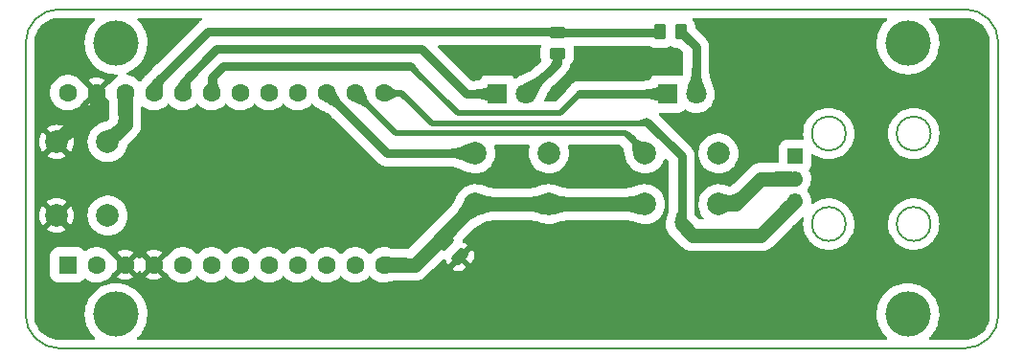
<source format=gbr>
%TF.GenerationSoftware,KiCad,Pcbnew,(6.0.7)*%
%TF.CreationDate,2023-03-06T12:08:33-08:00*%
%TF.ProjectId,Foot Pedal PCB,466f6f74-2050-4656-9461-6c205043422e,A1*%
%TF.SameCoordinates,PX8917370PY68e7780*%
%TF.FileFunction,Copper,L2,Bot*%
%TF.FilePolarity,Positive*%
%FSLAX46Y46*%
G04 Gerber Fmt 4.6, Leading zero omitted, Abs format (unit mm)*
G04 Created by KiCad (PCBNEW (6.0.7)) date 2023-03-06 12:08:33*
%MOMM*%
%LPD*%
G01*
G04 APERTURE LIST*
G04 Aperture macros list*
%AMRoundRect*
0 Rectangle with rounded corners*
0 $1 Rounding radius*
0 $2 $3 $4 $5 $6 $7 $8 $9 X,Y pos of 4 corners*
0 Add a 4 corners polygon primitive as box body*
4,1,4,$2,$3,$4,$5,$6,$7,$8,$9,$2,$3,0*
0 Add four circle primitives for the rounded corners*
1,1,$1+$1,$2,$3*
1,1,$1+$1,$4,$5*
1,1,$1+$1,$6,$7*
1,1,$1+$1,$8,$9*
0 Add four rect primitives between the rounded corners*
20,1,$1+$1,$2,$3,$4,$5,0*
20,1,$1+$1,$4,$5,$6,$7,0*
20,1,$1+$1,$6,$7,$8,$9,0*
20,1,$1+$1,$8,$9,$2,$3,0*%
G04 Aperture macros list end*
%TA.AperFunction,Profile*%
%ADD10C,0.200000*%
%TD*%
%TA.AperFunction,ComponentPad*%
%ADD11R,1.600000X1.600000*%
%TD*%
%TA.AperFunction,ComponentPad*%
%ADD12C,1.600000*%
%TD*%
%TA.AperFunction,ComponentPad*%
%ADD13R,1.350000X1.350000*%
%TD*%
%TA.AperFunction,ComponentPad*%
%ADD14O,1.350000X1.350000*%
%TD*%
%TA.AperFunction,ComponentPad*%
%ADD15R,1.800000X1.800000*%
%TD*%
%TA.AperFunction,ComponentPad*%
%ADD16C,1.800000*%
%TD*%
%TA.AperFunction,ComponentPad*%
%ADD17C,2.000000*%
%TD*%
%TA.AperFunction,SMDPad,CuDef*%
%ADD18RoundRect,0.250000X-0.450000X0.262500X-0.450000X-0.262500X0.450000X-0.262500X0.450000X0.262500X0*%
%TD*%
%TA.AperFunction,SMDPad,CuDef*%
%ADD19RoundRect,0.250000X-0.262500X-0.450000X0.262500X-0.450000X0.262500X0.450000X-0.262500X0.450000X0*%
%TD*%
%TA.AperFunction,SMDPad,CuDef*%
%ADD20RoundRect,0.250000X0.512652X0.159099X0.159099X0.512652X-0.512652X-0.159099X-0.159099X-0.512652X0*%
%TD*%
%TA.AperFunction,ViaPad*%
%ADD21C,4.000000*%
%TD*%
%TA.AperFunction,Conductor*%
%ADD22C,0.762000*%
%TD*%
%TA.AperFunction,Conductor*%
%ADD23C,1.270000*%
%TD*%
%TA.AperFunction,Conductor*%
%ADD24C,0.508000*%
%TD*%
G04 APERTURE END LIST*
D10*
X29500000Y-4000000D02*
G75*
G03*
X29500000Y-4000000I-1500000J0D01*
G01*
X-43000000Y12000000D02*
X-43000000Y9000000D01*
X43000000Y-9000000D02*
X43000000Y-12000000D01*
X40000000Y15000000D02*
X-40000000Y15000000D01*
X43000000Y12000000D02*
G75*
G03*
X40000000Y15000000I-3000000J0D01*
G01*
X-43000000Y-12000000D02*
G75*
G03*
X-40000000Y-15000000I3000000J0D01*
G01*
X43000000Y9000000D02*
X43000000Y-9000000D01*
X43000000Y9000000D02*
X43000000Y12000000D01*
X40000000Y-15000000D02*
X-40000000Y-15000000D01*
X29500000Y4000000D02*
G75*
G03*
X29500000Y4000000I-1500000J0D01*
G01*
X-43000000Y-12000000D02*
X-43000000Y-9000000D01*
X37000000Y4000000D02*
G75*
G03*
X37000000Y4000000I-1500000J0D01*
G01*
X-40000000Y15000000D02*
G75*
G03*
X-43000000Y12000000I0J-3000000D01*
G01*
X36999997Y-4000000D02*
G75*
G03*
X36999997Y-4000000I-1500000J0D01*
G01*
X-43000000Y-9000000D02*
X-43000000Y9000000D01*
X40000000Y-15000000D02*
G75*
G03*
X43000000Y-12000000I0J3000000D01*
G01*
D11*
%TO.P,U1,1,TX*%
%TO.N,unconnected-(U1-Pad1)*%
X-39270000Y-7620000D03*
D12*
%TO.P,U1,2,RX*%
%TO.N,unconnected-(U1-Pad2)*%
X-36730000Y-7620000D03*
%TO.P,U1,3,GND*%
%TO.N,GND*%
X-34190000Y-7620000D03*
%TO.P,U1,4,GND*%
X-31650000Y-7620000D03*
%TO.P,U1,5,SDA*%
%TO.N,unconnected-(U1-Pad5)*%
X-29110000Y-7620000D03*
%TO.P,U1,6,SCL*%
%TO.N,unconnected-(U1-Pad6)*%
X-26570000Y-7620000D03*
%TO.P,U1,7,D4*%
%TO.N,unconnected-(U1-Pad7)*%
X-24030000Y-7620000D03*
%TO.P,U1,8,C6*%
%TO.N,unconnected-(U1-Pad8)*%
X-21490000Y-7620000D03*
%TO.P,U1,9,D7*%
%TO.N,unconnected-(U1-Pad9)*%
X-18950000Y-7620000D03*
%TO.P,U1,10,E6*%
%TO.N,unconnected-(U1-Pad10)*%
X-16410000Y-7620000D03*
%TO.P,U1,11,B4*%
%TO.N,unconnected-(U1-Pad11)*%
X-13870000Y-7620000D03*
%TO.P,U1,12,B5*%
%TO.N,Net-(C1-Pad2)*%
X-11330000Y-7620000D03*
%TO.P,U1,13,B6*%
%TO.N,Net-(J1-Pad3)*%
X-11330000Y7620000D03*
%TO.P,U1,14,B2*%
%TO.N,Net-(SW3-Pad1)*%
X-13870000Y7620000D03*
%TO.P,U1,15,B3*%
%TO.N,Net-(SW2-Pad1)*%
X-16410000Y7620000D03*
%TO.P,U1,16,B1*%
%TO.N,unconnected-(U1-Pad16)*%
X-18950000Y7620000D03*
%TO.P,U1,17,F7*%
%TO.N,unconnected-(U1-Pad17)*%
X-21490000Y7620000D03*
%TO.P,U1,18,F6*%
%TO.N,unconnected-(U1-Pad18)*%
X-24030000Y7620000D03*
%TO.P,U1,19,F5*%
%TO.N,Net-(D2-Pad1)*%
X-26570000Y7620000D03*
%TO.P,U1,20,F4*%
%TO.N,Net-(D1-Pad1)*%
X-29110000Y7620000D03*
%TO.P,U1,21,VCC*%
%TO.N,Net-(R1-Pad1)*%
X-31650000Y7620000D03*
%TO.P,U1,22,RST*%
%TO.N,Net-(SW1-Pad2)*%
X-34190000Y7620000D03*
%TO.P,U1,23,GND*%
%TO.N,GND*%
X-36730000Y7620000D03*
%TO.P,U1,24,RAW*%
%TO.N,unconnected-(U1-Pad24)*%
X-39270000Y7620000D03*
%TD*%
D13*
%TO.P,J1,1,Pin_1*%
%TO.N,unconnected-(J1-Pad1)*%
X25000000Y2000000D03*
D14*
%TO.P,J1,2,Pin_2*%
%TO.N,Net-(C1-Pad2)*%
X25000000Y0D03*
%TO.P,J1,3,Pin_3*%
%TO.N,Net-(J1-Pad3)*%
X25000000Y-2000000D03*
%TD*%
D15*
%TO.P,D1,1,K*%
%TO.N,Net-(D1-Pad1)*%
X-1275000Y7500000D03*
D16*
%TO.P,D1,2,A*%
%TO.N,Net-(D1-Pad2)*%
X1265000Y7500000D03*
%TD*%
D17*
%TO.P,SW1,2,2*%
%TO.N,Net-(SW1-Pad2)*%
X-35750000Y-3250000D03*
X-35750000Y3250000D03*
%TO.P,SW1,1,1*%
%TO.N,GND*%
X-40250000Y3250000D03*
X-40250000Y-3250000D03*
%TD*%
D15*
%TO.P,D2,1,K*%
%TO.N,Net-(D2-Pad1)*%
X13725000Y7500000D03*
D16*
%TO.P,D2,2,A*%
%TO.N,Net-(D2-Pad2)*%
X16265000Y7500000D03*
%TD*%
D17*
%TO.P,SW2,1,1*%
%TO.N,Net-(SW2-Pad1)*%
X-3250000Y2250000D03*
X3250000Y2250000D03*
%TO.P,SW2,2,2*%
%TO.N,Net-(C1-Pad2)*%
X-3250000Y-2250000D03*
X3250000Y-2250000D03*
%TD*%
%TO.P,SW3,1,1*%
%TO.N,Net-(SW3-Pad1)*%
X11750000Y2250000D03*
X18250000Y2250000D03*
%TO.P,SW3,2,2*%
%TO.N,Net-(C1-Pad2)*%
X18250000Y-2250000D03*
X11750000Y-2250000D03*
%TD*%
D18*
%TO.P,R1,1*%
%TO.N,Net-(R1-Pad1)*%
X4000000Y12912500D03*
%TO.P,R1,2*%
%TO.N,Net-(D1-Pad2)*%
X4000000Y11087500D03*
%TD*%
D19*
%TO.P,R2,1*%
%TO.N,Net-(R1-Pad1)*%
X13087500Y13000000D03*
%TO.P,R2,2*%
%TO.N,Net-(D2-Pad2)*%
X14912500Y13000000D03*
%TD*%
D20*
%TO.P,C1,1*%
%TO.N,GND*%
X-4578249Y-6921751D03*
%TO.P,C1,2*%
%TO.N,Net-(C1-Pad2)*%
X-5921751Y-5578249D03*
%TD*%
D21*
%TO.N,*%
X-35000000Y-12000000D03*
X35000000Y12000000D03*
X-35000000Y12000000D03*
X35000000Y-12000000D03*
%TD*%
D22*
%TO.N,Net-(D1-Pad1)*%
X-4000000Y7500000D02*
X-8000000Y11500000D01*
X-26086943Y11500000D02*
X-29110000Y8476943D01*
X-8000000Y11500000D02*
X-26086943Y11500000D01*
X-29110000Y8476943D02*
X-29110000Y7620000D01*
X-1275000Y7500000D02*
X-4000000Y7500000D01*
D23*
%TO.N,Net-(J1-Pad3)*%
X25000000Y-2000000D02*
X22000000Y-5000000D01*
D22*
X12000000Y5000000D02*
X15000000Y2000000D01*
D24*
X-7100000Y4900000D02*
X11900000Y4900000D01*
X-9820000Y7620000D02*
X-7100000Y4900000D01*
D23*
X22000000Y-5000000D02*
X16000000Y-5000000D01*
X16000000Y-5000000D02*
X15000000Y-4000000D01*
D24*
X11900000Y4900000D02*
X12000000Y5000000D01*
D22*
X15000000Y2000000D02*
X15000000Y-4000000D01*
D24*
X-11330000Y7620000D02*
X-9820000Y7620000D01*
D22*
%TO.N,Net-(D2-Pad1)*%
X13725000Y7500000D02*
X6000000Y7500000D01*
D24*
X-9000000Y10000000D02*
X-4800000Y5800000D01*
X-4800000Y5800000D02*
X4300000Y5800000D01*
D22*
X-9000000Y10000000D02*
X-25500000Y10000000D01*
X-25500000Y10000000D02*
X-26570000Y8930000D01*
D24*
X4300000Y5800000D02*
X6000000Y7500000D01*
D22*
X-26570000Y8930000D02*
X-26570000Y7620000D01*
D23*
%TO.N,Net-(SW1-Pad2)*%
X-34190000Y4810000D02*
X-34190000Y7620000D01*
X-35750000Y3250000D02*
X-34190000Y4810000D01*
D24*
%TO.N,Net-(SW3-Pad1)*%
X-13870000Y7620000D02*
X-10250000Y4000000D01*
X10000000Y4000000D02*
X11750000Y2250000D01*
X-10250000Y4000000D02*
X10000000Y4000000D01*
D23*
%TO.N,Net-(C1-Pad2)*%
X19750000Y-2250000D02*
X22000000Y0D01*
X22000000Y0D02*
X25000000Y0D01*
X-11330000Y-7620000D02*
X-8620000Y-7620000D01*
X-3250000Y-2250000D02*
X3250000Y-2250000D01*
X-8620000Y-7620000D02*
X-3250000Y-2250000D01*
X18250000Y-2250000D02*
X19750000Y-2250000D01*
X3250000Y-2250000D02*
X11750000Y-2250000D01*
D22*
%TO.N,Net-(R1-Pad1)*%
X4000000Y12912500D02*
X13000000Y12912500D01*
X13000000Y12912500D02*
X13087500Y13000000D01*
X4175000Y12825000D02*
X4000000Y13000000D01*
X-31650000Y8262500D02*
X-26912500Y13000000D01*
X4000000Y13000000D02*
X-26912500Y13000000D01*
X-31650000Y7620000D02*
X-31650000Y8262500D01*
D23*
%TO.N,GND*%
X-36730000Y6270000D02*
X-36730000Y7620000D01*
X-38500000Y5000000D02*
X-38000000Y5000000D01*
X-40250000Y3250000D02*
X-38500000Y5000000D01*
X-38000000Y5000000D02*
X-36730000Y6270000D01*
D22*
%TO.N,Net-(D1-Pad2)*%
X4000000Y10235000D02*
X1265000Y7500000D01*
X4000000Y11087500D02*
X4000000Y10235000D01*
%TO.N,Net-(SW2-Pad1)*%
X-3250000Y2250000D02*
X-11040000Y2250000D01*
X-11040000Y2250000D02*
X-16410000Y7620000D01*
%TO.N,Net-(D2-Pad2)*%
X16265000Y7500000D02*
X16265000Y11647500D01*
X16265000Y11647500D02*
X14912500Y13000000D01*
%TD*%
%TA.AperFunction,Conductor*%
%TO.N,Net-(D1-Pad1)*%
G36*
X-28506129Y9602735D02*
G01*
X-27983911Y9080517D01*
X-27980484Y9072244D01*
X-27983787Y9064097D01*
X-28099142Y8945210D01*
X-28099159Y8945192D01*
X-28099246Y8945102D01*
X-28202746Y8828260D01*
X-28202861Y8828110D01*
X-28202868Y8828101D01*
X-28286394Y8718764D01*
X-28286583Y8718516D01*
X-28351080Y8612546D01*
X-28396560Y8507025D01*
X-28423346Y8398629D01*
X-28431760Y8284034D01*
X-28431726Y8283596D01*
X-28422152Y8160254D01*
X-28422151Y8160245D01*
X-28422125Y8159913D01*
X-28394764Y8022943D01*
X-28394695Y8022707D01*
X-28352122Y7877059D01*
X-28353090Y7868156D01*
X-28355747Y7864885D01*
X-28903541Y7396522D01*
X-29099371Y7229088D01*
X-29107886Y7226317D01*
X-29115867Y7230378D01*
X-29117069Y7232067D01*
X-29671224Y8178070D01*
X-29672449Y8186941D01*
X-29669590Y8192065D01*
X-29517940Y8350829D01*
X-29517927Y8350843D01*
X-29517849Y8350925D01*
X-29391553Y8497314D01*
X-29384008Y8507025D01*
X-29288542Y8629910D01*
X-29288447Y8630032D01*
X-29200180Y8754256D01*
X-29118402Y8875163D01*
X-29034856Y8997795D01*
X-29034668Y8998063D01*
X-28941061Y9127532D01*
X-28940754Y9127938D01*
X-28828675Y9269540D01*
X-28828311Y9269978D01*
X-28689349Y9428982D01*
X-28688982Y9429383D01*
X-28522845Y9602562D01*
X-28514645Y9606159D01*
X-28506129Y9602735D01*
G37*
%TD.AperFunction*%
%TD*%
%TA.AperFunction,Conductor*%
%TO.N,Net-(D1-Pad1)*%
G36*
X-1554610Y8351862D02*
G01*
X-1550853Y8348952D01*
X-831501Y7507603D01*
X-828730Y7499088D01*
X-831501Y7492397D01*
X-1550853Y6651048D01*
X-1558834Y6646987D01*
X-1563548Y6647586D01*
X-1806579Y6731099D01*
X-1806834Y6731190D01*
X-2018394Y6809404D01*
X-2018513Y6809448D01*
X-2202169Y6879614D01*
X-2202208Y6879629D01*
X-2368555Y6941394D01*
X-2368642Y6941423D01*
X-2528166Y6994404D01*
X-2528180Y6994408D01*
X-2528315Y6994453D01*
X-2692251Y7038516D01*
X-2773426Y7054298D01*
X-2870933Y7073256D01*
X-2870942Y7073257D01*
X-2871125Y7073293D01*
X-3075700Y7098492D01*
X-3075885Y7098504D01*
X-3075898Y7098505D01*
X-3316591Y7113816D01*
X-3316604Y7113817D01*
X-3316737Y7113825D01*
X-3316857Y7113827D01*
X-3316877Y7113828D01*
X-3593510Y7118794D01*
X-3601720Y7122369D01*
X-3605000Y7130492D01*
X-3605000Y7869508D01*
X-3601573Y7877781D01*
X-3593510Y7881206D01*
X-3316877Y7886173D01*
X-3316857Y7886174D01*
X-3316737Y7886176D01*
X-3316604Y7886184D01*
X-3316591Y7886185D01*
X-3075898Y7901496D01*
X-3075885Y7901497D01*
X-3075700Y7901509D01*
X-2871125Y7926708D01*
X-2870942Y7926744D01*
X-2870933Y7926745D01*
X-2773426Y7945703D01*
X-2692251Y7961485D01*
X-2528315Y8005548D01*
X-2528180Y8005593D01*
X-2528166Y8005597D01*
X-2368642Y8058578D01*
X-2368638Y8058580D01*
X-2368555Y8058607D01*
X-2202208Y8120372D01*
X-2018513Y8190553D01*
X-2014771Y8191937D01*
X-1806834Y8268811D01*
X-1806579Y8268902D01*
X-1563548Y8352414D01*
X-1554610Y8351862D01*
G37*
%TD.AperFunction*%
%TD*%
%TA.AperFunction,Conductor*%
%TO.N,Net-(J1-Pad3)*%
G36*
X25228677Y-1760573D02*
G01*
X25236657Y-1764633D01*
X25239427Y-1771322D01*
X25294518Y-2476099D01*
X25303870Y-2595734D01*
X25301099Y-2604249D01*
X25298829Y-2606291D01*
X25262681Y-2631115D01*
X25262667Y-2631126D01*
X25262409Y-2631303D01*
X25262167Y-2631513D01*
X25262165Y-2631514D01*
X25201857Y-2683707D01*
X25201846Y-2683717D01*
X25201771Y-2683782D01*
X25123868Y-2757668D01*
X25030087Y-2850725D01*
X24921813Y-2960717D01*
X24921791Y-2960740D01*
X24800434Y-3085409D01*
X24667345Y-3222552D01*
X24667334Y-3222564D01*
X24523900Y-3369946D01*
X24523868Y-3369978D01*
X24464434Y-3430580D01*
X24371567Y-3525271D01*
X24371499Y-3525300D01*
X24371519Y-3525319D01*
X24219850Y-3678114D01*
X24211589Y-3681572D01*
X24203273Y-3678145D01*
X23321855Y-2796727D01*
X23318428Y-2788454D01*
X23321885Y-2780150D01*
X23474679Y-2628480D01*
X23474699Y-2628501D01*
X23474728Y-2628432D01*
X23569419Y-2535565D01*
X23630021Y-2476131D01*
X23630053Y-2476099D01*
X23777435Y-2332665D01*
X23777447Y-2332654D01*
X23914590Y-2199565D01*
X24039259Y-2078208D01*
X24039282Y-2078186D01*
X24149274Y-1969912D01*
X24242331Y-1876131D01*
X24316217Y-1798228D01*
X24316282Y-1798153D01*
X24316292Y-1798142D01*
X24368489Y-1737830D01*
X24368495Y-1737823D01*
X24368696Y-1737590D01*
X24393709Y-1701170D01*
X24401217Y-1696291D01*
X24404263Y-1696130D01*
X25228677Y-1760573D01*
G37*
%TD.AperFunction*%
%TD*%
%TA.AperFunction,Conductor*%
%TO.N,Net-(J1-Pad3)*%
G36*
X-10757972Y8180145D02*
G01*
X-10601116Y8043146D01*
X-10447590Y7945695D01*
X-10447187Y7945519D01*
X-10447183Y7945517D01*
X-10301319Y7881873D01*
X-10300984Y7881727D01*
X-10158547Y7839636D01*
X-10158376Y7839598D01*
X-10158363Y7839594D01*
X-10017581Y7807828D01*
X-10017502Y7807810D01*
X-9943942Y7790677D01*
X-9875592Y7774757D01*
X-9874752Y7774528D01*
X-9729433Y7728785D01*
X-9728052Y7728252D01*
X-9576232Y7658280D01*
X-9574713Y7657438D01*
X-9413262Y7551573D01*
X-9411938Y7550563D01*
X-9246686Y7404794D01*
X-9242749Y7396751D01*
X-9246153Y7387747D01*
X-9588928Y7044972D01*
X-9597201Y7041545D01*
X-9604776Y7044328D01*
X-9748238Y7166188D01*
X-9748711Y7166590D01*
X-9751424Y7168042D01*
X-9889873Y7242143D01*
X-9889877Y7242144D01*
X-9890571Y7242516D01*
X-9992593Y7265438D01*
X-10024887Y7272694D01*
X-10024888Y7272694D01*
X-10025680Y7272872D01*
X-10042465Y7271921D01*
X-10156939Y7265438D01*
X-10156943Y7265437D01*
X-10157584Y7265401D01*
X-10289827Y7227851D01*
X-10290182Y7227695D01*
X-10290187Y7227693D01*
X-10345060Y7203553D01*
X-10425954Y7167966D01*
X-10569510Y7093493D01*
X-10723832Y7012287D01*
X-10724226Y7012088D01*
X-10892683Y6931957D01*
X-10893519Y6931599D01*
X-11072487Y6862959D01*
X-11081439Y6863196D01*
X-11085570Y6866280D01*
X-11720912Y7609371D01*
X-11723683Y7617886D01*
X-11719622Y7625867D01*
X-11717936Y7627067D01*
X-10771582Y8181428D01*
X-10762712Y8182653D01*
X-10757972Y8180145D01*
G37*
%TD.AperFunction*%
%TD*%
%TA.AperFunction,Conductor*%
%TO.N,Net-(D2-Pad1)*%
G36*
X13445390Y8351862D02*
G01*
X13449147Y8348952D01*
X14168499Y7507603D01*
X14171270Y7499088D01*
X14168499Y7492397D01*
X13449147Y6651048D01*
X13441166Y6646987D01*
X13436452Y6647586D01*
X13193421Y6731099D01*
X13193166Y6731190D01*
X12981606Y6809404D01*
X12981487Y6809448D01*
X12797831Y6879614D01*
X12797792Y6879629D01*
X12631445Y6941394D01*
X12631358Y6941423D01*
X12471834Y6994404D01*
X12471820Y6994408D01*
X12471685Y6994453D01*
X12307749Y7038516D01*
X12226574Y7054298D01*
X12129067Y7073256D01*
X12129058Y7073257D01*
X12128875Y7073293D01*
X11924300Y7098492D01*
X11924115Y7098504D01*
X11924102Y7098505D01*
X11683409Y7113816D01*
X11683396Y7113817D01*
X11683263Y7113825D01*
X11683143Y7113827D01*
X11683123Y7113828D01*
X11406490Y7118794D01*
X11398280Y7122369D01*
X11395000Y7130492D01*
X11395000Y7869508D01*
X11398427Y7877781D01*
X11406490Y7881206D01*
X11683123Y7886173D01*
X11683143Y7886174D01*
X11683263Y7886176D01*
X11683396Y7886184D01*
X11683409Y7886185D01*
X11924102Y7901496D01*
X11924115Y7901497D01*
X11924300Y7901509D01*
X12128875Y7926708D01*
X12129058Y7926744D01*
X12129067Y7926745D01*
X12226574Y7945703D01*
X12307749Y7961485D01*
X12471685Y8005548D01*
X12471820Y8005593D01*
X12471834Y8005597D01*
X12631358Y8058578D01*
X12631362Y8058580D01*
X12631445Y8058607D01*
X12797792Y8120372D01*
X12981487Y8190553D01*
X12985229Y8191937D01*
X13193166Y8268811D01*
X13193421Y8268902D01*
X13436452Y8352414D01*
X13445390Y8351862D01*
G37*
%TD.AperFunction*%
%TD*%
%TA.AperFunction,Conductor*%
%TO.N,Net-(D2-Pad1)*%
G36*
X-26286161Y9735104D02*
G01*
X-25763919Y9212862D01*
X-25760492Y9204589D01*
X-25763444Y9196819D01*
X-25860425Y9087633D01*
X-25877536Y9068369D01*
X-25961271Y8939888D01*
X-26011787Y8816805D01*
X-26033546Y8696304D01*
X-26033534Y8695720D01*
X-26033534Y8695716D01*
X-26032643Y8653352D01*
X-26031008Y8575568D01*
X-26008634Y8451782D01*
X-25970885Y8322128D01*
X-25925121Y8192031D01*
X-25922240Y8183840D01*
X-25922223Y8183791D01*
X-25867128Y8034011D01*
X-25867059Y8033816D01*
X-25812625Y7877344D01*
X-25813143Y7868404D01*
X-25816071Y7864608D01*
X-26315326Y7437746D01*
X-26559371Y7229088D01*
X-26567886Y7226317D01*
X-26575867Y7230378D01*
X-26577069Y7232067D01*
X-27046802Y8033953D01*
X-27131417Y8178399D01*
X-27132642Y8187270D01*
X-27130115Y8192031D01*
X-26991735Y8349684D01*
X-26991730Y8349690D01*
X-26991454Y8350005D01*
X-26991226Y8350357D01*
X-26991222Y8350362D01*
X-26925268Y8452086D01*
X-26890913Y8505073D01*
X-26822690Y8653649D01*
X-26775417Y8798495D01*
X-26737721Y8942372D01*
X-26703565Y9068369D01*
X-26698343Y9087633D01*
X-26698092Y9088442D01*
X-26657384Y9204589D01*
X-26645810Y9237611D01*
X-26645278Y9238884D01*
X-26568749Y9395083D01*
X-26567941Y9396479D01*
X-26455739Y9562778D01*
X-26454786Y9564006D01*
X-26303179Y9734604D01*
X-26295122Y9738511D01*
X-26286161Y9735104D01*
G37*
%TD.AperFunction*%
%TD*%
%TA.AperFunction,Conductor*%
%TO.N,Net-(SW1-Pad2)*%
G36*
X-34182397Y8013499D02*
G01*
X-33435800Y7375160D01*
X-33431739Y7367179D01*
X-33432199Y7362895D01*
X-33485938Y7184327D01*
X-33525865Y7016365D01*
X-33552165Y6859918D01*
X-33567223Y6708592D01*
X-33573423Y6555990D01*
X-33573149Y6395717D01*
X-33573146Y6395600D01*
X-33568786Y6221414D01*
X-33568785Y6221378D01*
X-33562719Y6026655D01*
X-33562750Y6026574D01*
X-33562717Y6026575D01*
X-33557329Y5805006D01*
X-33557326Y5804829D01*
X-33555108Y5561807D01*
X-33558460Y5553503D01*
X-33566808Y5550000D01*
X-34813192Y5550000D01*
X-34821465Y5553427D01*
X-34824892Y5561807D01*
X-34822675Y5804829D01*
X-34822672Y5805006D01*
X-34817284Y6026575D01*
X-34817250Y6026574D01*
X-34817282Y6026655D01*
X-34811216Y6221378D01*
X-34811215Y6221414D01*
X-34806855Y6395600D01*
X-34806852Y6395717D01*
X-34806578Y6555990D01*
X-34812778Y6708592D01*
X-34827836Y6859918D01*
X-34854136Y7016365D01*
X-34894063Y7184327D01*
X-34947801Y7362895D01*
X-34946903Y7371805D01*
X-34944200Y7375160D01*
X-34197603Y8013499D01*
X-34189088Y8016270D01*
X-34182397Y8013499D01*
G37*
%TD.AperFunction*%
%TD*%
%TA.AperFunction,Conductor*%
%TO.N,Net-(SW1-Pad2)*%
G36*
X-33559775Y5200399D02*
G01*
X-33556348Y5192126D01*
X-33556417Y5190855D01*
X-33588300Y4898996D01*
X-33588978Y4896153D01*
X-33678766Y4657135D01*
X-33680118Y4654563D01*
X-33812474Y4464502D01*
X-33813931Y4462788D01*
X-33975187Y4306439D01*
X-33976134Y4305615D01*
X-34071858Y4230970D01*
X-34152406Y4168160D01*
X-34152543Y4168055D01*
X-34329360Y4034881D01*
X-34329511Y4034748D01*
X-34329518Y4034742D01*
X-34427281Y3948447D01*
X-34491881Y3891425D01*
X-34492198Y3891025D01*
X-34625246Y3723361D01*
X-34625248Y3723358D01*
X-34625720Y3722763D01*
X-34716540Y3513940D01*
X-34716645Y3513111D01*
X-34749005Y3257850D01*
X-34753445Y3250073D01*
X-34757655Y3248001D01*
X-35553304Y3040174D01*
X-36090023Y2899981D01*
X-36098893Y2901206D01*
X-36104299Y2908344D01*
X-36104643Y2910389D01*
X-36168191Y3723361D01*
X-36200310Y4134265D01*
X-36197539Y4142779D01*
X-36193354Y4145887D01*
X-36000250Y4230773D01*
X-35999345Y4231127D01*
X-35953295Y4246957D01*
X-35801074Y4299283D01*
X-35800643Y4299421D01*
X-35608610Y4356690D01*
X-35427708Y4411902D01*
X-35427696Y4411906D01*
X-35427503Y4411965D01*
X-35262009Y4474171D01*
X-35261666Y4474355D01*
X-35261660Y4474358D01*
X-35117140Y4552003D01*
X-35117136Y4552006D01*
X-35116592Y4552298D01*
X-34995718Y4655337D01*
X-34903852Y4792278D01*
X-34869198Y4898996D01*
X-34845661Y4971482D01*
X-34845661Y4971484D01*
X-34845457Y4972111D01*
X-34825942Y5193155D01*
X-34821801Y5201095D01*
X-34814287Y5203826D01*
X-33568048Y5203826D01*
X-33559775Y5200399D01*
G37*
%TD.AperFunction*%
%TD*%
%TA.AperFunction,Conductor*%
%TO.N,Net-(SW3-Pad1)*%
G36*
X-13155461Y7977368D02*
G01*
X-13152505Y7973513D01*
X-13114045Y7892870D01*
X-13052163Y7763115D01*
X-13051952Y7762647D01*
X-12971927Y7573967D01*
X-12971786Y7573620D01*
X-12907387Y7407143D01*
X-12850684Y7256599D01*
X-12793764Y7115805D01*
X-12728648Y6978414D01*
X-12728533Y6978216D01*
X-12728527Y6978204D01*
X-12691324Y6913976D01*
X-12647360Y6838076D01*
X-12647207Y6837859D01*
X-12647202Y6837851D01*
X-12542058Y6688635D01*
X-12541922Y6688442D01*
X-12541776Y6688267D01*
X-12421447Y6543699D01*
X-12404356Y6523165D01*
X-12404233Y6523035D01*
X-12404230Y6523032D01*
X-12234529Y6344162D01*
X-12231321Y6335801D01*
X-12234744Y6327836D01*
X-12577836Y5984744D01*
X-12586109Y5981317D01*
X-12594162Y5984529D01*
X-12773032Y6154230D01*
X-12773035Y6154233D01*
X-12773165Y6154356D01*
X-12773297Y6154466D01*
X-12773305Y6154473D01*
X-12938267Y6291776D01*
X-12938442Y6291922D01*
X-12989410Y6327836D01*
X-13087851Y6397202D01*
X-13087859Y6397207D01*
X-13088076Y6397360D01*
X-13145087Y6430383D01*
X-13228204Y6478527D01*
X-13228216Y6478533D01*
X-13228414Y6478648D01*
X-13365805Y6543764D01*
X-13506599Y6600684D01*
X-13599690Y6635747D01*
X-13657092Y6657368D01*
X-13657189Y6657405D01*
X-13823620Y6721786D01*
X-13823967Y6721927D01*
X-14012647Y6801952D01*
X-14013115Y6802163D01*
X-14087946Y6837851D01*
X-14223512Y6902505D01*
X-14229504Y6909158D01*
X-14230139Y6913976D01*
X-14153621Y7892871D01*
X-14149561Y7900851D01*
X-14142872Y7903621D01*
X-13163975Y7980139D01*
X-13155461Y7977368D01*
G37*
%TD.AperFunction*%
%TD*%
%TA.AperFunction,Conductor*%
%TO.N,Net-(SW3-Pad1)*%
G36*
X9887726Y4252728D02*
G01*
X10157673Y4226021D01*
X10160294Y4225453D01*
X10381719Y4150026D01*
X10384179Y4148852D01*
X10560456Y4037715D01*
X10562172Y4036396D01*
X10708148Y3901002D01*
X10708981Y3900147D01*
X10839167Y3752000D01*
X10967604Y3603408D01*
X11108405Y3466865D01*
X11108845Y3466570D01*
X11275483Y3354809D01*
X11275487Y3354807D01*
X11276070Y3354416D01*
X11276730Y3354175D01*
X11276732Y3354174D01*
X11484429Y3278357D01*
X11484431Y3278356D01*
X11485101Y3278112D01*
X11485810Y3278037D01*
X11485813Y3278036D01*
X11741959Y3250853D01*
X11749824Y3246572D01*
X11752044Y3242175D01*
X11985180Y2349632D01*
X12100019Y1909978D01*
X12098794Y1901107D01*
X12091656Y1895701D01*
X12089613Y1895357D01*
X11533002Y1851849D01*
X10866049Y1799715D01*
X10857534Y1802486D01*
X10854267Y1807051D01*
X10748227Y2073390D01*
X10747701Y2075070D01*
X10683911Y2349632D01*
X10683703Y2350784D01*
X10649020Y2619766D01*
X10648965Y2620283D01*
X10627437Y2876638D01*
X10603064Y3112725D01*
X10603062Y3112735D01*
X10603032Y3113030D01*
X10602969Y3113334D01*
X10559808Y3321557D01*
X10559807Y3321561D01*
X10559678Y3322182D01*
X10481280Y3497074D01*
X10351743Y3630687D01*
X10350686Y3631145D01*
X10350685Y3631146D01*
X10155788Y3715648D01*
X10155789Y3715648D01*
X10154972Y3716002D01*
X10154090Y3716096D01*
X10154088Y3716097D01*
X10032757Y3729091D01*
X9885327Y3744880D01*
X9877467Y3749168D01*
X9874874Y3756513D01*
X9874874Y4241085D01*
X9878301Y4249358D01*
X9886574Y4252785D01*
X9887726Y4252728D01*
G37*
%TD.AperFunction*%
%TD*%
%TA.AperFunction,Conductor*%
%TO.N,Net-(C1-Pad2)*%
G36*
X24791352Y638158D02*
G01*
X24793620Y636118D01*
X24804544Y623341D01*
X25330999Y7603D01*
X25333770Y-912D01*
X25330999Y-7603D01*
X24797103Y-632045D01*
X24793621Y-636117D01*
X24785640Y-640178D01*
X24782592Y-640017D01*
X24739481Y-632011D01*
X24739479Y-632011D01*
X24739152Y-631950D01*
X24738830Y-631927D01*
X24738824Y-631926D01*
X24701759Y-629253D01*
X24659167Y-626181D01*
X24609999Y-624880D01*
X24551923Y-623342D01*
X24551903Y-623342D01*
X24551836Y-623340D01*
X24419721Y-622828D01*
X24265384Y-624044D01*
X24091385Y-626385D01*
X23900286Y-629253D01*
X23900269Y-629253D01*
X23694647Y-632045D01*
X23694602Y-632045D01*
X23477103Y-634160D01*
X23477032Y-634161D01*
X23261742Y-634957D01*
X23253457Y-631561D01*
X23250000Y-623257D01*
X23250000Y623257D01*
X23253427Y631530D01*
X23261742Y634957D01*
X23477032Y634162D01*
X23477103Y634161D01*
X23694602Y632046D01*
X23694647Y632046D01*
X23900269Y629254D01*
X23900286Y629254D01*
X24091385Y626386D01*
X24265384Y624045D01*
X24419721Y622829D01*
X24551836Y623341D01*
X24551903Y623343D01*
X24551923Y623343D01*
X24609999Y624881D01*
X24659167Y626182D01*
X24702947Y629340D01*
X24738824Y631927D01*
X24738830Y631928D01*
X24739152Y631951D01*
X24739477Y632011D01*
X24739482Y632012D01*
X24782592Y640017D01*
X24791352Y638158D01*
G37*
%TD.AperFunction*%
%TD*%
%TA.AperFunction,Conductor*%
%TO.N,Net-(C1-Pad2)*%
G36*
X-11072895Y-6862199D02*
G01*
X-10894481Y-6915891D01*
X-10894471Y-6915894D01*
X-10894327Y-6915937D01*
X-10894166Y-6915975D01*
X-10894167Y-6915975D01*
X-10726560Y-6955818D01*
X-10726550Y-6955820D01*
X-10726365Y-6955864D01*
X-10726170Y-6955897D01*
X-10726164Y-6955898D01*
X-10648141Y-6969014D01*
X-10569918Y-6982164D01*
X-10518052Y-6987325D01*
X-10418737Y-6997208D01*
X-10418724Y-6997209D01*
X-10418592Y-6997222D01*
X-10325950Y-7000986D01*
X-10266145Y-7003416D01*
X-10266131Y-7003416D01*
X-10265990Y-7003422D01*
X-10265845Y-7003422D01*
X-10168753Y-7003256D01*
X-10105717Y-7003148D01*
X-9931378Y-6998784D01*
X-9931373Y-6998784D01*
X-9884551Y-6997325D01*
X-9736654Y-6992718D01*
X-9736574Y-6992749D01*
X-9736575Y-6992716D01*
X-9514977Y-6987328D01*
X-9514857Y-6987325D01*
X-9406061Y-6986333D01*
X-9271807Y-6985108D01*
X-9263503Y-6988460D01*
X-9260000Y-6996808D01*
X-9260000Y-8243192D01*
X-9263427Y-8251465D01*
X-9271807Y-8254892D01*
X-9394567Y-8253772D01*
X-9514856Y-8252674D01*
X-9514977Y-8252671D01*
X-9736575Y-8247283D01*
X-9736574Y-8247249D01*
X-9736654Y-8247281D01*
X-9884551Y-8242674D01*
X-9931373Y-8241215D01*
X-9931378Y-8241215D01*
X-10105717Y-8236851D01*
X-10168753Y-8236743D01*
X-10265845Y-8236577D01*
X-10265990Y-8236577D01*
X-10266131Y-8236583D01*
X-10266145Y-8236583D01*
X-10325950Y-8239013D01*
X-10418592Y-8242777D01*
X-10418724Y-8242790D01*
X-10418737Y-8242791D01*
X-10505902Y-8251465D01*
X-10569918Y-8257835D01*
X-10648141Y-8270985D01*
X-10726164Y-8284101D01*
X-10726170Y-8284102D01*
X-10726365Y-8284135D01*
X-10726550Y-8284179D01*
X-10726560Y-8284181D01*
X-10879367Y-8320506D01*
X-10894327Y-8324062D01*
X-10894471Y-8324105D01*
X-10894481Y-8324108D01*
X-11072895Y-8377801D01*
X-11081805Y-8376903D01*
X-11085160Y-8374200D01*
X-11723499Y-7627603D01*
X-11726270Y-7619088D01*
X-11723499Y-7612397D01*
X-11085160Y-6865800D01*
X-11077179Y-6861739D01*
X-11072895Y-6862199D01*
G37*
%TD.AperFunction*%
%TD*%
%TA.AperFunction,Conductor*%
%TO.N,Net-(C1-Pad2)*%
G36*
X-2930341Y-1302381D02*
G01*
X-2675963Y-1384106D01*
X-2449276Y-1451730D01*
X-2247363Y-1504670D01*
X-2247246Y-1504695D01*
X-2060036Y-1544692D01*
X-2060025Y-1544694D01*
X-2059894Y-1544722D01*
X-1876541Y-1573682D01*
X-1686974Y-1593348D01*
X-1686861Y-1593355D01*
X-1686845Y-1593356D01*
X-1541241Y-1601951D01*
X-1480866Y-1605515D01*
X-1247887Y-1611982D01*
X-977708Y-1614545D01*
X-671682Y-1614983D01*
X-663415Y-1618422D01*
X-660000Y-1626683D01*
X-660000Y-2873317D01*
X-663427Y-2881590D01*
X-671682Y-2885017D01*
X-977708Y-2885454D01*
X-1247887Y-2888017D01*
X-1480866Y-2894484D01*
X-1541241Y-2898048D01*
X-1686845Y-2906643D01*
X-1686861Y-2906644D01*
X-1686974Y-2906651D01*
X-1876541Y-2926317D01*
X-2059894Y-2955277D01*
X-2060025Y-2955305D01*
X-2060036Y-2955307D01*
X-2247246Y-2995304D01*
X-2247363Y-2995329D01*
X-2449276Y-3048269D01*
X-2675963Y-3115893D01*
X-2768099Y-3145494D01*
X-2865586Y-3176814D01*
X-2865591Y-3176816D01*
X-2866042Y-3176961D01*
X-2866044Y-3176962D01*
X-2937751Y-3200000D01*
X-3750000Y-2250000D01*
X-3413178Y-1856056D01*
X-3207075Y-1615000D01*
X-2942810Y-1305917D01*
X-2934829Y-1301856D01*
X-2930341Y-1302381D01*
G37*
%TD.AperFunction*%
%TD*%
%TA.AperFunction,Conductor*%
%TO.N,Net-(C1-Pad2)*%
G36*
X2939263Y-1303113D02*
G01*
X2942810Y-1305917D01*
X3750000Y-2250000D01*
X3250000Y-2834796D01*
X3248890Y-2836094D01*
X2942810Y-3194083D01*
X2934829Y-3198144D01*
X2930341Y-3197619D01*
X2675962Y-3115893D01*
X2449275Y-3048269D01*
X2247362Y-2995329D01*
X2247245Y-2995304D01*
X2060035Y-2955307D01*
X2060024Y-2955305D01*
X2059893Y-2955277D01*
X1876540Y-2926317D01*
X1686973Y-2906651D01*
X1686860Y-2906644D01*
X1686844Y-2906643D01*
X1541240Y-2898048D01*
X1480865Y-2894484D01*
X1247886Y-2888017D01*
X977707Y-2885454D01*
X671682Y-2885017D01*
X663415Y-2881578D01*
X660000Y-2873317D01*
X660000Y-1626683D01*
X663427Y-1618410D01*
X671682Y-1614983D01*
X977707Y-1614545D01*
X1247886Y-1611982D01*
X1480865Y-1605515D01*
X1541240Y-1601951D01*
X1686844Y-1593356D01*
X1686860Y-1593355D01*
X1686973Y-1593348D01*
X1876540Y-1573682D01*
X2059893Y-1544722D01*
X2060024Y-1544694D01*
X2060035Y-1544692D01*
X2247245Y-1504695D01*
X2247362Y-1504670D01*
X2449275Y-1451730D01*
X2675962Y-1384106D01*
X2930339Y-1302381D01*
X2939263Y-1303113D01*
G37*
%TD.AperFunction*%
%TD*%
%TA.AperFunction,Conductor*%
%TO.N,Net-(C1-Pad2)*%
G36*
X-3885841Y-1819109D02*
G01*
X-3413178Y-1856056D01*
X-2896447Y-1896447D01*
X-2799043Y-3142545D01*
X-2866040Y-3176960D01*
X-2866042Y-3176961D01*
X-2866466Y-3177179D01*
X-2866469Y-3177180D01*
X-2939351Y-3214619D01*
X-3043628Y-3268185D01*
X-3043664Y-3268205D01*
X-3043688Y-3268217D01*
X-3251664Y-3380618D01*
X-3251685Y-3380630D01*
X-3251737Y-3380658D01*
X-3431945Y-3485998D01*
X-3592826Y-3590238D01*
X-3742955Y-3699410D01*
X-3890904Y-3819548D01*
X-4045248Y-3956685D01*
X-4214562Y-4116853D01*
X-4214621Y-4116910D01*
X-4323937Y-4224172D01*
X-4407419Y-4306086D01*
X-4407469Y-4306136D01*
X-4624120Y-4522169D01*
X-4632398Y-4525584D01*
X-4640654Y-4522157D01*
X-5522157Y-3640654D01*
X-5525584Y-3632381D01*
X-5522169Y-3624120D01*
X-5488464Y-3590319D01*
X-5306087Y-3407418D01*
X-5224173Y-3323936D01*
X-5116911Y-3214620D01*
X-5116854Y-3214561D01*
X-4956686Y-3045247D01*
X-4819549Y-2890903D01*
X-4699411Y-2742954D01*
X-4590239Y-2592825D01*
X-4485999Y-2431944D01*
X-4380659Y-2251736D01*
X-4380631Y-2251684D01*
X-4380619Y-2251663D01*
X-4268218Y-2043687D01*
X-4268206Y-2043663D01*
X-4268186Y-2043627D01*
X-4268137Y-2043532D01*
X-4146102Y-1805968D01*
X-4139274Y-1800175D01*
X-4134783Y-1799650D01*
X-3885841Y-1819109D01*
G37*
%TD.AperFunction*%
%TD*%
%TA.AperFunction,Conductor*%
%TO.N,Net-(C1-Pad2)*%
G36*
X20086756Y-1031122D02*
G01*
X20968020Y-1912386D01*
X20971447Y-1920659D01*
X20967485Y-1929435D01*
X20744579Y-2125972D01*
X20743275Y-2126968D01*
X20525799Y-2270150D01*
X20524344Y-2270965D01*
X20318194Y-2367667D01*
X20316878Y-2368188D01*
X20173723Y-2415040D01*
X20119076Y-2432925D01*
X20118224Y-2433168D01*
X19925839Y-2480352D01*
X19925698Y-2480386D01*
X19862513Y-2495054D01*
X19736120Y-2524394D01*
X19735985Y-2524434D01*
X19735979Y-2524435D01*
X19547435Y-2579502D01*
X19547430Y-2579504D01*
X19547121Y-2579594D01*
X19546826Y-2579719D01*
X19546820Y-2579721D01*
X19387055Y-2647344D01*
X19356069Y-2660459D01*
X19355681Y-2660699D01*
X19160691Y-2781220D01*
X19160686Y-2781223D01*
X19160289Y-2781469D01*
X19159935Y-2781775D01*
X19159931Y-2781778D01*
X18963443Y-2951628D01*
X18954943Y-2954446D01*
X18949878Y-2952872D01*
X18657275Y-2781469D01*
X17762067Y-2257068D01*
X17756661Y-2249931D01*
X17757886Y-2241060D01*
X17759088Y-2239371D01*
X18557212Y-1305892D01*
X18565193Y-1301831D01*
X18569638Y-1302341D01*
X18743452Y-1357405D01*
X18743476Y-1357412D01*
X18743561Y-1357439D01*
X18743660Y-1357466D01*
X18743683Y-1357473D01*
X18910112Y-1403239D01*
X18910122Y-1403241D01*
X18910317Y-1403295D01*
X18910520Y-1403336D01*
X18910519Y-1403336D01*
X19065207Y-1434759D01*
X19065213Y-1434760D01*
X19065504Y-1434819D01*
X19065795Y-1434848D01*
X19065804Y-1434849D01*
X19211713Y-1449221D01*
X19212109Y-1449260D01*
X19212506Y-1449245D01*
X19212513Y-1449245D01*
X19294678Y-1446103D01*
X19353118Y-1443868D01*
X19491521Y-1415894D01*
X19491971Y-1415721D01*
X19491975Y-1415720D01*
X19629886Y-1362747D01*
X19630303Y-1362587D01*
X19772453Y-1281197D01*
X19920957Y-1168974D01*
X20070544Y-1030800D01*
X20078947Y-1027704D01*
X20086756Y-1031122D01*
G37*
%TD.AperFunction*%
%TD*%
%TA.AperFunction,Conductor*%
%TO.N,Net-(C1-Pad2)*%
G36*
X3569659Y-1302381D02*
G01*
X3824037Y-1384106D01*
X4050724Y-1451730D01*
X4252637Y-1504670D01*
X4252754Y-1504695D01*
X4439964Y-1544692D01*
X4439975Y-1544694D01*
X4440106Y-1544722D01*
X4623459Y-1573682D01*
X4813026Y-1593348D01*
X4813139Y-1593355D01*
X4813155Y-1593356D01*
X4958759Y-1601951D01*
X5019134Y-1605515D01*
X5252113Y-1611982D01*
X5522292Y-1614545D01*
X5828318Y-1614983D01*
X5836585Y-1618422D01*
X5840000Y-1626683D01*
X5840000Y-2873317D01*
X5836573Y-2881590D01*
X5828318Y-2885017D01*
X5522292Y-2885454D01*
X5252113Y-2888017D01*
X5019134Y-2894484D01*
X4958759Y-2898048D01*
X4813155Y-2906643D01*
X4813139Y-2906644D01*
X4813026Y-2906651D01*
X4623459Y-2926317D01*
X4440106Y-2955277D01*
X4439975Y-2955305D01*
X4439964Y-2955307D01*
X4252754Y-2995304D01*
X4252637Y-2995329D01*
X4050724Y-3048269D01*
X3824037Y-3115893D01*
X3569660Y-3197619D01*
X3560737Y-3196887D01*
X3557190Y-3194083D01*
X3432497Y-3048243D01*
X2750000Y-2250000D01*
X3250000Y-1665204D01*
X3251514Y-1663434D01*
X3557190Y-1305917D01*
X3565171Y-1301856D01*
X3569659Y-1302381D01*
G37*
%TD.AperFunction*%
%TD*%
%TA.AperFunction,Conductor*%
%TO.N,Net-(C1-Pad2)*%
G36*
X11439263Y-1303113D02*
G01*
X11442810Y-1305917D01*
X12243499Y-2242397D01*
X12246270Y-2250912D01*
X12243499Y-2257603D01*
X11442810Y-3194083D01*
X11434829Y-3198144D01*
X11430341Y-3197619D01*
X11175962Y-3115893D01*
X10949275Y-3048269D01*
X10747362Y-2995329D01*
X10747245Y-2995304D01*
X10560035Y-2955307D01*
X10560024Y-2955305D01*
X10559893Y-2955277D01*
X10376540Y-2926317D01*
X10186973Y-2906651D01*
X10186860Y-2906644D01*
X10186844Y-2906643D01*
X10041240Y-2898048D01*
X9980865Y-2894484D01*
X9747886Y-2888017D01*
X9477707Y-2885454D01*
X9171682Y-2885017D01*
X9163415Y-2881578D01*
X9160000Y-2873317D01*
X9160000Y-1626683D01*
X9163427Y-1618410D01*
X9171682Y-1614983D01*
X9477707Y-1614545D01*
X9747886Y-1611982D01*
X9980865Y-1605515D01*
X10041240Y-1601951D01*
X10186844Y-1593356D01*
X10186860Y-1593355D01*
X10186973Y-1593348D01*
X10376540Y-1573682D01*
X10559893Y-1544722D01*
X10560024Y-1544694D01*
X10560035Y-1544692D01*
X10747245Y-1504695D01*
X10747362Y-1504670D01*
X10949275Y-1451730D01*
X11175962Y-1384106D01*
X11430339Y-1302381D01*
X11439263Y-1303113D01*
G37*
%TD.AperFunction*%
%TD*%
%TA.AperFunction,Conductor*%
%TO.N,Net-(R1-Pad1)*%
G36*
X4167372Y13397112D02*
G01*
X4286100Y13360528D01*
X4397836Y13331660D01*
X4499856Y13311385D01*
X4562764Y13302902D01*
X4596613Y13298337D01*
X4596622Y13298336D01*
X4596778Y13298315D01*
X4596930Y13298304D01*
X4596945Y13298302D01*
X4693072Y13291074D01*
X4693088Y13291073D01*
X4693224Y13291063D01*
X4745580Y13289594D01*
X4793690Y13288243D01*
X4793720Y13288243D01*
X4793813Y13288240D01*
X4793918Y13288240D01*
X4867415Y13288388D01*
X4903165Y13288460D01*
X5025900Y13290335D01*
X5166600Y13292477D01*
X5166706Y13292478D01*
X5318227Y13293426D01*
X5326521Y13290051D01*
X5330000Y13281726D01*
X5330000Y12543274D01*
X5326573Y12535001D01*
X5318227Y12531574D01*
X5166705Y12532523D01*
X5166600Y12532524D01*
X5025900Y12534666D01*
X4903165Y12536541D01*
X4866947Y12536614D01*
X4793918Y12536761D01*
X4793813Y12536761D01*
X4793720Y12536758D01*
X4793690Y12536758D01*
X4745580Y12535407D01*
X4693224Y12533938D01*
X4693088Y12533928D01*
X4693072Y12533927D01*
X4596945Y12526699D01*
X4596930Y12526697D01*
X4596778Y12526686D01*
X4596622Y12526665D01*
X4596613Y12526664D01*
X4562764Y12522099D01*
X4499856Y12513616D01*
X4397836Y12493341D01*
X4286100Y12464473D01*
X4167372Y12427888D01*
X4158457Y12428726D01*
X4155034Y12431466D01*
X4066798Y12534666D01*
X3996199Y12617238D01*
X3976788Y12639941D01*
X3743750Y12912500D01*
X4028347Y13245362D01*
X4037444Y13256001D01*
X4155034Y13393534D01*
X4163015Y13397595D01*
X4167372Y13397112D01*
G37*
%TD.AperFunction*%
%TD*%
%TA.AperFunction,Conductor*%
%TO.N,Net-(R1-Pad1)*%
G36*
X12852932Y13447747D02*
G01*
X13022617Y13306935D01*
X13332326Y13049926D01*
X13336504Y13042005D01*
X13334909Y13034940D01*
X13035418Y12531500D01*
X13016484Y12499673D01*
X13009309Y12494315D01*
X13004848Y12494062D01*
X12873187Y12512016D01*
X12873167Y12512018D01*
X12873104Y12512027D01*
X12873013Y12512037D01*
X12873004Y12512038D01*
X12839416Y12515698D01*
X12750781Y12525358D01*
X12750648Y12525368D01*
X12750640Y12525369D01*
X12640414Y12533868D01*
X12640413Y12533868D01*
X12640323Y12533875D01*
X12536500Y12538444D01*
X12536438Y12538445D01*
X12536435Y12538445D01*
X12520680Y12538674D01*
X12434082Y12539933D01*
X12434035Y12539933D01*
X12388687Y12539623D01*
X12327839Y12539208D01*
X12212539Y12537136D01*
X12082953Y12534583D01*
X11992330Y12533266D01*
X11933897Y12532417D01*
X11933789Y12532416D01*
X11771762Y12531562D01*
X11763471Y12534945D01*
X11760000Y12543262D01*
X11760000Y13281712D01*
X11763427Y13289985D01*
X11771788Y13293412D01*
X11913378Y13292353D01*
X11913387Y13292353D01*
X11913486Y13292351D01*
X12046501Y13290129D01*
X12163240Y13288653D01*
X12163335Y13288654D01*
X12267311Y13289748D01*
X12267326Y13289748D01*
X12267469Y13289750D01*
X12267603Y13289758D01*
X12267612Y13289758D01*
X12362875Y13295236D01*
X12362880Y13295236D01*
X12363063Y13295247D01*
X12363241Y13295270D01*
X12363252Y13295271D01*
X12453641Y13306935D01*
X12453649Y13306936D01*
X12453894Y13306968D01*
X12454137Y13307021D01*
X12454146Y13307023D01*
X12543565Y13326679D01*
X12543838Y13326739D01*
X12636767Y13356386D01*
X12658351Y13365329D01*
X12736375Y13397658D01*
X12736385Y13397663D01*
X12736555Y13397733D01*
X12736730Y13397820D01*
X12736739Y13397824D01*
X12840258Y13449221D01*
X12849192Y13449831D01*
X12852932Y13447747D01*
G37*
%TD.AperFunction*%
%TD*%
%TA.AperFunction,Conductor*%
%TO.N,Net-(R1-Pad1)*%
G36*
X-30857516Y9577192D02*
G01*
X-30335200Y9054876D01*
X-30331773Y9046603D01*
X-30335123Y9038408D01*
X-30397454Y8974898D01*
X-30466447Y8904600D01*
X-30466487Y8904556D01*
X-30466498Y8904545D01*
X-30583431Y8777366D01*
X-30583544Y8777243D01*
X-30583643Y8777122D01*
X-30583649Y8777115D01*
X-30606579Y8749069D01*
X-30679471Y8659917D01*
X-30679603Y8659723D01*
X-30679610Y8659713D01*
X-30698158Y8632357D01*
X-30755404Y8547929D01*
X-30812518Y8436585D01*
X-30851990Y8321194D01*
X-30874994Y8197061D01*
X-30875014Y8196697D01*
X-30875015Y8196692D01*
X-30882209Y8068373D01*
X-30882707Y8059494D01*
X-30876304Y7903800D01*
X-30876282Y7903601D01*
X-30857782Y7732882D01*
X-30860298Y7724287D01*
X-30863582Y7721478D01*
X-31713162Y7232986D01*
X-31722042Y7231833D01*
X-31729404Y7237789D01*
X-32211811Y8178133D01*
X-32212538Y8187058D01*
X-32209709Y8191710D01*
X-32045332Y8357438D01*
X-31902494Y8504071D01*
X-31779802Y8632357D01*
X-31669883Y8749069D01*
X-31565367Y8860977D01*
X-31458881Y8974855D01*
X-31343055Y9097474D01*
X-31210586Y9235534D01*
X-31210487Y9235577D01*
X-31210517Y9235606D01*
X-31053896Y9396023D01*
X-31053828Y9396091D01*
X-30874093Y9577161D01*
X-30865832Y9580619D01*
X-30857516Y9577192D01*
G37*
%TD.AperFunction*%
%TD*%
%TA.AperFunction,Conductor*%
%TO.N,Net-(R1-Pad1)*%
G36*
X3925595Y13416100D02*
G01*
X3928572Y13412770D01*
X4027155Y13247361D01*
X4027157Y13247359D01*
X4252559Y12869169D01*
X3976788Y12639941D01*
X3826034Y12514630D01*
X3765800Y12464562D01*
X3757247Y12461909D01*
X3753126Y12463077D01*
X3649095Y12514630D01*
X3549020Y12556024D01*
X3455835Y12585705D01*
X3400416Y12597870D01*
X3365896Y12605448D01*
X3365893Y12605448D01*
X3365654Y12605501D01*
X3365411Y12605532D01*
X3365407Y12605533D01*
X3329711Y12610134D01*
X3274590Y12617238D01*
X3274402Y12617249D01*
X3274400Y12617249D01*
X3178901Y12622737D01*
X3178888Y12622737D01*
X3178756Y12622745D01*
X3178610Y12622747D01*
X3178596Y12622747D01*
X3074362Y12623846D01*
X3074267Y12623847D01*
X2963588Y12622453D01*
X2957236Y12622373D01*
X2823883Y12620150D01*
X2823775Y12620148D01*
X2681787Y12619088D01*
X2673489Y12622453D01*
X2670000Y12630788D01*
X2670000Y13369237D01*
X2673427Y13377510D01*
X2681763Y13380937D01*
X2844074Y13380069D01*
X2844184Y13380068D01*
X2922117Y13378916D01*
X2993495Y13377860D01*
X3123302Y13375251D01*
X3238800Y13373117D01*
X3296187Y13372696D01*
X3345179Y13372337D01*
X3345226Y13372337D01*
X3423696Y13373446D01*
X3447753Y13373786D01*
X3447758Y13373786D01*
X3447818Y13373787D01*
X3551814Y13378343D01*
X3551926Y13378352D01*
X3551932Y13378352D01*
X3662362Y13386877D01*
X3662366Y13386877D01*
X3662452Y13386884D01*
X3662521Y13386892D01*
X3662526Y13386892D01*
X3784947Y13400282D01*
X3784992Y13400288D01*
X3916933Y13418372D01*
X3925595Y13416100D01*
G37*
%TD.AperFunction*%
%TD*%
%TA.AperFunction,Conductor*%
%TO.N,Net-(D1-Pad2)*%
G36*
X2651277Y9408840D02*
G01*
X3173840Y8886277D01*
X3177267Y8878004D01*
X3173987Y8869881D01*
X3134150Y8828587D01*
X2981792Y8670659D01*
X2822195Y8489378D01*
X2695357Y8326903D01*
X2695247Y8326740D01*
X2695242Y8326733D01*
X2638621Y8242782D01*
X2593465Y8175830D01*
X2508702Y8028752D01*
X2433253Y7878267D01*
X2359302Y7716967D01*
X2279035Y7537450D01*
X2184688Y7332422D01*
X2184572Y7332178D01*
X2071782Y7101288D01*
X2065071Y7095358D01*
X2060357Y7094759D01*
X956773Y7181023D01*
X948793Y7185083D01*
X946023Y7191772D01*
X859759Y8295357D01*
X862530Y8303872D01*
X866287Y8306782D01*
X1097193Y8419581D01*
X1097438Y8419697D01*
X1302449Y8514036D01*
X1481966Y8594303D01*
X1643266Y8668254D01*
X1647824Y8670539D01*
X1793585Y8743620D01*
X1793751Y8743703D01*
X1940829Y8828466D01*
X2026544Y8886277D01*
X2091732Y8930243D01*
X2091739Y8930248D01*
X2091902Y8930358D01*
X2254377Y9057196D01*
X2435658Y9216793D01*
X2506038Y9284690D01*
X2634881Y9408987D01*
X2643214Y9412265D01*
X2651277Y9408840D01*
G37*
%TD.AperFunction*%
%TD*%
%TA.AperFunction,Conductor*%
%TO.N,Net-(D1-Pad2)*%
G36*
X4005867Y11333372D02*
G01*
X4007069Y11331683D01*
X4358282Y10732124D01*
X4359507Y10723253D01*
X4357249Y10718810D01*
X4279712Y10623856D01*
X4279312Y10623366D01*
X4279028Y10622805D01*
X4279026Y10622802D01*
X4234423Y10534716D01*
X4227349Y10520746D01*
X4198109Y10416855D01*
X4183201Y10311299D01*
X4183189Y10311154D01*
X4183188Y10311146D01*
X4174237Y10203755D01*
X4174214Y10203519D01*
X4162862Y10094148D01*
X4162704Y10093092D01*
X4140701Y9981543D01*
X4140240Y9979870D01*
X4099373Y9865516D01*
X4098488Y9863604D01*
X4030399Y9745636D01*
X4029184Y9743911D01*
X3932910Y9630552D01*
X3924942Y9626465D01*
X3916418Y9629208D01*
X3915719Y9629853D01*
X3393769Y10151803D01*
X3390342Y10160076D01*
X3393387Y10167949D01*
X3458722Y10239774D01*
X3458944Y10240018D01*
X3459136Y10240284D01*
X3513921Y10316296D01*
X3513925Y10316303D01*
X3514161Y10316630D01*
X3553195Y10390625D01*
X3577709Y10463100D01*
X3589369Y10535154D01*
X3589839Y10607881D01*
X3580785Y10682380D01*
X3563871Y10759747D01*
X3540763Y10841079D01*
X3515494Y10920067D01*
X3516237Y10928991D01*
X3519035Y10932525D01*
X3989371Y11334662D01*
X3997886Y11337433D01*
X4005867Y11333372D01*
G37*
%TD.AperFunction*%
%TD*%
%TA.AperFunction,Conductor*%
%TO.N,Net-(SW2-Pad1)*%
G36*
X-3560854Y3196857D02*
G01*
X-3557058Y3193929D01*
X-3210927Y2789097D01*
X-2756501Y2257603D01*
X-2753730Y2249088D01*
X-2756501Y2242397D01*
X-3478668Y1397755D01*
X-3557057Y1306072D01*
X-3565038Y1302011D01*
X-3569792Y1302624D01*
X-3843290Y1397758D01*
X-3843627Y1397882D01*
X-4079983Y1488521D01*
X-4080193Y1488604D01*
X-4284451Y1571492D01*
X-4468786Y1645844D01*
X-4645335Y1710850D01*
X-4645503Y1710901D01*
X-4645512Y1710904D01*
X-4725551Y1735179D01*
X-4826348Y1765749D01*
X-5024072Y1809777D01*
X-5250757Y1842170D01*
X-5250931Y1842183D01*
X-5250940Y1842184D01*
X-5518514Y1862156D01*
X-5518519Y1862156D01*
X-5518650Y1862166D01*
X-5828550Y1868757D01*
X-5836747Y1872358D01*
X-5840000Y1880453D01*
X-5840000Y2619547D01*
X-5836573Y2627820D01*
X-5828550Y2631244D01*
X-5518650Y2637835D01*
X-5518519Y2637845D01*
X-5518514Y2637845D01*
X-5250940Y2657817D01*
X-5250931Y2657818D01*
X-5250757Y2657831D01*
X-5024072Y2690224D01*
X-4826348Y2734252D01*
X-4725551Y2764822D01*
X-4645512Y2789097D01*
X-4645503Y2789100D01*
X-4645335Y2789151D01*
X-4468786Y2854157D01*
X-4284451Y2928509D01*
X-4080189Y3011399D01*
X-4079983Y3011480D01*
X-3843627Y3102119D01*
X-3843282Y3102246D01*
X-3569793Y3197376D01*
X-3560854Y3196857D01*
G37*
%TD.AperFunction*%
%TD*%
%TA.AperFunction,Conductor*%
%TO.N,Net-(SW2-Pad1)*%
G36*
X-15695341Y7977377D02*
G01*
X-15692456Y7973670D01*
X-15593059Y7772646D01*
X-15592995Y7772514D01*
X-15507473Y7593945D01*
X-15432854Y7438131D01*
X-15362749Y7298473D01*
X-15362696Y7298378D01*
X-15362687Y7298360D01*
X-15325231Y7230659D01*
X-15290727Y7168291D01*
X-15210361Y7040904D01*
X-15115223Y6909632D01*
X-14998883Y6767794D01*
X-14854912Y6608710D01*
X-14854845Y6608641D01*
X-14854843Y6608639D01*
X-14684928Y6433969D01*
X-14681616Y6425650D01*
X-14685042Y6417538D01*
X-15207538Y5895042D01*
X-15215811Y5891615D01*
X-15223969Y5894928D01*
X-15398639Y6064843D01*
X-15398641Y6064845D01*
X-15398710Y6064912D01*
X-15557794Y6208883D01*
X-15699632Y6325223D01*
X-15830904Y6420361D01*
X-15958291Y6500727D01*
X-16020659Y6535231D01*
X-16088360Y6572687D01*
X-16088378Y6572696D01*
X-16088473Y6572749D01*
X-16228131Y6642854D01*
X-16383945Y6717473D01*
X-16488810Y6767696D01*
X-16562482Y6802980D01*
X-16562615Y6803044D01*
X-16763670Y6902456D01*
X-16769567Y6909195D01*
X-16770148Y6913856D01*
X-16716988Y7593945D01*
X-16693621Y7892871D01*
X-16689561Y7900851D01*
X-16682872Y7903621D01*
X-15869744Y7967181D01*
X-15703856Y7980148D01*
X-15695341Y7977377D01*
G37*
%TD.AperFunction*%
%TD*%
%TA.AperFunction,Conductor*%
%TO.N,Net-(D2-Pad2)*%
G36*
X16642781Y9826573D02*
G01*
X16646206Y9818510D01*
X16651175Y9541737D01*
X16666508Y9300700D01*
X16691707Y9096125D01*
X16726484Y8917251D01*
X16770547Y8753315D01*
X16823606Y8593555D01*
X16823644Y8593454D01*
X16885371Y8427208D01*
X16955552Y8243513D01*
X16955596Y8243394D01*
X17033810Y8031834D01*
X17033901Y8031579D01*
X17117414Y7788548D01*
X17116862Y7779611D01*
X17113952Y7775853D01*
X16272603Y7056501D01*
X16264088Y7053730D01*
X16257397Y7056501D01*
X15416048Y7775853D01*
X15411987Y7783834D01*
X15412586Y7788548D01*
X15496098Y8031579D01*
X15496189Y8031834D01*
X15574403Y8243394D01*
X15574447Y8243513D01*
X15644628Y8427208D01*
X15706355Y8593454D01*
X15706393Y8593555D01*
X15759452Y8753315D01*
X15803515Y8917251D01*
X15838292Y9096125D01*
X15863491Y9300700D01*
X15878824Y9541737D01*
X15883794Y9818510D01*
X15887369Y9826720D01*
X15895492Y9830000D01*
X16634508Y9830000D01*
X16642781Y9826573D01*
G37*
%TD.AperFunction*%
%TD*%
%TA.AperFunction,Conductor*%
%TO.N,Net-(D2-Pad2)*%
G36*
X15370782Y13227745D02*
G01*
X15373521Y13224323D01*
X15431606Y13114499D01*
X15490202Y13015078D01*
X15490286Y13014952D01*
X15490295Y13014938D01*
X15547900Y12928758D01*
X15548004Y12928603D01*
X15607297Y12850827D01*
X15670366Y12777501D01*
X15739498Y12704379D01*
X15739562Y12704315D01*
X15816956Y12627232D01*
X15816977Y12627211D01*
X15905090Y12541750D01*
X16006122Y12443748D01*
X16006197Y12443674D01*
X16113982Y12337230D01*
X16117461Y12328978D01*
X16114034Y12320632D01*
X15591868Y11798466D01*
X15583595Y11795039D01*
X15575270Y11798518D01*
X15468752Y11906378D01*
X15468679Y11906453D01*
X15370750Y12007410D01*
X15285338Y12095472D01*
X15285289Y12095523D01*
X15208121Y12173002D01*
X15134999Y12242134D01*
X15134878Y12242238D01*
X15134867Y12242248D01*
X15061822Y12305075D01*
X15061819Y12305078D01*
X15061673Y12305203D01*
X14983897Y12364496D01*
X14983750Y12364594D01*
X14983742Y12364600D01*
X14897562Y12422205D01*
X14897548Y12422214D01*
X14897422Y12422298D01*
X14798001Y12480894D01*
X14797923Y12480935D01*
X14797911Y12480942D01*
X14688178Y12538978D01*
X14682467Y12545876D01*
X14681984Y12550233D01*
X14699740Y12777386D01*
X14730525Y13171225D01*
X14734585Y13179205D01*
X14741274Y13181975D01*
X15283025Y13224322D01*
X15362267Y13230516D01*
X15370782Y13227745D01*
G37*
%TD.AperFunction*%
%TD*%
%TA.AperFunction,Conductor*%
%TO.N,GND*%
G36*
X-36904417Y14217498D02*
G01*
X-36857924Y14163842D01*
X-36847820Y14093568D01*
X-36877314Y14028988D01*
X-36884139Y14021713D01*
X-37056690Y13851852D01*
X-37073933Y13830213D01*
X-37261904Y13594324D01*
X-37261910Y13594315D01*
X-37264269Y13591355D01*
X-37439050Y13307807D01*
X-37440639Y13304360D01*
X-37537841Y13093513D01*
X-37578501Y13005316D01*
X-37680601Y12688261D01*
X-37681320Y12684545D01*
X-37681322Y12684537D01*
X-37743153Y12364957D01*
X-37743154Y12364948D01*
X-37743872Y12361238D01*
X-37744139Y12357462D01*
X-37744140Y12357457D01*
X-37766305Y12044406D01*
X-37767397Y12028981D01*
X-37763180Y11944280D01*
X-37753260Y11745007D01*
X-37750836Y11696305D01*
X-37750195Y11692574D01*
X-37750194Y11692566D01*
X-37695122Y11372073D01*
X-37694427Y11368028D01*
X-37693339Y11364389D01*
X-37693338Y11364386D01*
X-37620746Y11121657D01*
X-37598989Y11048905D01*
X-37465904Y10743559D01*
X-37463981Y10740287D01*
X-37463979Y10740284D01*
X-37389876Y10614231D01*
X-37297100Y10456413D01*
X-37294799Y10453398D01*
X-37097321Y10194639D01*
X-37097316Y10194633D01*
X-37095021Y10191626D01*
X-37092377Y10188912D01*
X-36876113Y9966912D01*
X-36862595Y9953035D01*
X-36603189Y9744094D01*
X-36517594Y9690712D01*
X-36324270Y9570145D01*
X-36320560Y9567831D01*
X-36018803Y9426798D01*
X-35942532Y9401795D01*
X-35816092Y9360346D01*
X-35702288Y9323039D01*
X-35375599Y9258057D01*
X-35371826Y9257770D01*
X-35371819Y9257769D01*
X-35047248Y9233079D01*
X-35047243Y9233079D01*
X-35043471Y9232792D01*
X-34997421Y9234843D01*
X-34928478Y9217892D01*
X-34879644Y9166358D01*
X-34866423Y9096603D01*
X-34893014Y9030774D01*
X-34925980Y9001535D01*
X-34965028Y8977606D01*
X-35111255Y8887998D01*
X-35298271Y8728271D01*
X-35457998Y8541255D01*
X-35506084Y8462786D01*
X-35541945Y8404266D01*
X-35594593Y8356635D01*
X-35623765Y8351527D01*
X-35656435Y8334355D01*
X-36357978Y7632812D01*
X-36365592Y7618868D01*
X-36365461Y7617035D01*
X-36361210Y7610420D01*
X-35642901Y6892111D01*
X-35644588Y6890424D01*
X-35612941Y6858776D01*
X-35599275Y6819286D01*
X-35589707Y6762371D01*
X-35588584Y6753971D01*
X-35588120Y6749312D01*
X-35587500Y6736825D01*
X-35587500Y5925750D01*
X-35587537Y5922688D01*
X-35589945Y5823664D01*
X-35590140Y5812012D01*
X-35592360Y5568813D01*
X-35589543Y5530388D01*
X-35587837Y5507117D01*
X-35587500Y5497905D01*
X-35587500Y5441054D01*
X-35607502Y5372933D01*
X-35624405Y5351959D01*
X-35885540Y5090824D01*
X-35938626Y5059174D01*
X-35957970Y5053405D01*
X-36019984Y5034911D01*
X-36020179Y5034851D01*
X-36034397Y5030455D01*
X-36034432Y5030444D01*
X-36034681Y5030367D01*
X-36035112Y5030229D01*
X-36035378Y5030141D01*
X-36035457Y5030115D01*
X-36050246Y5025206D01*
X-36050574Y5025097D01*
X-36248845Y4956941D01*
X-36249434Y4956725D01*
X-36249450Y4956719D01*
X-36256928Y4953972D01*
X-36278932Y4945891D01*
X-36279837Y4945537D01*
X-36309109Y4933384D01*
X-36502213Y4848498D01*
X-36505266Y4846723D01*
X-36505279Y4846717D01*
X-36533752Y4830169D01*
X-36544311Y4824681D01*
X-36606873Y4795840D01*
X-36610782Y4793277D01*
X-36822038Y4654772D01*
X-36822043Y4654768D01*
X-36825951Y4652206D01*
X-37021391Y4477768D01*
X-37188902Y4276359D01*
X-37324802Y4052402D01*
X-37326611Y4048088D01*
X-37326612Y4048086D01*
X-37423686Y3816591D01*
X-37426107Y3810818D01*
X-37427258Y3806286D01*
X-37427259Y3806283D01*
X-37474055Y3622022D01*
X-37490591Y3556913D01*
X-37516836Y3296266D01*
X-37516612Y3291599D01*
X-37516612Y3291594D01*
X-37513859Y3234284D01*
X-37504268Y3034603D01*
X-37495891Y2992491D01*
X-37460612Y2815133D01*
X-37453161Y2777672D01*
X-37451582Y2773274D01*
X-37451580Y2773267D01*
X-37389384Y2600037D01*
X-37364639Y2531117D01*
X-37240645Y2300354D01*
X-37237850Y2296611D01*
X-37237848Y2296608D01*
X-37086697Y2094192D01*
X-37086692Y2094186D01*
X-37083905Y2090454D01*
X-37080596Y2087174D01*
X-37080591Y2087168D01*
X-36901179Y1909315D01*
X-36897862Y1906027D01*
X-36894100Y1903269D01*
X-36894097Y1903266D01*
X-36730870Y1783583D01*
X-36686602Y1751124D01*
X-36682471Y1748950D01*
X-36682470Y1748950D01*
X-36458901Y1631325D01*
X-36458895Y1631323D01*
X-36454766Y1629150D01*
X-36450358Y1627611D01*
X-36450352Y1627608D01*
X-36266065Y1563252D01*
X-36207448Y1542782D01*
X-35950080Y1493919D01*
X-35825825Y1489037D01*
X-35692985Y1483818D01*
X-35692980Y1483818D01*
X-35688317Y1483635D01*
X-35586460Y1494790D01*
X-35432562Y1511644D01*
X-35432556Y1511645D01*
X-35427909Y1512154D01*
X-35368417Y1527817D01*
X-35179100Y1577660D01*
X-35179098Y1577661D01*
X-35174577Y1578851D01*
X-35170280Y1580697D01*
X-34938180Y1680415D01*
X-34938178Y1680416D01*
X-34933886Y1682260D01*
X-34711124Y1820109D01*
X-34511184Y1989371D01*
X-34471531Y2034586D01*
X-34341540Y2182812D01*
X-34341536Y2182817D01*
X-34338458Y2186327D01*
X-34321651Y2212456D01*
X-34199270Y2402719D01*
X-34199267Y2402724D01*
X-34196742Y2406650D01*
X-34089148Y2645499D01*
X-34018040Y2897629D01*
X-34007739Y2978601D01*
X-33979300Y3043653D01*
X-33971841Y3051795D01*
X-33240222Y3783414D01*
X-33233708Y3789484D01*
X-33188528Y3828689D01*
X-33188526Y3828691D01*
X-33184495Y3832189D01*
X-33181112Y3836315D01*
X-33181108Y3836319D01*
X-33125980Y3903553D01*
X-33116017Y3915703D01*
X-33114976Y3916955D01*
X-33087650Y3949350D01*
X-33048759Y3995451D01*
X-33048755Y3995457D01*
X-33045324Y3999524D01*
X-33042627Y4004112D01*
X-33040070Y4007723D01*
X-33037505Y4011456D01*
X-33034119Y4015585D01*
X-32980692Y4109444D01*
X-32979878Y4110852D01*
X-32925132Y4203977D01*
X-32923241Y4208970D01*
X-32921303Y4213014D01*
X-32919433Y4217060D01*
X-32916794Y4221696D01*
X-32889841Y4295949D01*
X-32879960Y4323172D01*
X-32879348Y4324822D01*
X-32842997Y4420769D01*
X-32841107Y4425757D01*
X-32840084Y4430998D01*
X-32838850Y4435329D01*
X-32837694Y4439612D01*
X-32835873Y4444629D01*
X-32834924Y4449878D01*
X-32834922Y4449885D01*
X-32816667Y4550846D01*
X-32816357Y4552496D01*
X-32795651Y4658525D01*
X-32795526Y4663858D01*
X-32794949Y4669166D01*
X-32794203Y4669085D01*
X-32794134Y4669713D01*
X-32794880Y4669798D01*
X-32794413Y4673910D01*
X-32793672Y4678008D01*
X-32792500Y4702859D01*
X-32792500Y4790737D01*
X-32792465Y4793706D01*
X-32790722Y4867679D01*
X-32790063Y4895623D01*
X-32791164Y4903126D01*
X-32792500Y4921421D01*
X-32792500Y5114073D01*
X-32792081Y5124335D01*
X-32790158Y5147864D01*
X-32790158Y5147867D01*
X-32790045Y5149250D01*
X-32789976Y5150521D01*
X-32792324Y5194875D01*
X-32792500Y5201535D01*
X-32792500Y5516903D01*
X-32791776Y5530388D01*
X-32788032Y5565166D01*
X-32788032Y5565172D01*
X-32787640Y5568811D01*
X-32788173Y5627292D01*
X-32789608Y5784416D01*
X-32789858Y5811833D01*
X-32790053Y5823483D01*
X-32792463Y5922613D01*
X-32792500Y5925675D01*
X-32792500Y6267648D01*
X-32772498Y6335769D01*
X-32718842Y6382262D01*
X-32648568Y6392366D01*
X-32584668Y6363458D01*
X-32571255Y6352002D01*
X-32361554Y6223497D01*
X-32356984Y6221604D01*
X-32356980Y6221602D01*
X-32138901Y6131271D01*
X-32138895Y6131269D01*
X-32134332Y6129379D01*
X-32129532Y6128227D01*
X-32129527Y6128225D01*
X-32020134Y6101962D01*
X-31895185Y6071964D01*
X-31650000Y6052668D01*
X-31404815Y6071964D01*
X-31279866Y6101962D01*
X-31170473Y6128225D01*
X-31170468Y6128227D01*
X-31165668Y6129379D01*
X-31161105Y6131269D01*
X-31161099Y6131271D01*
X-30943020Y6221602D01*
X-30943016Y6221604D01*
X-30938446Y6223497D01*
X-30728745Y6352002D01*
X-30541729Y6511729D01*
X-30538521Y6515485D01*
X-30538516Y6515490D01*
X-30475811Y6588908D01*
X-30416361Y6627718D01*
X-30345366Y6628224D01*
X-30284189Y6588908D01*
X-30221484Y6515490D01*
X-30221479Y6515485D01*
X-30218271Y6511729D01*
X-30031255Y6352002D01*
X-29821554Y6223497D01*
X-29816984Y6221604D01*
X-29816980Y6221602D01*
X-29598901Y6131271D01*
X-29598895Y6131269D01*
X-29594332Y6129379D01*
X-29589532Y6128227D01*
X-29589527Y6128225D01*
X-29480134Y6101962D01*
X-29355185Y6071964D01*
X-29110000Y6052668D01*
X-28864815Y6071964D01*
X-28739866Y6101962D01*
X-28630473Y6128225D01*
X-28630468Y6128227D01*
X-28625668Y6129379D01*
X-28621105Y6131269D01*
X-28621099Y6131271D01*
X-28403020Y6221602D01*
X-28403016Y6221604D01*
X-28398446Y6223497D01*
X-28188745Y6352002D01*
X-28001729Y6511729D01*
X-27998521Y6515485D01*
X-27998516Y6515490D01*
X-27935811Y6588908D01*
X-27876361Y6627718D01*
X-27805366Y6628224D01*
X-27744189Y6588908D01*
X-27681484Y6515490D01*
X-27681479Y6515485D01*
X-27678271Y6511729D01*
X-27491255Y6352002D01*
X-27281554Y6223497D01*
X-27276984Y6221604D01*
X-27276980Y6221602D01*
X-27058901Y6131271D01*
X-27058895Y6131269D01*
X-27054332Y6129379D01*
X-27049532Y6128227D01*
X-27049527Y6128225D01*
X-26940134Y6101962D01*
X-26815185Y6071964D01*
X-26570000Y6052668D01*
X-26324815Y6071964D01*
X-26199866Y6101962D01*
X-26090473Y6128225D01*
X-26090468Y6128227D01*
X-26085668Y6129379D01*
X-26081105Y6131269D01*
X-26081099Y6131271D01*
X-25863020Y6221602D01*
X-25863016Y6221604D01*
X-25858446Y6223497D01*
X-25648745Y6352002D01*
X-25461729Y6511729D01*
X-25458521Y6515485D01*
X-25458516Y6515490D01*
X-25395811Y6588908D01*
X-25336361Y6627718D01*
X-25265366Y6628224D01*
X-25204189Y6588908D01*
X-25141484Y6515490D01*
X-25141479Y6515485D01*
X-25138271Y6511729D01*
X-24951255Y6352002D01*
X-24741554Y6223497D01*
X-24736984Y6221604D01*
X-24736980Y6221602D01*
X-24518901Y6131271D01*
X-24518895Y6131269D01*
X-24514332Y6129379D01*
X-24509532Y6128227D01*
X-24509527Y6128225D01*
X-24400134Y6101962D01*
X-24275185Y6071964D01*
X-24030000Y6052668D01*
X-23784815Y6071964D01*
X-23659866Y6101962D01*
X-23550473Y6128225D01*
X-23550468Y6128227D01*
X-23545668Y6129379D01*
X-23541105Y6131269D01*
X-23541099Y6131271D01*
X-23323020Y6221602D01*
X-23323016Y6221604D01*
X-23318446Y6223497D01*
X-23108745Y6352002D01*
X-22921729Y6511729D01*
X-22918521Y6515485D01*
X-22918516Y6515490D01*
X-22855811Y6588908D01*
X-22796361Y6627718D01*
X-22725366Y6628224D01*
X-22664189Y6588908D01*
X-22601484Y6515490D01*
X-22601479Y6515485D01*
X-22598271Y6511729D01*
X-22411255Y6352002D01*
X-22201554Y6223497D01*
X-22196984Y6221604D01*
X-22196980Y6221602D01*
X-21978901Y6131271D01*
X-21978895Y6131269D01*
X-21974332Y6129379D01*
X-21969532Y6128227D01*
X-21969527Y6128225D01*
X-21860134Y6101962D01*
X-21735185Y6071964D01*
X-21490000Y6052668D01*
X-21244815Y6071964D01*
X-21119866Y6101962D01*
X-21010473Y6128225D01*
X-21010468Y6128227D01*
X-21005668Y6129379D01*
X-21001105Y6131269D01*
X-21001099Y6131271D01*
X-20783020Y6221602D01*
X-20783016Y6221604D01*
X-20778446Y6223497D01*
X-20568745Y6352002D01*
X-20381729Y6511729D01*
X-20378521Y6515485D01*
X-20378516Y6515490D01*
X-20315811Y6588908D01*
X-20256361Y6627718D01*
X-20185366Y6628224D01*
X-20124189Y6588908D01*
X-20061484Y6515490D01*
X-20061479Y6515485D01*
X-20058271Y6511729D01*
X-19871255Y6352002D01*
X-19661554Y6223497D01*
X-19656984Y6221604D01*
X-19656980Y6221602D01*
X-19438901Y6131271D01*
X-19438895Y6131269D01*
X-19434332Y6129379D01*
X-19429532Y6128227D01*
X-19429527Y6128225D01*
X-19320134Y6101962D01*
X-19195185Y6071964D01*
X-18950000Y6052668D01*
X-18704815Y6071964D01*
X-18579866Y6101962D01*
X-18470473Y6128225D01*
X-18470468Y6128227D01*
X-18465668Y6129379D01*
X-18461105Y6131269D01*
X-18461099Y6131271D01*
X-18243020Y6221602D01*
X-18243016Y6221604D01*
X-18238446Y6223497D01*
X-18028745Y6352002D01*
X-17841729Y6511729D01*
X-17838521Y6515485D01*
X-17838516Y6515490D01*
X-17775811Y6588908D01*
X-17716361Y6627718D01*
X-17645366Y6628224D01*
X-17584189Y6588908D01*
X-17521484Y6515490D01*
X-17521479Y6515485D01*
X-17518271Y6511729D01*
X-17331255Y6352002D01*
X-17121554Y6223497D01*
X-17116979Y6221602D01*
X-17112573Y6219357D01*
X-17112644Y6219218D01*
X-17106670Y6216294D01*
X-17103849Y6214463D01*
X-16902794Y6115051D01*
X-16894127Y6110833D01*
X-16659291Y5998366D01*
X-16567144Y5954235D01*
X-16565041Y5953204D01*
X-16448803Y5894855D01*
X-16444335Y5892498D01*
X-16352318Y5841591D01*
X-16346082Y5837903D01*
X-16264723Y5786574D01*
X-16258014Y5782034D01*
X-16171670Y5719458D01*
X-16165708Y5714859D01*
X-16061293Y5629215D01*
X-16056691Y5625249D01*
X-15925644Y5506651D01*
X-15922364Y5503573D01*
X-15759134Y5344787D01*
X-15757288Y5343248D01*
X-15720210Y5312331D01*
X-15711807Y5304654D01*
X-11878849Y1471696D01*
X-11873212Y1465678D01*
X-11830506Y1416981D01*
X-11825971Y1413406D01*
X-11825970Y1413405D01*
X-11761018Y1362202D01*
X-11758453Y1360124D01*
X-11694900Y1307266D01*
X-11694895Y1307262D01*
X-11690460Y1303574D01*
X-11685426Y1300755D01*
X-11682416Y1298686D01*
X-11673146Y1292492D01*
X-11670001Y1290449D01*
X-11665463Y1286872D01*
X-11660355Y1284184D01*
X-11660351Y1284182D01*
X-11587184Y1245688D01*
X-11584294Y1244118D01*
X-11507096Y1200885D01*
X-11501624Y1199028D01*
X-11498224Y1197514D01*
X-11488013Y1193127D01*
X-11484579Y1191705D01*
X-11479473Y1189018D01*
X-11473959Y1187306D01*
X-11473957Y1187305D01*
X-11395001Y1162788D01*
X-11391865Y1161769D01*
X-11367039Y1153342D01*
X-11308088Y1133331D01*
X-11302375Y1132502D01*
X-11298862Y1131659D01*
X-11287849Y1129167D01*
X-11284282Y1128409D01*
X-11278766Y1126696D01*
X-11273038Y1126018D01*
X-11273033Y1126017D01*
X-11220633Y1119816D01*
X-11190882Y1116294D01*
X-11187660Y1115870D01*
X-11100103Y1103175D01*
X-11017946Y1106403D01*
X-11012999Y1106500D01*
X-5890157Y1106500D01*
X-5872872Y1105309D01*
X-5848489Y1101932D01*
X-5848486Y1101932D01*
X-5844870Y1101431D01*
X-5841226Y1101354D01*
X-5841220Y1101353D01*
X-5591524Y1096043D01*
X-5558748Y1095346D01*
X-5552050Y1095024D01*
X-5337943Y1079043D01*
X-5329507Y1078127D01*
X-5253704Y1067294D01*
X-5166788Y1054874D01*
X-5157226Y1053129D01*
X-5026043Y1023918D01*
X-5016859Y1021506D01*
X-4893034Y983951D01*
X-4886068Y981615D01*
X-4746782Y930330D01*
X-4743185Y928942D01*
X-4632505Y884299D01*
X-4572563Y860121D01*
X-4368788Y777429D01*
X-4362303Y774832D01*
X-4362093Y774749D01*
X-4354794Y771907D01*
X-4118438Y681268D01*
X-4108659Y677594D01*
X-4108322Y677470D01*
X-4108009Y677358D01*
X-4107932Y677330D01*
X-4095692Y672950D01*
X-4095663Y672940D01*
X-4095440Y672860D01*
X-3821942Y577726D01*
X-3818772Y576979D01*
X-3818766Y576977D01*
X-3783952Y568771D01*
X-3771332Y565091D01*
X-3707448Y542782D01*
X-3450080Y493919D01*
X-3325825Y489037D01*
X-3192985Y483818D01*
X-3192980Y483818D01*
X-3188317Y483635D01*
X-3086460Y494790D01*
X-2932562Y511644D01*
X-2932556Y511645D01*
X-2927909Y512154D01*
X-2726856Y565087D01*
X-2679100Y577660D01*
X-2679098Y577661D01*
X-2674577Y578851D01*
X-2455765Y672860D01*
X-2438180Y680415D01*
X-2438178Y680416D01*
X-2433886Y682260D01*
X-2211124Y820109D01*
X-2011184Y989371D01*
X-1933348Y1078126D01*
X-1841540Y1182812D01*
X-1841536Y1182817D01*
X-1838458Y1186327D01*
X-1829094Y1200885D01*
X-1699270Y1402719D01*
X-1699267Y1402724D01*
X-1696742Y1406650D01*
X-1589148Y1645499D01*
X-1518040Y1897629D01*
X-1500617Y2034586D01*
X-1485378Y2154369D01*
X-1485378Y2154373D01*
X-1484980Y2157499D01*
X-1482558Y2250000D01*
X-1492805Y2387887D01*
X-1501626Y2506593D01*
X-1501627Y2506597D01*
X-1501972Y2511245D01*
X-1559787Y2766750D01*
X-1577319Y2811834D01*
X-1583367Y2882571D01*
X-1550210Y2945350D01*
X-1488376Y2980237D01*
X-1459886Y2983500D01*
X1457012Y2983500D01*
X1525133Y2963498D01*
X1571626Y2909842D01*
X1581730Y2839568D01*
X1576501Y2817520D01*
X1575702Y2815133D01*
X1573893Y2810818D01*
X1572742Y2806286D01*
X1572741Y2806283D01*
X1522351Y2607871D01*
X1509409Y2556913D01*
X1508940Y2552257D01*
X1508940Y2552256D01*
X1506812Y2531117D01*
X1483164Y2296266D01*
X1483388Y2291599D01*
X1483388Y2291594D01*
X1488613Y2182812D01*
X1495732Y2034603D01*
X1520653Y1909315D01*
X1544488Y1789492D01*
X1546839Y1777672D01*
X1548418Y1773274D01*
X1548420Y1773267D01*
X1611550Y1597435D01*
X1635361Y1531117D01*
X1759355Y1300354D01*
X1762150Y1296611D01*
X1762152Y1296608D01*
X1913303Y1094192D01*
X1913308Y1094186D01*
X1916095Y1090454D01*
X1919404Y1087174D01*
X1919409Y1087168D01*
X2098821Y909315D01*
X2102138Y906027D01*
X2105900Y903269D01*
X2105903Y903266D01*
X2281178Y774749D01*
X2313398Y751124D01*
X2317529Y748950D01*
X2317530Y748950D01*
X2541099Y631325D01*
X2541105Y631323D01*
X2545234Y629150D01*
X2549642Y627611D01*
X2549648Y627608D01*
X2788136Y544324D01*
X2792552Y542782D01*
X3049920Y493919D01*
X3174175Y489037D01*
X3307015Y483818D01*
X3307020Y483818D01*
X3311683Y483635D01*
X3413540Y494790D01*
X3567438Y511644D01*
X3567444Y511645D01*
X3572091Y512154D01*
X3773144Y565087D01*
X3820900Y577660D01*
X3820902Y577661D01*
X3825423Y578851D01*
X4044235Y672860D01*
X4061820Y680415D01*
X4061822Y680416D01*
X4066114Y682260D01*
X4288876Y820109D01*
X4488816Y989371D01*
X4566652Y1078126D01*
X4658460Y1182812D01*
X4658464Y1182817D01*
X4661542Y1186327D01*
X4670906Y1200885D01*
X4800730Y1402719D01*
X4800733Y1402724D01*
X4803258Y1406650D01*
X4910852Y1645499D01*
X4981960Y1897629D01*
X4999383Y2034586D01*
X5014622Y2154369D01*
X5014622Y2154373D01*
X5015020Y2157499D01*
X5017442Y2250000D01*
X5007195Y2387887D01*
X4998374Y2506593D01*
X4998373Y2506597D01*
X4998028Y2511245D01*
X4940213Y2766750D01*
X4922681Y2811834D01*
X4916633Y2882571D01*
X4949790Y2945350D01*
X5011624Y2980237D01*
X5040114Y2983500D01*
X9526762Y2983500D01*
X9594883Y2963498D01*
X9615857Y2946595D01*
X9840346Y2722106D01*
X9874372Y2659794D01*
X9876809Y2643555D01*
X9879071Y2616622D01*
X9884157Y2556056D01*
X9885772Y2539092D01*
X9885827Y2538575D01*
X9885864Y2538257D01*
X9885867Y2538234D01*
X9887190Y2526991D01*
X9887822Y2521616D01*
X9922505Y2252634D01*
X9922631Y2251820D01*
X9927778Y2218541D01*
X9928416Y2214413D01*
X9928624Y2213261D01*
X9928789Y2212462D01*
X9928790Y2212456D01*
X9934906Y2182812D01*
X9936323Y2175942D01*
X10000113Y1901380D01*
X10015262Y1845747D01*
X10015788Y1844067D01*
X10035165Y1789492D01*
X10110036Y1601441D01*
X10111530Y1597494D01*
X10135361Y1531117D01*
X10259355Y1300354D01*
X10262150Y1296611D01*
X10262152Y1296608D01*
X10413303Y1094192D01*
X10413308Y1094186D01*
X10416095Y1090454D01*
X10419404Y1087174D01*
X10419409Y1087168D01*
X10598821Y909315D01*
X10602138Y906027D01*
X10605900Y903269D01*
X10605903Y903266D01*
X10781178Y774749D01*
X10813398Y751124D01*
X10817529Y748950D01*
X10817530Y748950D01*
X11041099Y631325D01*
X11041105Y631323D01*
X11045234Y629150D01*
X11049642Y627611D01*
X11049648Y627608D01*
X11288136Y544324D01*
X11292552Y542782D01*
X11549920Y493919D01*
X11674175Y489037D01*
X11807015Y483818D01*
X11807020Y483818D01*
X11811683Y483635D01*
X11913540Y494790D01*
X12067438Y511644D01*
X12067444Y511645D01*
X12072091Y512154D01*
X12273144Y565087D01*
X12320900Y577660D01*
X12320902Y577661D01*
X12325423Y578851D01*
X12544235Y672860D01*
X12561820Y680415D01*
X12561822Y680416D01*
X12566114Y682260D01*
X12788876Y820109D01*
X12988816Y989371D01*
X13066652Y1078126D01*
X13158460Y1182812D01*
X13158464Y1182817D01*
X13161542Y1186327D01*
X13170906Y1200885D01*
X13300730Y1402719D01*
X13300733Y1402724D01*
X13303258Y1406650D01*
X13410852Y1645499D01*
X13424324Y1693267D01*
X13462067Y1753400D01*
X13526328Y1783583D01*
X13596706Y1774231D01*
X13634688Y1748159D01*
X13819595Y1563252D01*
X13853621Y1500940D01*
X13856500Y1474157D01*
X13856500Y-2751773D01*
X13853225Y-2780314D01*
X13830512Y-2877978D01*
X13681156Y-3520211D01*
X13679561Y-3527068D01*
X13674414Y-3542656D01*
X13674529Y-3542695D01*
X13672829Y-3547745D01*
X13670705Y-3552643D01*
X13669437Y-3557826D01*
X13669436Y-3557828D01*
X13658505Y-3602500D01*
X13614334Y-3783010D01*
X13613957Y-3788333D01*
X13613957Y-3788334D01*
X13598602Y-4005210D01*
X13597584Y-4019583D01*
X13620932Y-4255595D01*
X13683714Y-4484299D01*
X13685973Y-4489132D01*
X13685975Y-4489138D01*
X13765028Y-4658282D01*
X13784131Y-4699156D01*
X13787171Y-4703538D01*
X13787175Y-4703545D01*
X13864688Y-4815278D01*
X13919315Y-4894021D01*
X13922109Y-4897091D01*
X13922110Y-4897093D01*
X13935052Y-4911317D01*
X13935064Y-4911330D01*
X13936058Y-4912422D01*
X13937125Y-4913489D01*
X14973407Y-5949770D01*
X14979477Y-5956285D01*
X15017200Y-5999756D01*
X15022189Y-6005505D01*
X15026315Y-6008888D01*
X15026319Y-6008892D01*
X15066298Y-6041672D01*
X15105725Y-6074001D01*
X15106977Y-6075042D01*
X15189524Y-6144676D01*
X15194114Y-6147374D01*
X15197723Y-6149930D01*
X15201457Y-6152496D01*
X15205585Y-6155881D01*
X15288778Y-6203237D01*
X15299385Y-6209275D01*
X15300823Y-6210106D01*
X15393977Y-6264869D01*
X15398972Y-6266761D01*
X15402995Y-6268689D01*
X15407060Y-6270567D01*
X15411696Y-6273206D01*
X15506129Y-6307483D01*
X15513157Y-6310034D01*
X15514784Y-6310637D01*
X15615758Y-6348893D01*
X15621000Y-6349917D01*
X15625385Y-6351166D01*
X15629618Y-6352308D01*
X15634629Y-6354127D01*
X15639874Y-6355075D01*
X15639876Y-6355076D01*
X15740828Y-6373331D01*
X15742557Y-6373656D01*
X15843286Y-6393327D01*
X15843287Y-6393327D01*
X15848525Y-6394350D01*
X15853861Y-6394476D01*
X15859162Y-6395052D01*
X15859140Y-6395256D01*
X15859778Y-6395316D01*
X15859800Y-6395122D01*
X15863927Y-6395590D01*
X15868008Y-6396328D01*
X15883379Y-6397053D01*
X15891371Y-6397430D01*
X15891378Y-6397430D01*
X15892859Y-6397500D01*
X15980721Y-6397500D01*
X15983690Y-6397535D01*
X16085624Y-6399937D01*
X16090903Y-6399162D01*
X16090906Y-6399162D01*
X16092106Y-6398986D01*
X16093127Y-6398836D01*
X16111422Y-6397500D01*
X21945701Y-6397500D01*
X21954600Y-6397815D01*
X22014255Y-6402039D01*
X22014258Y-6402039D01*
X22019583Y-6402416D01*
X22127094Y-6391780D01*
X22128732Y-6391630D01*
X22236315Y-6382501D01*
X22241486Y-6381159D01*
X22245998Y-6380388D01*
X22250283Y-6379594D01*
X22255595Y-6379068D01*
X22359707Y-6350489D01*
X22361394Y-6350038D01*
X22460704Y-6324262D01*
X22460705Y-6324262D01*
X22465874Y-6322920D01*
X22470740Y-6320728D01*
X22474920Y-6319256D01*
X22479154Y-6317698D01*
X22484299Y-6316286D01*
X22489131Y-6314028D01*
X22489141Y-6314024D01*
X22582107Y-6270575D01*
X22583704Y-6269842D01*
X22677246Y-6227704D01*
X22677250Y-6227702D01*
X22682111Y-6225512D01*
X22686538Y-6222532D01*
X22690474Y-6220341D01*
X22694318Y-6218130D01*
X22699156Y-6215869D01*
X22787869Y-6154326D01*
X22789304Y-6153345D01*
X22794790Y-6149652D01*
X22835966Y-6121931D01*
X22874413Y-6096047D01*
X22874415Y-6096046D01*
X22878845Y-6093063D01*
X22882708Y-6089378D01*
X22886868Y-6086033D01*
X22886966Y-6086154D01*
X22887451Y-6085748D01*
X22887362Y-6085637D01*
X22890613Y-6083049D01*
X22894021Y-6080685D01*
X22897084Y-6077898D01*
X22897089Y-6077894D01*
X22911317Y-6064948D01*
X22911330Y-6064936D01*
X22912422Y-6063942D01*
X22974533Y-6001831D01*
X22976656Y-5999756D01*
X22979807Y-5996750D01*
X23050450Y-5929360D01*
X23053631Y-5925085D01*
X23053636Y-5925079D01*
X23054977Y-5923276D01*
X23066972Y-5909392D01*
X24725084Y-4251280D01*
X24735656Y-4241836D01*
X24764558Y-4218808D01*
X24779861Y-4203392D01*
X24916227Y-4066013D01*
X24916234Y-4066020D01*
X24919547Y-4062693D01*
X24919524Y-4062671D01*
X25071825Y-3907378D01*
X25073888Y-3905267D01*
X25174791Y-3801587D01*
X25175993Y-3800370D01*
X25577453Y-3398910D01*
X25639765Y-3364884D01*
X25710580Y-3369949D01*
X25767416Y-3412496D01*
X25792227Y-3479016D01*
X25790127Y-3512586D01*
X25756561Y-3681337D01*
X25752043Y-3704051D01*
X25751774Y-3708162D01*
X25751773Y-3708166D01*
X25735550Y-3955676D01*
X25733320Y-3989703D01*
X25732645Y-4000000D01*
X25733044Y-4006081D01*
X25748496Y-4241829D01*
X25752043Y-4295949D01*
X25752847Y-4299989D01*
X25752847Y-4299992D01*
X25760230Y-4337110D01*
X25809903Y-4586835D01*
X25811228Y-4590738D01*
X25811229Y-4590742D01*
X25855934Y-4722437D01*
X25905237Y-4867679D01*
X26036413Y-5133677D01*
X26201186Y-5380278D01*
X26203900Y-5383372D01*
X26203904Y-5383378D01*
X26316934Y-5512263D01*
X26396738Y-5603262D01*
X26399827Y-5605971D01*
X26616622Y-5796096D01*
X26616628Y-5796100D01*
X26619722Y-5798814D01*
X26623148Y-5801103D01*
X26623153Y-5801107D01*
X26794950Y-5915898D01*
X26866322Y-5963587D01*
X26870021Y-5965411D01*
X26870026Y-5965414D01*
X27006484Y-6032707D01*
X27132321Y-6094763D01*
X27136226Y-6096089D01*
X27136227Y-6096089D01*
X27409258Y-6188771D01*
X27409262Y-6188772D01*
X27413165Y-6190097D01*
X27602231Y-6227704D01*
X27700008Y-6247153D01*
X27700011Y-6247153D01*
X27704051Y-6247957D01*
X27708162Y-6248226D01*
X27708166Y-6248227D01*
X27995881Y-6267085D01*
X28000000Y-6267355D01*
X28004119Y-6267085D01*
X28291834Y-6248227D01*
X28291838Y-6248226D01*
X28295949Y-6247957D01*
X28299989Y-6247153D01*
X28299992Y-6247153D01*
X28397769Y-6227704D01*
X28586835Y-6190097D01*
X28590738Y-6188772D01*
X28590742Y-6188771D01*
X28863773Y-6096089D01*
X28863774Y-6096089D01*
X28867679Y-6094763D01*
X28993516Y-6032707D01*
X29129974Y-5965414D01*
X29129979Y-5965411D01*
X29133678Y-5963587D01*
X29205050Y-5915898D01*
X29376847Y-5801107D01*
X29376852Y-5801103D01*
X29380278Y-5798814D01*
X29383372Y-5796100D01*
X29383378Y-5796096D01*
X29600173Y-5605971D01*
X29603262Y-5603262D01*
X29683066Y-5512263D01*
X29796096Y-5383378D01*
X29796100Y-5383372D01*
X29798814Y-5380278D01*
X29963587Y-5133677D01*
X30094763Y-4867679D01*
X30144066Y-4722437D01*
X30188771Y-4590742D01*
X30188772Y-4590738D01*
X30190097Y-4586835D01*
X30239770Y-4337110D01*
X30247153Y-4299992D01*
X30247153Y-4299989D01*
X30247957Y-4295949D01*
X30251505Y-4241829D01*
X30266956Y-4006081D01*
X30267355Y-4000000D01*
X33232642Y-4000000D01*
X33233041Y-4006081D01*
X33248493Y-4241829D01*
X33252040Y-4295949D01*
X33252844Y-4299989D01*
X33252844Y-4299992D01*
X33260227Y-4337110D01*
X33309900Y-4586835D01*
X33311225Y-4590738D01*
X33311226Y-4590742D01*
X33355931Y-4722437D01*
X33405234Y-4867679D01*
X33536410Y-5133677D01*
X33701183Y-5380278D01*
X33703897Y-5383372D01*
X33703901Y-5383378D01*
X33816931Y-5512263D01*
X33896735Y-5603262D01*
X33899824Y-5605971D01*
X34116619Y-5796096D01*
X34116625Y-5796100D01*
X34119719Y-5798814D01*
X34123145Y-5801103D01*
X34123150Y-5801107D01*
X34294947Y-5915898D01*
X34366319Y-5963587D01*
X34370018Y-5965411D01*
X34370023Y-5965414D01*
X34506481Y-6032707D01*
X34632318Y-6094763D01*
X34636223Y-6096089D01*
X34636224Y-6096089D01*
X34909255Y-6188771D01*
X34909259Y-6188772D01*
X34913162Y-6190097D01*
X35102228Y-6227704D01*
X35200005Y-6247153D01*
X35200008Y-6247153D01*
X35204048Y-6247957D01*
X35208159Y-6248226D01*
X35208163Y-6248227D01*
X35495878Y-6267085D01*
X35499997Y-6267355D01*
X35504116Y-6267085D01*
X35791831Y-6248227D01*
X35791835Y-6248226D01*
X35795946Y-6247957D01*
X35799986Y-6247153D01*
X35799989Y-6247153D01*
X35897766Y-6227704D01*
X36086832Y-6190097D01*
X36090735Y-6188772D01*
X36090739Y-6188771D01*
X36363770Y-6096089D01*
X36363771Y-6096089D01*
X36367676Y-6094763D01*
X36493513Y-6032707D01*
X36629971Y-5965414D01*
X36629976Y-5965411D01*
X36633675Y-5963587D01*
X36705047Y-5915898D01*
X36876844Y-5801107D01*
X36876849Y-5801103D01*
X36880275Y-5798814D01*
X36883369Y-5796100D01*
X36883375Y-5796096D01*
X37100170Y-5605971D01*
X37103259Y-5603262D01*
X37183063Y-5512263D01*
X37296093Y-5383378D01*
X37296097Y-5383372D01*
X37298811Y-5380278D01*
X37463584Y-5133677D01*
X37594760Y-4867679D01*
X37644063Y-4722437D01*
X37688768Y-4590742D01*
X37688769Y-4590738D01*
X37690094Y-4586835D01*
X37739767Y-4337110D01*
X37747150Y-4299992D01*
X37747150Y-4299989D01*
X37747954Y-4295949D01*
X37751502Y-4241829D01*
X37766953Y-4006081D01*
X37767352Y-4000000D01*
X37757485Y-3849465D01*
X37748224Y-3708166D01*
X37748223Y-3708162D01*
X37747954Y-3704051D01*
X37736706Y-3647500D01*
X37718869Y-3557828D01*
X37690094Y-3413165D01*
X37683585Y-3393988D01*
X37596086Y-3136227D01*
X37596086Y-3136226D01*
X37594760Y-3132321D01*
X37511987Y-2964474D01*
X37465411Y-2870027D01*
X37465408Y-2870022D01*
X37463584Y-2866323D01*
X37298811Y-2619722D01*
X37296097Y-2616628D01*
X37296093Y-2616622D01*
X37105968Y-2399827D01*
X37103259Y-2396738D01*
X36974914Y-2284182D01*
X36883375Y-2203904D01*
X36883369Y-2203900D01*
X36880275Y-2201186D01*
X36876845Y-2198894D01*
X36876844Y-2198893D01*
X36662889Y-2055933D01*
X36633675Y-2036413D01*
X36629976Y-2034589D01*
X36629971Y-2034586D01*
X36435228Y-1938550D01*
X36367676Y-1905237D01*
X36363770Y-1903911D01*
X36090739Y-1811229D01*
X36090735Y-1811228D01*
X36086832Y-1809903D01*
X35832908Y-1759395D01*
X35799989Y-1752847D01*
X35799986Y-1752847D01*
X35795946Y-1752043D01*
X35791835Y-1751774D01*
X35791831Y-1751773D01*
X35504116Y-1732915D01*
X35499997Y-1732645D01*
X35495878Y-1732915D01*
X35208163Y-1751773D01*
X35208159Y-1751774D01*
X35204048Y-1752043D01*
X35200008Y-1752847D01*
X35200005Y-1752847D01*
X35167086Y-1759395D01*
X34913162Y-1809903D01*
X34909259Y-1811228D01*
X34909255Y-1811229D01*
X34636224Y-1903911D01*
X34632318Y-1905237D01*
X34564766Y-1938550D01*
X34370024Y-2034586D01*
X34370019Y-2034589D01*
X34366320Y-2036413D01*
X34119719Y-2201186D01*
X34116625Y-2203900D01*
X34116619Y-2203904D01*
X34025080Y-2284182D01*
X33896735Y-2396738D01*
X33894026Y-2399827D01*
X33703901Y-2616622D01*
X33703897Y-2616628D01*
X33701183Y-2619722D01*
X33536410Y-2866323D01*
X33534586Y-2870022D01*
X33534583Y-2870027D01*
X33488007Y-2964474D01*
X33405234Y-3132321D01*
X33403908Y-3136226D01*
X33403908Y-3136227D01*
X33316410Y-3393988D01*
X33309900Y-3413165D01*
X33281125Y-3557828D01*
X33263289Y-3647500D01*
X33252040Y-3704051D01*
X33251771Y-3708162D01*
X33251770Y-3708166D01*
X33235547Y-3955676D01*
X33233317Y-3989703D01*
X33232642Y-4000000D01*
X30267355Y-4000000D01*
X30257488Y-3849465D01*
X30248227Y-3708166D01*
X30248226Y-3708162D01*
X30247957Y-3704051D01*
X30236709Y-3647500D01*
X30218872Y-3557828D01*
X30190097Y-3413165D01*
X30183588Y-3393988D01*
X30096089Y-3136227D01*
X30096089Y-3136226D01*
X30094763Y-3132321D01*
X30011990Y-2964474D01*
X29965414Y-2870027D01*
X29965411Y-2870022D01*
X29963587Y-2866323D01*
X29798814Y-2619722D01*
X29796100Y-2616628D01*
X29796096Y-2616622D01*
X29605971Y-2399827D01*
X29603262Y-2396738D01*
X29474917Y-2284182D01*
X29383378Y-2203904D01*
X29383372Y-2203900D01*
X29380278Y-2201186D01*
X29376848Y-2198894D01*
X29376847Y-2198893D01*
X29162892Y-2055933D01*
X29133678Y-2036413D01*
X29129979Y-2034589D01*
X29129974Y-2034586D01*
X28935231Y-1938550D01*
X28867679Y-1905237D01*
X28863773Y-1903911D01*
X28590742Y-1811229D01*
X28590738Y-1811228D01*
X28586835Y-1809903D01*
X28332911Y-1759395D01*
X28299992Y-1752847D01*
X28299989Y-1752847D01*
X28295949Y-1752043D01*
X28291838Y-1751774D01*
X28291834Y-1751773D01*
X28004119Y-1732915D01*
X28000000Y-1732645D01*
X27995881Y-1732915D01*
X27708166Y-1751773D01*
X27708162Y-1751774D01*
X27704051Y-1752043D01*
X27700011Y-1752847D01*
X27700008Y-1752847D01*
X27667089Y-1759395D01*
X27413165Y-1809903D01*
X27409262Y-1811228D01*
X27409258Y-1811229D01*
X27136227Y-1903911D01*
X27132321Y-1905237D01*
X27064769Y-1938550D01*
X26870027Y-2034586D01*
X26870022Y-2034589D01*
X26866323Y-2036413D01*
X26680039Y-2160884D01*
X26635721Y-2190496D01*
X26567968Y-2211711D01*
X26499501Y-2192928D01*
X26452058Y-2140111D01*
X26440098Y-2075962D01*
X26440267Y-2073790D01*
X26440705Y-2070462D01*
X26441990Y-2017890D01*
X26442345Y-2003365D01*
X26442345Y-2003361D01*
X26442427Y-2000000D01*
X26423058Y-1764414D01*
X26365472Y-1535155D01*
X26271216Y-1318380D01*
X26142820Y-1119910D01*
X26139346Y-1116092D01*
X26139339Y-1116083D01*
X26112410Y-1086489D01*
X26081358Y-1022643D01*
X26089752Y-952145D01*
X26103280Y-928163D01*
X26233383Y-747105D01*
X26236401Y-742905D01*
X26242886Y-729785D01*
X26338841Y-535635D01*
X26338842Y-535633D01*
X26341135Y-530993D01*
X26409851Y-304821D01*
X26440705Y-70462D01*
X26442427Y0D01*
X26423058Y235586D01*
X26365472Y464845D01*
X26294701Y627608D01*
X26273276Y676883D01*
X26273274Y676886D01*
X26271216Y681620D01*
X26262947Y694402D01*
X26242740Y762462D01*
X26262536Y830643D01*
X26269855Y840932D01*
X26272292Y844018D01*
X26277466Y849201D01*
X26370764Y1000560D01*
X26388780Y1054874D01*
X26424575Y1162791D01*
X26424576Y1162793D01*
X26426741Y1169322D01*
X26437500Y1274334D01*
X26437500Y2087213D01*
X26457502Y2155334D01*
X26511158Y2201827D01*
X26581432Y2211931D01*
X26633502Y2191978D01*
X26741885Y2119559D01*
X26866322Y2036413D01*
X26870021Y2034589D01*
X26870026Y2034586D01*
X26954594Y1992882D01*
X27132321Y1905237D01*
X27136226Y1903911D01*
X27136227Y1903911D01*
X27409258Y1811229D01*
X27409262Y1811228D01*
X27413165Y1809903D01*
X27592503Y1774231D01*
X27700008Y1752847D01*
X27700011Y1752847D01*
X27704051Y1752043D01*
X27708162Y1751774D01*
X27708166Y1751773D01*
X27995881Y1732915D01*
X28000000Y1732645D01*
X28004119Y1732915D01*
X28291834Y1751773D01*
X28291838Y1751774D01*
X28295949Y1752043D01*
X28299989Y1752847D01*
X28299992Y1752847D01*
X28407497Y1774231D01*
X28586835Y1809903D01*
X28590738Y1811228D01*
X28590742Y1811229D01*
X28863773Y1903911D01*
X28863774Y1903911D01*
X28867679Y1905237D01*
X29045406Y1992882D01*
X29129974Y2034586D01*
X29129979Y2034589D01*
X29133678Y2036413D01*
X29258115Y2119559D01*
X29376847Y2198893D01*
X29376852Y2198897D01*
X29380278Y2201186D01*
X29383372Y2203900D01*
X29383378Y2203904D01*
X29600173Y2394029D01*
X29603262Y2396738D01*
X29628113Y2425075D01*
X29796096Y2616622D01*
X29796100Y2616628D01*
X29798814Y2619722D01*
X29963587Y2866323D01*
X29970929Y2881210D01*
X30092939Y3128623D01*
X30094763Y3132321D01*
X30098920Y3144568D01*
X30188771Y3409258D01*
X30188772Y3409262D01*
X30190097Y3413165D01*
X30231947Y3623560D01*
X30247153Y3700008D01*
X30247153Y3700011D01*
X30247957Y3704051D01*
X30249135Y3722012D01*
X30267085Y3995881D01*
X30267355Y4000000D01*
X33232645Y4000000D01*
X33232915Y3995881D01*
X33250866Y3722012D01*
X33252043Y3704051D01*
X33252847Y3700011D01*
X33252847Y3700008D01*
X33268053Y3623560D01*
X33309903Y3413165D01*
X33311228Y3409262D01*
X33311229Y3409258D01*
X33401080Y3144568D01*
X33405237Y3132321D01*
X33407061Y3128623D01*
X33529072Y2881210D01*
X33536413Y2866323D01*
X33701186Y2619722D01*
X33703900Y2616628D01*
X33703904Y2616622D01*
X33871887Y2425075D01*
X33896738Y2396738D01*
X33899827Y2394029D01*
X34116622Y2203904D01*
X34116628Y2203900D01*
X34119722Y2201186D01*
X34123148Y2198897D01*
X34123153Y2198893D01*
X34241885Y2119559D01*
X34366322Y2036413D01*
X34370021Y2034589D01*
X34370026Y2034586D01*
X34454594Y1992882D01*
X34632321Y1905237D01*
X34636226Y1903911D01*
X34636227Y1903911D01*
X34909258Y1811229D01*
X34909262Y1811228D01*
X34913165Y1809903D01*
X35092503Y1774231D01*
X35200008Y1752847D01*
X35200011Y1752847D01*
X35204051Y1752043D01*
X35208162Y1751774D01*
X35208166Y1751773D01*
X35495881Y1732915D01*
X35500000Y1732645D01*
X35504119Y1732915D01*
X35791834Y1751773D01*
X35791838Y1751774D01*
X35795949Y1752043D01*
X35799989Y1752847D01*
X35799992Y1752847D01*
X35907497Y1774231D01*
X36086835Y1809903D01*
X36090738Y1811228D01*
X36090742Y1811229D01*
X36363773Y1903911D01*
X36363774Y1903911D01*
X36367679Y1905237D01*
X36545406Y1992882D01*
X36629974Y2034586D01*
X36629979Y2034589D01*
X36633678Y2036413D01*
X36758115Y2119559D01*
X36876847Y2198893D01*
X36876852Y2198897D01*
X36880278Y2201186D01*
X36883372Y2203900D01*
X36883378Y2203904D01*
X37100173Y2394029D01*
X37103262Y2396738D01*
X37128113Y2425075D01*
X37296096Y2616622D01*
X37296100Y2616628D01*
X37298814Y2619722D01*
X37463587Y2866323D01*
X37470929Y2881210D01*
X37592939Y3128623D01*
X37594763Y3132321D01*
X37598920Y3144568D01*
X37688771Y3409258D01*
X37688772Y3409262D01*
X37690097Y3413165D01*
X37731947Y3623560D01*
X37747153Y3700008D01*
X37747153Y3700011D01*
X37747957Y3704051D01*
X37749135Y3722012D01*
X37767085Y3995881D01*
X37767355Y4000000D01*
X37760247Y4108445D01*
X37748227Y4291834D01*
X37748226Y4291838D01*
X37747957Y4295949D01*
X37690097Y4586835D01*
X37685735Y4599687D01*
X37596089Y4863773D01*
X37596089Y4863774D01*
X37594763Y4867679D01*
X37532773Y4993383D01*
X37465414Y5129973D01*
X37465411Y5129978D01*
X37463587Y5133677D01*
X37298814Y5380278D01*
X37296100Y5383372D01*
X37296096Y5383378D01*
X37105971Y5600173D01*
X37103262Y5603262D01*
X36929632Y5755532D01*
X36883378Y5796096D01*
X36883372Y5796100D01*
X36880278Y5798814D01*
X36876848Y5801106D01*
X36876847Y5801107D01*
X36690305Y5925750D01*
X36633678Y5963587D01*
X36629979Y5965411D01*
X36629974Y5965414D01*
X36453039Y6052668D01*
X36367679Y6094763D01*
X36320548Y6110762D01*
X36090742Y6188771D01*
X36090738Y6188772D01*
X36086835Y6190097D01*
X35842845Y6238629D01*
X35799992Y6247153D01*
X35799989Y6247153D01*
X35795949Y6247957D01*
X35791838Y6248226D01*
X35791834Y6248227D01*
X35504119Y6267085D01*
X35500000Y6267355D01*
X35495881Y6267085D01*
X35208166Y6248227D01*
X35208162Y6248226D01*
X35204051Y6247957D01*
X35200011Y6247153D01*
X35200008Y6247153D01*
X35157155Y6238629D01*
X34913165Y6190097D01*
X34909262Y6188772D01*
X34909258Y6188771D01*
X34679452Y6110762D01*
X34632321Y6094763D01*
X34573440Y6065726D01*
X34370027Y5965414D01*
X34370022Y5965411D01*
X34366323Y5963587D01*
X34119722Y5798814D01*
X34116628Y5796100D01*
X34116622Y5796096D01*
X34070368Y5755532D01*
X33896738Y5603262D01*
X33894029Y5600173D01*
X33703904Y5383378D01*
X33703900Y5383372D01*
X33701186Y5380278D01*
X33536413Y5133677D01*
X33534589Y5129978D01*
X33534586Y5129973D01*
X33467227Y4993383D01*
X33405237Y4867679D01*
X33403911Y4863774D01*
X33403911Y4863773D01*
X33314266Y4599687D01*
X33309903Y4586835D01*
X33252043Y4295949D01*
X33251774Y4291838D01*
X33251773Y4291834D01*
X33239753Y4108445D01*
X33233320Y4010297D01*
X33232645Y4000000D01*
X30267355Y4000000D01*
X30260247Y4108445D01*
X30248227Y4291834D01*
X30248226Y4291838D01*
X30247957Y4295949D01*
X30190097Y4586835D01*
X30185735Y4599687D01*
X30096089Y4863773D01*
X30096089Y4863774D01*
X30094763Y4867679D01*
X30032773Y4993383D01*
X29965414Y5129973D01*
X29965411Y5129978D01*
X29963587Y5133677D01*
X29798814Y5380278D01*
X29796100Y5383372D01*
X29796096Y5383378D01*
X29605971Y5600173D01*
X29603262Y5603262D01*
X29429632Y5755532D01*
X29383378Y5796096D01*
X29383372Y5796100D01*
X29380278Y5798814D01*
X29376848Y5801106D01*
X29376847Y5801107D01*
X29190305Y5925750D01*
X29133678Y5963587D01*
X29129979Y5965411D01*
X29129974Y5965414D01*
X28953039Y6052668D01*
X28867679Y6094763D01*
X28820548Y6110762D01*
X28590742Y6188771D01*
X28590738Y6188772D01*
X28586835Y6190097D01*
X28342845Y6238629D01*
X28299992Y6247153D01*
X28299989Y6247153D01*
X28295949Y6247957D01*
X28291838Y6248226D01*
X28291834Y6248227D01*
X28004119Y6267085D01*
X28000000Y6267355D01*
X27995881Y6267085D01*
X27708166Y6248227D01*
X27708162Y6248226D01*
X27704051Y6247957D01*
X27700011Y6247153D01*
X27700008Y6247153D01*
X27657155Y6238629D01*
X27413165Y6190097D01*
X27409262Y6188772D01*
X27409258Y6188771D01*
X27179452Y6110762D01*
X27132321Y6094763D01*
X27073440Y6065726D01*
X26870027Y5965414D01*
X26870022Y5965411D01*
X26866323Y5963587D01*
X26619722Y5798814D01*
X26616628Y5796100D01*
X26616622Y5796096D01*
X26570368Y5755532D01*
X26396738Y5603262D01*
X26394029Y5600173D01*
X26203904Y5383378D01*
X26203900Y5383372D01*
X26201186Y5380278D01*
X26036413Y5133677D01*
X26034589Y5129978D01*
X26034586Y5129973D01*
X25967227Y4993383D01*
X25905237Y4867679D01*
X25903911Y4863774D01*
X25903911Y4863773D01*
X25814266Y4599687D01*
X25809903Y4586835D01*
X25752043Y4295949D01*
X25751774Y4291838D01*
X25751773Y4291834D01*
X25739753Y4108445D01*
X25733320Y4010297D01*
X25732645Y4000000D01*
X25732915Y3995881D01*
X25750866Y3722012D01*
X25752043Y3704051D01*
X25752848Y3700005D01*
X25775110Y3588080D01*
X25768782Y3517367D01*
X25725227Y3461300D01*
X25651531Y3437500D01*
X24274334Y3437500D01*
X24271088Y3437163D01*
X24271084Y3437163D01*
X24174868Y3427180D01*
X24174864Y3427179D01*
X24168010Y3426468D01*
X24161474Y3424287D01*
X24161472Y3424287D01*
X24029723Y3380332D01*
X23999346Y3370197D01*
X23848150Y3276634D01*
X23722534Y3150799D01*
X23629236Y2999440D01*
X23626931Y2992492D01*
X23626931Y2992491D01*
X23576208Y2839568D01*
X23573259Y2830678D01*
X23562500Y2725666D01*
X23562500Y1527817D01*
X23542498Y1459696D01*
X23488842Y1413203D01*
X23436035Y1401818D01*
X23371728Y1402056D01*
X23267138Y1402443D01*
X23267127Y1402443D01*
X23264579Y1402452D01*
X23262039Y1402255D01*
X23262029Y1402255D01*
X23205473Y1397876D01*
X23195747Y1397500D01*
X22054314Y1397500D01*
X22045415Y1397815D01*
X21985746Y1402040D01*
X21985743Y1402040D01*
X21980418Y1402417D01*
X21930718Y1397500D01*
X21872928Y1391783D01*
X21871176Y1391622D01*
X21825370Y1387735D01*
X21763685Y1382501D01*
X21758514Y1381159D01*
X21754002Y1380388D01*
X21749717Y1379594D01*
X21744405Y1379068D01*
X21640202Y1350464D01*
X21638615Y1350040D01*
X21572373Y1332847D01*
X21539288Y1324260D01*
X21539286Y1324259D01*
X21534126Y1322920D01*
X21529267Y1320731D01*
X21525022Y1319236D01*
X21520844Y1317698D01*
X21515701Y1316287D01*
X21417819Y1270540D01*
X21416319Y1269851D01*
X21317889Y1225512D01*
X21313463Y1222532D01*
X21309485Y1220318D01*
X21305674Y1218127D01*
X21300844Y1215869D01*
X21259669Y1187305D01*
X21212141Y1154334D01*
X21210690Y1153342D01*
X21121155Y1093063D01*
X21117292Y1089378D01*
X21113132Y1086033D01*
X21112549Y1086758D01*
X21112053Y1086370D01*
X21112637Y1085636D01*
X21109393Y1083054D01*
X21105980Y1080686D01*
X21087579Y1063942D01*
X21025493Y1001856D01*
X21023370Y999781D01*
X21004327Y981615D01*
X20949550Y929360D01*
X20946369Y925084D01*
X20945020Y923271D01*
X20933025Y909388D01*
X19581941Y-441696D01*
X19567016Y-454458D01*
X19549773Y-467014D01*
X19432571Y-575274D01*
X19423054Y-583233D01*
X19373621Y-620588D01*
X19355100Y-634584D01*
X19341745Y-643402D01*
X19318029Y-656981D01*
X19308483Y-662447D01*
X19291059Y-670722D01*
X19288992Y-671516D01*
X19248636Y-679803D01*
X19243777Y-679989D01*
X19226605Y-679474D01*
X19224568Y-679273D01*
X19186223Y-675496D01*
X19173515Y-673584D01*
X19105282Y-659724D01*
X19092866Y-657202D01*
X19084541Y-655214D01*
X18963616Y-621961D01*
X18958984Y-620592D01*
X18872440Y-593175D01*
X18804314Y-571593D01*
X18804310Y-571592D01*
X18801425Y-570678D01*
X18798462Y-570045D01*
X18798455Y-570043D01*
X18766964Y-563314D01*
X18759121Y-561638D01*
X18747056Y-558427D01*
X18662601Y-531393D01*
X18404043Y-489284D01*
X18276858Y-487619D01*
X18146777Y-485916D01*
X18146774Y-485916D01*
X18142100Y-485855D01*
X17882528Y-521181D01*
X17878042Y-522489D01*
X17878040Y-522489D01*
X17832938Y-535635D01*
X17631029Y-594486D01*
X17393127Y-704160D01*
X17358107Y-727120D01*
X17177962Y-845228D01*
X17177957Y-845232D01*
X17174049Y-847794D01*
X16978609Y-1022232D01*
X16811098Y-1223641D01*
X16675198Y-1447598D01*
X16673389Y-1451912D01*
X16673388Y-1451914D01*
X16575817Y-1684594D01*
X16573893Y-1689182D01*
X16572742Y-1693714D01*
X16572741Y-1693717D01*
X16519022Y-1905237D01*
X16509409Y-1943087D01*
X16483164Y-2203734D01*
X16483388Y-2208401D01*
X16483388Y-2208406D01*
X16486713Y-2277628D01*
X16495732Y-2465397D01*
X16509865Y-2536446D01*
X16539388Y-2684867D01*
X16546839Y-2722328D01*
X16548418Y-2726726D01*
X16548420Y-2726733D01*
X16624470Y-2938550D01*
X16635361Y-2968883D01*
X16759355Y-3199646D01*
X16762150Y-3203389D01*
X16762152Y-3203392D01*
X16909796Y-3401111D01*
X16934528Y-3467661D01*
X16919354Y-3537017D01*
X16869092Y-3587159D01*
X16808838Y-3602500D01*
X16631054Y-3602500D01*
X16562933Y-3582498D01*
X16541958Y-3565595D01*
X16180404Y-3204040D01*
X16146379Y-3141728D01*
X16143500Y-3114945D01*
X16143500Y1957195D01*
X16143770Y1965436D01*
X16146670Y2009680D01*
X16148006Y2030061D01*
X16137602Y2117959D01*
X16137259Y2121234D01*
X16131278Y2186327D01*
X16129169Y2209279D01*
X16127599Y2214845D01*
X16126914Y2218541D01*
X16124756Y2229390D01*
X16123983Y2233026D01*
X16123304Y2238765D01*
X16105450Y2296266D01*
X16483164Y2296266D01*
X16483388Y2291599D01*
X16483388Y2291594D01*
X16488613Y2182812D01*
X16495732Y2034603D01*
X16520653Y1909315D01*
X16544488Y1789492D01*
X16546839Y1777672D01*
X16548418Y1773274D01*
X16548420Y1773267D01*
X16611550Y1597435D01*
X16635361Y1531117D01*
X16759355Y1300354D01*
X16762150Y1296611D01*
X16762152Y1296608D01*
X16913303Y1094192D01*
X16913308Y1094186D01*
X16916095Y1090454D01*
X16919404Y1087174D01*
X16919409Y1087168D01*
X17098821Y909315D01*
X17102138Y906027D01*
X17105900Y903269D01*
X17105903Y903266D01*
X17281178Y774749D01*
X17313398Y751124D01*
X17317529Y748950D01*
X17317530Y748950D01*
X17541099Y631325D01*
X17541105Y631323D01*
X17545234Y629150D01*
X17549642Y627611D01*
X17549648Y627608D01*
X17788136Y544324D01*
X17792552Y542782D01*
X18049920Y493919D01*
X18174175Y489037D01*
X18307015Y483818D01*
X18307020Y483818D01*
X18311683Y483635D01*
X18413540Y494790D01*
X18567438Y511644D01*
X18567444Y511645D01*
X18572091Y512154D01*
X18773144Y565087D01*
X18820900Y577660D01*
X18820902Y577661D01*
X18825423Y578851D01*
X19044235Y672860D01*
X19061820Y680415D01*
X19061822Y680416D01*
X19066114Y682260D01*
X19288876Y820109D01*
X19488816Y989371D01*
X19566652Y1078126D01*
X19658460Y1182812D01*
X19658464Y1182817D01*
X19661542Y1186327D01*
X19670906Y1200885D01*
X19800730Y1402719D01*
X19800733Y1402724D01*
X19803258Y1406650D01*
X19910852Y1645499D01*
X19981960Y1897629D01*
X19999383Y2034586D01*
X20014622Y2154369D01*
X20014622Y2154373D01*
X20015020Y2157499D01*
X20017442Y2250000D01*
X20007195Y2387887D01*
X19998374Y2506593D01*
X19998373Y2506597D01*
X19998028Y2511245D01*
X19940213Y2766750D01*
X19935843Y2777988D01*
X19846960Y3006550D01*
X19846959Y3006552D01*
X19845267Y3010903D01*
X19834344Y3030015D01*
X19717595Y3234284D01*
X19717593Y3234286D01*
X19715276Y3238341D01*
X19553095Y3444067D01*
X19362287Y3623560D01*
X19358440Y3626229D01*
X19150887Y3770215D01*
X19150884Y3770217D01*
X19147045Y3772880D01*
X19142855Y3774946D01*
X19142852Y3774948D01*
X18916283Y3886679D01*
X18916280Y3886680D01*
X18912095Y3888744D01*
X18865832Y3903553D01*
X18748977Y3940958D01*
X18662601Y3968607D01*
X18657994Y3969357D01*
X18657991Y3969358D01*
X18444550Y4004119D01*
X18404043Y4010716D01*
X18276858Y4012381D01*
X18146777Y4014084D01*
X18146774Y4014084D01*
X18142100Y4014145D01*
X17882528Y3978819D01*
X17878042Y3977511D01*
X17878040Y3977511D01*
X17847492Y3968607D01*
X17631029Y3905514D01*
X17393127Y3795840D01*
X17358107Y3772880D01*
X17177962Y3654772D01*
X17177957Y3654768D01*
X17174049Y3652206D01*
X16978609Y3477768D01*
X16811098Y3276359D01*
X16675198Y3052402D01*
X16673389Y3048088D01*
X16673388Y3048086D01*
X16579351Y2823833D01*
X16573893Y2810818D01*
X16572742Y2806286D01*
X16572741Y2806283D01*
X16522351Y2607871D01*
X16509409Y2556913D01*
X16508940Y2552257D01*
X16508940Y2552256D01*
X16506812Y2531117D01*
X16483164Y2296266D01*
X16105450Y2296266D01*
X16097069Y2323256D01*
X16096140Y2326392D01*
X16073693Y2405982D01*
X16072123Y2411549D01*
X16069565Y2416737D01*
X16068240Y2420188D01*
X16064099Y2430566D01*
X16062696Y2433953D01*
X16060982Y2439473D01*
X16019801Y2517746D01*
X16018305Y2520682D01*
X16002734Y2552256D01*
X15979171Y2600037D01*
X15975713Y2604668D01*
X15973750Y2607871D01*
X15967827Y2617258D01*
X15965818Y2620351D01*
X15963129Y2625463D01*
X15908344Y2694956D01*
X15906373Y2697526D01*
X15856884Y2763801D01*
X15856877Y2763808D01*
X15853427Y2768429D01*
X15848194Y2773267D01*
X15793027Y2824262D01*
X15789461Y2827692D01*
X12994748Y5622405D01*
X12960722Y5684717D01*
X12965787Y5755532D01*
X13008334Y5812368D01*
X13074854Y5837179D01*
X13083843Y5837500D01*
X14675666Y5837500D01*
X14678912Y5837837D01*
X14678916Y5837837D01*
X14775132Y5847820D01*
X14775136Y5847821D01*
X14781990Y5848532D01*
X14788526Y5850713D01*
X14788528Y5850713D01*
X14943706Y5902485D01*
X14950654Y5904803D01*
X15101850Y5998366D01*
X15130190Y6026755D01*
X15195488Y6092167D01*
X15257771Y6126246D01*
X15328591Y6121243D01*
X15350496Y6110582D01*
X15445004Y6052668D01*
X15507907Y6014121D01*
X15512477Y6012228D01*
X15512481Y6012226D01*
X15745098Y5915873D01*
X15749671Y5913979D01*
X15797547Y5902485D01*
X15999310Y5854045D01*
X15999316Y5854044D01*
X16004123Y5852890D01*
X16265000Y5832359D01*
X16525877Y5852890D01*
X16530684Y5854044D01*
X16530690Y5854045D01*
X16732453Y5902485D01*
X16780329Y5913979D01*
X16784902Y5915873D01*
X17017519Y6012226D01*
X17017523Y6012228D01*
X17022093Y6014121D01*
X17245215Y6150850D01*
X17444200Y6320800D01*
X17454880Y6333304D01*
X17474691Y6356500D01*
X17614150Y6519785D01*
X17750879Y6742907D01*
X17758942Y6762371D01*
X17849127Y6980098D01*
X17849128Y6980100D01*
X17851021Y6984671D01*
X17886176Y7131099D01*
X17910955Y7234310D01*
X17910956Y7234316D01*
X17912110Y7239123D01*
X17932641Y7500000D01*
X17912110Y7760877D01*
X17910956Y7765684D01*
X17910955Y7765690D01*
X17859415Y7980366D01*
X17851021Y8015329D01*
X17849129Y8019897D01*
X17849123Y8019915D01*
X17848819Y8020648D01*
X17843977Y8034658D01*
X17843255Y8037970D01*
X17759742Y8281001D01*
X17756752Y8289538D01*
X17756661Y8289793D01*
X17753689Y8297974D01*
X17675475Y8509534D01*
X17672555Y8517304D01*
X17603807Y8697250D01*
X17603404Y8698321D01*
X17593550Y8724862D01*
X17548531Y8846108D01*
X17547074Y8850252D01*
X17533680Y8890580D01*
X17507101Y8970611D01*
X17505002Y8977606D01*
X17504103Y8980953D01*
X17475862Y9086023D01*
X17473859Y9094681D01*
X17465725Y9136518D01*
X17451025Y9212127D01*
X17449655Y9220765D01*
X17431477Y9368345D01*
X17430786Y9375749D01*
X17418420Y9570146D01*
X17418186Y9575883D01*
X17415468Y9727228D01*
X17413582Y9832287D01*
X17413241Y9835931D01*
X17409050Y9880636D01*
X17408500Y9892395D01*
X17408500Y11604695D01*
X17408770Y11612936D01*
X17411420Y11653363D01*
X17413006Y11677561D01*
X17402602Y11765459D01*
X17402259Y11768734D01*
X17400963Y11782842D01*
X17394169Y11856779D01*
X17392599Y11862345D01*
X17391914Y11866041D01*
X17389756Y11876890D01*
X17388983Y11880526D01*
X17388304Y11886265D01*
X17362069Y11970756D01*
X17361140Y11973892D01*
X17338693Y12053482D01*
X17337123Y12059049D01*
X17334565Y12064237D01*
X17333240Y12067688D01*
X17329099Y12078066D01*
X17327696Y12081453D01*
X17325982Y12086973D01*
X17284801Y12165246D01*
X17283305Y12168182D01*
X17244171Y12247537D01*
X17240713Y12252168D01*
X17238750Y12255371D01*
X17232838Y12264741D01*
X17230819Y12267851D01*
X17228129Y12272963D01*
X17173339Y12342463D01*
X17171343Y12345066D01*
X17121884Y12411301D01*
X17121877Y12411308D01*
X17118427Y12415929D01*
X17058026Y12471763D01*
X17054461Y12475192D01*
X16686141Y12843512D01*
X16676891Y12853840D01*
X16655573Y12880457D01*
X16655572Y12880459D01*
X16653279Y12883321D01*
X16650671Y12885896D01*
X16650667Y12885901D01*
X16545597Y12989663D01*
X16545417Y12989841D01*
X16540581Y12994573D01*
X16439474Y13092649D01*
X16439440Y13092682D01*
X16358060Y13171613D01*
X16356689Y13172964D01*
X16284718Y13244935D01*
X16282255Y13247467D01*
X16242506Y13289510D01*
X16238539Y13293909D01*
X16217974Y13317818D01*
X16188717Y13382506D01*
X16187499Y13399982D01*
X16187499Y13546714D01*
X16187191Y13552815D01*
X16147944Y13747459D01*
X16071637Y13930773D01*
X16068210Y13935892D01*
X16068208Y13935896D01*
X15997574Y14041407D01*
X15976300Y14109141D01*
X15995023Y14177624D01*
X16047799Y14225114D01*
X16102278Y14237500D01*
X33027462Y14237500D01*
X33095583Y14217498D01*
X33142076Y14163842D01*
X33152180Y14093568D01*
X33122686Y14028988D01*
X33115861Y14021713D01*
X32943310Y13851852D01*
X32926067Y13830213D01*
X32738096Y13594324D01*
X32738090Y13594315D01*
X32735731Y13591355D01*
X32560950Y13307807D01*
X32559361Y13304360D01*
X32462159Y13093513D01*
X32421499Y13005316D01*
X32319399Y12688261D01*
X32318680Y12684545D01*
X32318678Y12684537D01*
X32256847Y12364957D01*
X32256846Y12364948D01*
X32256128Y12361238D01*
X32255861Y12357462D01*
X32255860Y12357457D01*
X32233695Y12044406D01*
X32232603Y12028981D01*
X32236820Y11944280D01*
X32246740Y11745007D01*
X32249164Y11696305D01*
X32249805Y11692574D01*
X32249806Y11692566D01*
X32304878Y11372073D01*
X32305573Y11368028D01*
X32306661Y11364389D01*
X32306662Y11364386D01*
X32379254Y11121657D01*
X32401011Y11048905D01*
X32534096Y10743559D01*
X32536019Y10740287D01*
X32536021Y10740284D01*
X32610124Y10614231D01*
X32702900Y10456413D01*
X32705201Y10453398D01*
X32902679Y10194639D01*
X32902684Y10194633D01*
X32904979Y10191626D01*
X32907623Y10188912D01*
X33123887Y9966912D01*
X33137405Y9953035D01*
X33396811Y9744094D01*
X33482406Y9690712D01*
X33675730Y9570145D01*
X33679440Y9567831D01*
X33981197Y9426798D01*
X34057468Y9401795D01*
X34183908Y9360346D01*
X34297712Y9323039D01*
X34624401Y9258057D01*
X34628174Y9257770D01*
X34628181Y9257769D01*
X34952752Y9233079D01*
X34952757Y9233079D01*
X34956529Y9232792D01*
X35289288Y9247612D01*
X35293026Y9248234D01*
X35293034Y9248235D01*
X35453162Y9274888D01*
X35617856Y9302301D01*
X35937474Y9396066D01*
X36243512Y9527551D01*
X36246790Y9529455D01*
X36246796Y9529458D01*
X36455494Y9650680D01*
X36531538Y9694850D01*
X36534564Y9697134D01*
X36534571Y9697139D01*
X36774640Y9878373D01*
X36797379Y9895539D01*
X37037185Y10126713D01*
X37247481Y10385021D01*
X37249491Y10388207D01*
X37249497Y10388215D01*
X37423200Y10663518D01*
X37423201Y10663521D01*
X37425222Y10666723D01*
X37567832Y10967738D01*
X37594912Y11048905D01*
X37650876Y11216652D01*
X37673247Y11283706D01*
X37739939Y11610049D01*
X37766942Y11942041D01*
X37767549Y12000000D01*
X37767312Y12003942D01*
X37747733Y12328707D01*
X37747733Y12328711D01*
X37747505Y12332485D01*
X37745686Y12342448D01*
X37688345Y12656411D01*
X37687662Y12660153D01*
X37588887Y12978259D01*
X37452612Y13282194D01*
X37280810Y13567557D01*
X37278483Y13570541D01*
X37278478Y13570548D01*
X37078300Y13827225D01*
X37078294Y13827232D01*
X37075969Y13830213D01*
X36999241Y13907344D01*
X36884550Y14022638D01*
X36850689Y14085040D01*
X36855939Y14155842D01*
X36898635Y14212566D01*
X36965220Y14237202D01*
X36973879Y14237500D01*
X39943762Y14237500D01*
X39959555Y14236506D01*
X39989286Y14232750D01*
X40010340Y14234814D01*
X40013401Y14235114D01*
X40033302Y14235485D01*
X40262093Y14221646D01*
X40277197Y14219812D01*
X40527971Y14173856D01*
X40542744Y14170215D01*
X40786159Y14094364D01*
X40800377Y14088972D01*
X40949833Y14021707D01*
X41032866Y13984337D01*
X41046338Y13977267D01*
X41061953Y13967827D01*
X41264525Y13845367D01*
X41277046Y13836724D01*
X41477738Y13679493D01*
X41489127Y13669403D01*
X41669403Y13489127D01*
X41679493Y13477738D01*
X41836724Y13277046D01*
X41845367Y13264525D01*
X41977266Y13046339D01*
X41984336Y13032868D01*
X42052931Y12880457D01*
X42088970Y12800381D01*
X42094364Y12786159D01*
X42133629Y12660153D01*
X42170215Y12542744D01*
X42173856Y12527971D01*
X42219812Y12277198D01*
X42221646Y12262094D01*
X42234814Y12044406D01*
X42234051Y12021013D01*
X42232750Y12010714D01*
X42234189Y11996039D01*
X42236899Y11968399D01*
X42237500Y11956104D01*
X42237500Y-11943762D01*
X42236506Y-11959554D01*
X42232750Y-11989286D01*
X42234018Y-12002221D01*
X42235114Y-12013401D01*
X42235485Y-12033302D01*
X42221646Y-12262093D01*
X42219812Y-12277197D01*
X42173856Y-12527971D01*
X42170215Y-12542744D01*
X42094366Y-12786154D01*
X42088970Y-12800381D01*
X41984337Y-13032866D01*
X41977266Y-13046339D01*
X41845367Y-13264525D01*
X41836724Y-13277046D01*
X41679493Y-13477738D01*
X41669403Y-13489127D01*
X41489127Y-13669403D01*
X41477738Y-13679493D01*
X41277046Y-13836724D01*
X41264525Y-13845367D01*
X41046339Y-13977266D01*
X41032868Y-13984336D01*
X40800377Y-14088972D01*
X40786159Y-14094364D01*
X40584915Y-14157074D01*
X40542744Y-14170215D01*
X40527971Y-14173856D01*
X40277198Y-14219812D01*
X40262094Y-14221646D01*
X40044406Y-14234814D01*
X40021013Y-14234051D01*
X40010714Y-14232750D01*
X39968399Y-14236899D01*
X39956104Y-14237500D01*
X36971625Y-14237500D01*
X36903504Y-14217498D01*
X36857011Y-14163842D01*
X36846907Y-14093568D01*
X36876401Y-14028988D01*
X36884177Y-14020787D01*
X36929323Y-13977266D01*
X37037185Y-13873287D01*
X37247481Y-13614979D01*
X37249491Y-13611793D01*
X37249497Y-13611785D01*
X37423200Y-13336482D01*
X37423201Y-13336479D01*
X37425222Y-13333277D01*
X37567832Y-13032262D01*
X37594912Y-12951095D01*
X37672050Y-12719881D01*
X37673247Y-12716294D01*
X37739939Y-12389951D01*
X37766942Y-12057959D01*
X37767549Y-12000000D01*
X37766482Y-11982292D01*
X37747733Y-11671293D01*
X37747733Y-11671289D01*
X37747505Y-11667515D01*
X37687662Y-11339847D01*
X37588887Y-11021741D01*
X37452612Y-10717806D01*
X37280810Y-10432443D01*
X37278483Y-10429459D01*
X37278478Y-10429452D01*
X37078300Y-10172775D01*
X37078294Y-10172768D01*
X37075969Y-10169787D01*
X36841058Y-9933642D01*
X36579478Y-9727429D01*
X36295019Y-9554135D01*
X35991801Y-9416270D01*
X35964257Y-9407559D01*
X35677834Y-9316976D01*
X35677831Y-9316975D01*
X35674216Y-9315832D01*
X35643336Y-9310025D01*
X35350589Y-9254974D01*
X35350587Y-9254974D01*
X35346866Y-9254274D01*
X35014491Y-9232489D01*
X35010711Y-9232697D01*
X35010710Y-9232697D01*
X34915394Y-9237943D01*
X34681906Y-9250792D01*
X34353929Y-9308919D01*
X34350304Y-9310024D01*
X34350299Y-9310025D01*
X34117965Y-9380835D01*
X34035310Y-9406026D01*
X33730665Y-9540708D01*
X33727411Y-9542644D01*
X33727405Y-9542647D01*
X33447666Y-9709075D01*
X33444407Y-9711014D01*
X33180682Y-9914476D01*
X32943310Y-10148148D01*
X32926067Y-10169787D01*
X32738096Y-10405676D01*
X32738090Y-10405685D01*
X32735731Y-10408645D01*
X32560950Y-10692193D01*
X32421499Y-10994684D01*
X32319399Y-11311739D01*
X32318680Y-11315455D01*
X32318678Y-11315463D01*
X32256847Y-11635043D01*
X32256846Y-11635052D01*
X32256128Y-11638762D01*
X32255861Y-11642538D01*
X32255860Y-11642543D01*
X32233101Y-11963983D01*
X32232603Y-11971019D01*
X32236820Y-12055720D01*
X32247472Y-12269701D01*
X32249164Y-12303695D01*
X32249805Y-12307426D01*
X32249806Y-12307434D01*
X32304929Y-12628226D01*
X32305573Y-12631972D01*
X32306661Y-12635611D01*
X32306662Y-12635614D01*
X32353859Y-12793428D01*
X32401011Y-12951095D01*
X32534096Y-13256441D01*
X32536019Y-13259713D01*
X32536021Y-13259716D01*
X32610124Y-13385769D01*
X32702900Y-13543587D01*
X32705201Y-13546602D01*
X32902679Y-13805361D01*
X32902684Y-13805367D01*
X32904979Y-13808374D01*
X32937177Y-13841426D01*
X33114622Y-14023578D01*
X33147829Y-14086331D01*
X33141837Y-14157074D01*
X33098550Y-14213348D01*
X33031711Y-14237286D01*
X33024368Y-14237500D01*
X-33028375Y-14237500D01*
X-33096496Y-14217498D01*
X-33142989Y-14163842D01*
X-33153093Y-14093568D01*
X-33123599Y-14028988D01*
X-33115823Y-14020787D01*
X-33070677Y-13977266D01*
X-32962815Y-13873287D01*
X-32752519Y-13614979D01*
X-32750509Y-13611793D01*
X-32750503Y-13611785D01*
X-32576800Y-13336482D01*
X-32576799Y-13336479D01*
X-32574778Y-13333277D01*
X-32432168Y-13032262D01*
X-32405088Y-12951095D01*
X-32327950Y-12719881D01*
X-32326753Y-12716294D01*
X-32260061Y-12389951D01*
X-32233058Y-12057959D01*
X-32232451Y-12000000D01*
X-32233518Y-11982292D01*
X-32252267Y-11671293D01*
X-32252267Y-11671289D01*
X-32252495Y-11667515D01*
X-32312338Y-11339847D01*
X-32411113Y-11021741D01*
X-32547388Y-10717806D01*
X-32719190Y-10432443D01*
X-32721517Y-10429459D01*
X-32721522Y-10429452D01*
X-32921700Y-10172775D01*
X-32921706Y-10172768D01*
X-32924031Y-10169787D01*
X-33158942Y-9933642D01*
X-33420522Y-9727429D01*
X-33704981Y-9554135D01*
X-34008199Y-9416270D01*
X-34035743Y-9407559D01*
X-34322166Y-9316976D01*
X-34322169Y-9316975D01*
X-34325784Y-9315832D01*
X-34356664Y-9310025D01*
X-34649411Y-9254974D01*
X-34649413Y-9254974D01*
X-34653134Y-9254274D01*
X-34985509Y-9232489D01*
X-34989289Y-9232697D01*
X-34989290Y-9232697D01*
X-35084606Y-9237943D01*
X-35318094Y-9250792D01*
X-35646071Y-9308919D01*
X-35649696Y-9310024D01*
X-35649701Y-9310025D01*
X-35882035Y-9380835D01*
X-35964690Y-9406026D01*
X-36269335Y-9540708D01*
X-36272589Y-9542644D01*
X-36272595Y-9542647D01*
X-36552334Y-9709075D01*
X-36555593Y-9711014D01*
X-36819318Y-9914476D01*
X-37056690Y-10148148D01*
X-37073933Y-10169787D01*
X-37261904Y-10405676D01*
X-37261910Y-10405685D01*
X-37264269Y-10408645D01*
X-37439050Y-10692193D01*
X-37578501Y-10994684D01*
X-37680601Y-11311739D01*
X-37681320Y-11315455D01*
X-37681322Y-11315463D01*
X-37743153Y-11635043D01*
X-37743154Y-11635052D01*
X-37743872Y-11638762D01*
X-37744139Y-11642538D01*
X-37744140Y-11642543D01*
X-37766899Y-11963983D01*
X-37767397Y-11971019D01*
X-37763180Y-12055720D01*
X-37752528Y-12269701D01*
X-37750836Y-12303695D01*
X-37750195Y-12307426D01*
X-37750194Y-12307434D01*
X-37695071Y-12628226D01*
X-37694427Y-12631972D01*
X-37693339Y-12635611D01*
X-37693338Y-12635614D01*
X-37646141Y-12793428D01*
X-37598989Y-12951095D01*
X-37465904Y-13256441D01*
X-37463981Y-13259713D01*
X-37463979Y-13259716D01*
X-37389876Y-13385769D01*
X-37297100Y-13543587D01*
X-37294799Y-13546602D01*
X-37097321Y-13805361D01*
X-37097316Y-13805367D01*
X-37095021Y-13808374D01*
X-37062823Y-13841426D01*
X-36885378Y-14023578D01*
X-36852171Y-14086331D01*
X-36858163Y-14157074D01*
X-36901450Y-14213348D01*
X-36968289Y-14237286D01*
X-36975632Y-14237500D01*
X-39943762Y-14237500D01*
X-39959554Y-14236506D01*
X-39962863Y-14236088D01*
X-39989286Y-14232750D01*
X-40009346Y-14234717D01*
X-40013401Y-14235114D01*
X-40033302Y-14235485D01*
X-40262093Y-14221646D01*
X-40277197Y-14219812D01*
X-40527971Y-14173856D01*
X-40542744Y-14170215D01*
X-40584915Y-14157074D01*
X-40786159Y-14094364D01*
X-40800377Y-14088972D01*
X-41032868Y-13984336D01*
X-41046339Y-13977266D01*
X-41264525Y-13845367D01*
X-41277046Y-13836724D01*
X-41477738Y-13679493D01*
X-41489127Y-13669403D01*
X-41669403Y-13489127D01*
X-41679493Y-13477738D01*
X-41836724Y-13277046D01*
X-41845367Y-13264525D01*
X-41977266Y-13046339D01*
X-41984337Y-13032866D01*
X-42088970Y-12800381D01*
X-42094366Y-12786154D01*
X-42170215Y-12542744D01*
X-42173856Y-12527971D01*
X-42219812Y-12277198D01*
X-42221646Y-12262093D01*
X-42234468Y-12050114D01*
X-42233645Y-12029307D01*
X-42233829Y-12029293D01*
X-42233526Y-12025351D01*
X-42232974Y-12021425D01*
X-42232675Y-12000000D01*
X-42236715Y-11963983D01*
X-42237500Y-11949938D01*
X-42237500Y-8470666D01*
X-40832500Y-8470666D01*
X-40832163Y-8473912D01*
X-40832163Y-8473916D01*
X-40823953Y-8553039D01*
X-40821468Y-8576990D01*
X-40819287Y-8583526D01*
X-40819287Y-8583528D01*
X-40781131Y-8697894D01*
X-40765197Y-8745654D01*
X-40671634Y-8896850D01*
X-40545799Y-9022466D01*
X-40539569Y-9026306D01*
X-40539568Y-9026307D01*
X-40521028Y-9037735D01*
X-40394440Y-9115764D01*
X-40387492Y-9118069D01*
X-40387491Y-9118069D01*
X-40232209Y-9169575D01*
X-40232207Y-9169576D01*
X-40225678Y-9171741D01*
X-40120666Y-9182500D01*
X-38419334Y-9182500D01*
X-38416088Y-9182163D01*
X-38416084Y-9182163D01*
X-38319868Y-9172180D01*
X-38319864Y-9172179D01*
X-38313010Y-9171468D01*
X-38306474Y-9169287D01*
X-38306472Y-9169287D01*
X-38174723Y-9125332D01*
X-38144346Y-9115197D01*
X-37993150Y-9021634D01*
X-37974500Y-9002952D01*
X-37872704Y-8900978D01*
X-37867534Y-8895799D01*
X-37863693Y-8889568D01*
X-37859157Y-8883824D01*
X-37856752Y-8885723D01*
X-37814289Y-8847466D01*
X-37744224Y-8836004D01*
X-37677908Y-8865234D01*
X-37655014Y-8884788D01*
X-37655010Y-8884791D01*
X-37651255Y-8887998D01*
X-37441554Y-9016503D01*
X-37436984Y-9018396D01*
X-37436980Y-9018398D01*
X-37218901Y-9108729D01*
X-37218895Y-9108731D01*
X-37214332Y-9110621D01*
X-37209532Y-9111773D01*
X-37209527Y-9111775D01*
X-37100134Y-9138038D01*
X-36975185Y-9168036D01*
X-36730000Y-9187332D01*
X-36484815Y-9168036D01*
X-36359866Y-9138038D01*
X-36250473Y-9111775D01*
X-36250468Y-9111773D01*
X-36245668Y-9110621D01*
X-36241105Y-9108731D01*
X-36241099Y-9108729D01*
X-36023020Y-9018398D01*
X-36023016Y-9018396D01*
X-36018446Y-9016503D01*
X-35808745Y-8887998D01*
X-35621729Y-8728271D01*
X-35602761Y-8706062D01*
X-34911507Y-8706062D01*
X-34902211Y-8718077D01*
X-34851006Y-8753931D01*
X-34841511Y-8759414D01*
X-34644053Y-8851490D01*
X-34633761Y-8855236D01*
X-34423312Y-8911625D01*
X-34412519Y-8913528D01*
X-34195475Y-8932517D01*
X-34184525Y-8932517D01*
X-33967481Y-8913528D01*
X-33956688Y-8911625D01*
X-33746239Y-8855236D01*
X-33735947Y-8851490D01*
X-33538489Y-8759414D01*
X-33528994Y-8753931D01*
X-33476952Y-8717491D01*
X-33468576Y-8707012D01*
X-33469075Y-8706062D01*
X-32371507Y-8706062D01*
X-32362211Y-8718077D01*
X-32311006Y-8753931D01*
X-32301511Y-8759414D01*
X-32104053Y-8851490D01*
X-32093761Y-8855236D01*
X-31883312Y-8911625D01*
X-31872519Y-8913528D01*
X-31655475Y-8932517D01*
X-31644525Y-8932517D01*
X-31427481Y-8913528D01*
X-31416688Y-8911625D01*
X-31206239Y-8855236D01*
X-31195947Y-8851490D01*
X-30998489Y-8759414D01*
X-30988994Y-8753931D01*
X-30936952Y-8717491D01*
X-30928576Y-8707012D01*
X-30935644Y-8693566D01*
X-31637188Y-7992022D01*
X-31651132Y-7984408D01*
X-31652965Y-7984539D01*
X-31659580Y-7988790D01*
X-32365077Y-8694287D01*
X-32371507Y-8706062D01*
X-33469075Y-8706062D01*
X-33475644Y-8693566D01*
X-34177188Y-7992022D01*
X-34191132Y-7984408D01*
X-34192965Y-7984539D01*
X-34199580Y-7988790D01*
X-34905077Y-8694287D01*
X-34911507Y-8706062D01*
X-35602761Y-8706062D01*
X-35462002Y-8541255D01*
X-35378055Y-8404266D01*
X-35325407Y-8356635D01*
X-35296235Y-8351527D01*
X-35263565Y-8334355D01*
X-34562022Y-7632812D01*
X-34555644Y-7621132D01*
X-33825592Y-7621132D01*
X-33825461Y-7622965D01*
X-33821210Y-7629580D01*
X-33115713Y-8335077D01*
X-33103938Y-8341507D01*
X-33091923Y-8332211D01*
X-33056069Y-8281006D01*
X-33050586Y-8271511D01*
X-33034195Y-8236359D01*
X-32987278Y-8183074D01*
X-32919001Y-8163613D01*
X-32851041Y-8184155D01*
X-32805805Y-8236359D01*
X-32789414Y-8271511D01*
X-32783931Y-8281006D01*
X-32747491Y-8333048D01*
X-32737012Y-8341424D01*
X-32723566Y-8334356D01*
X-32022022Y-7632812D01*
X-32015644Y-7621132D01*
X-31285592Y-7621132D01*
X-31285461Y-7622965D01*
X-31281210Y-7629580D01*
X-30575713Y-8335077D01*
X-30546885Y-8350819D01*
X-30509314Y-8358991D01*
X-30462265Y-8403744D01*
X-30377998Y-8541255D01*
X-30218271Y-8728271D01*
X-30031255Y-8887998D01*
X-29821554Y-9016503D01*
X-29816984Y-9018396D01*
X-29816980Y-9018398D01*
X-29598901Y-9108729D01*
X-29598895Y-9108731D01*
X-29594332Y-9110621D01*
X-29589532Y-9111773D01*
X-29589527Y-9111775D01*
X-29480134Y-9138038D01*
X-29355185Y-9168036D01*
X-29110000Y-9187332D01*
X-28864815Y-9168036D01*
X-28739866Y-9138038D01*
X-28630473Y-9111775D01*
X-28630468Y-9111773D01*
X-28625668Y-9110621D01*
X-28621105Y-9108731D01*
X-28621099Y-9108729D01*
X-28403020Y-9018398D01*
X-28403016Y-9018396D01*
X-28398446Y-9016503D01*
X-28188745Y-8887998D01*
X-28001729Y-8728271D01*
X-27998521Y-8724515D01*
X-27998516Y-8724510D01*
X-27935811Y-8651092D01*
X-27876361Y-8612282D01*
X-27805366Y-8611776D01*
X-27744189Y-8651092D01*
X-27681484Y-8724510D01*
X-27681479Y-8724515D01*
X-27678271Y-8728271D01*
X-27491255Y-8887998D01*
X-27281554Y-9016503D01*
X-27276984Y-9018396D01*
X-27276980Y-9018398D01*
X-27058901Y-9108729D01*
X-27058895Y-9108731D01*
X-27054332Y-9110621D01*
X-27049532Y-9111773D01*
X-27049527Y-9111775D01*
X-26940134Y-9138038D01*
X-26815185Y-9168036D01*
X-26570000Y-9187332D01*
X-26324815Y-9168036D01*
X-26199866Y-9138038D01*
X-26090473Y-9111775D01*
X-26090468Y-9111773D01*
X-26085668Y-9110621D01*
X-26081105Y-9108731D01*
X-26081099Y-9108729D01*
X-25863020Y-9018398D01*
X-25863016Y-9018396D01*
X-25858446Y-9016503D01*
X-25648745Y-8887998D01*
X-25461729Y-8728271D01*
X-25458521Y-8724515D01*
X-25458516Y-8724510D01*
X-25395811Y-8651092D01*
X-25336361Y-8612282D01*
X-25265366Y-8611776D01*
X-25204189Y-8651092D01*
X-25141484Y-8724510D01*
X-25141479Y-8724515D01*
X-25138271Y-8728271D01*
X-24951255Y-8887998D01*
X-24741554Y-9016503D01*
X-24736984Y-9018396D01*
X-24736980Y-9018398D01*
X-24518901Y-9108729D01*
X-24518895Y-9108731D01*
X-24514332Y-9110621D01*
X-24509532Y-9111773D01*
X-24509527Y-9111775D01*
X-24400134Y-9138038D01*
X-24275185Y-9168036D01*
X-24030000Y-9187332D01*
X-23784815Y-9168036D01*
X-23659866Y-9138038D01*
X-23550473Y-9111775D01*
X-23550468Y-9111773D01*
X-23545668Y-9110621D01*
X-23541105Y-9108731D01*
X-23541099Y-9108729D01*
X-23323020Y-9018398D01*
X-23323016Y-9018396D01*
X-23318446Y-9016503D01*
X-23108745Y-8887998D01*
X-22921729Y-8728271D01*
X-22918521Y-8724515D01*
X-22918516Y-8724510D01*
X-22855811Y-8651092D01*
X-22796361Y-8612282D01*
X-22725366Y-8611776D01*
X-22664189Y-8651092D01*
X-22601484Y-8724510D01*
X-22601479Y-8724515D01*
X-22598271Y-8728271D01*
X-22411255Y-8887998D01*
X-22201554Y-9016503D01*
X-22196984Y-9018396D01*
X-22196980Y-9018398D01*
X-21978901Y-9108729D01*
X-21978895Y-9108731D01*
X-21974332Y-9110621D01*
X-21969532Y-9111773D01*
X-21969527Y-9111775D01*
X-21860134Y-9138038D01*
X-21735185Y-9168036D01*
X-21490000Y-9187332D01*
X-21244815Y-9168036D01*
X-21119866Y-9138038D01*
X-21010473Y-9111775D01*
X-21010468Y-9111773D01*
X-21005668Y-9110621D01*
X-21001105Y-9108731D01*
X-21001099Y-9108729D01*
X-20783020Y-9018398D01*
X-20783016Y-9018396D01*
X-20778446Y-9016503D01*
X-20568745Y-8887998D01*
X-20381729Y-8728271D01*
X-20378521Y-8724515D01*
X-20378516Y-8724510D01*
X-20315811Y-8651092D01*
X-20256361Y-8612282D01*
X-20185366Y-8611776D01*
X-20124189Y-8651092D01*
X-20061484Y-8724510D01*
X-20061479Y-8724515D01*
X-20058271Y-8728271D01*
X-19871255Y-8887998D01*
X-19661554Y-9016503D01*
X-19656984Y-9018396D01*
X-19656980Y-9018398D01*
X-19438901Y-9108729D01*
X-19438895Y-9108731D01*
X-19434332Y-9110621D01*
X-19429532Y-9111773D01*
X-19429527Y-9111775D01*
X-19320134Y-9138038D01*
X-19195185Y-9168036D01*
X-18950000Y-9187332D01*
X-18704815Y-9168036D01*
X-18579866Y-9138038D01*
X-18470473Y-9111775D01*
X-18470468Y-9111773D01*
X-18465668Y-9110621D01*
X-18461105Y-9108731D01*
X-18461099Y-9108729D01*
X-18243020Y-9018398D01*
X-18243016Y-9018396D01*
X-18238446Y-9016503D01*
X-18028745Y-8887998D01*
X-17841729Y-8728271D01*
X-17838521Y-8724515D01*
X-17838516Y-8724510D01*
X-17775811Y-8651092D01*
X-17716361Y-8612282D01*
X-17645366Y-8611776D01*
X-17584189Y-8651092D01*
X-17521484Y-8724510D01*
X-17521479Y-8724515D01*
X-17518271Y-8728271D01*
X-17331255Y-8887998D01*
X-17121554Y-9016503D01*
X-17116984Y-9018396D01*
X-17116980Y-9018398D01*
X-16898901Y-9108729D01*
X-16898895Y-9108731D01*
X-16894332Y-9110621D01*
X-16889532Y-9111773D01*
X-16889527Y-9111775D01*
X-16780134Y-9138038D01*
X-16655185Y-9168036D01*
X-16410000Y-9187332D01*
X-16164815Y-9168036D01*
X-16039866Y-9138038D01*
X-15930473Y-9111775D01*
X-15930468Y-9111773D01*
X-15925668Y-9110621D01*
X-15921105Y-9108731D01*
X-15921099Y-9108729D01*
X-15703020Y-9018398D01*
X-15703016Y-9018396D01*
X-15698446Y-9016503D01*
X-15488745Y-8887998D01*
X-15301729Y-8728271D01*
X-15298521Y-8724515D01*
X-15298516Y-8724510D01*
X-15235811Y-8651092D01*
X-15176361Y-8612282D01*
X-15105366Y-8611776D01*
X-15044189Y-8651092D01*
X-14981484Y-8724510D01*
X-14981479Y-8724515D01*
X-14978271Y-8728271D01*
X-14791255Y-8887998D01*
X-14581554Y-9016503D01*
X-14576984Y-9018396D01*
X-14576980Y-9018398D01*
X-14358901Y-9108729D01*
X-14358895Y-9108731D01*
X-14354332Y-9110621D01*
X-14349532Y-9111773D01*
X-14349527Y-9111775D01*
X-14240134Y-9138038D01*
X-14115185Y-9168036D01*
X-13870000Y-9187332D01*
X-13624815Y-9168036D01*
X-13499866Y-9138038D01*
X-13390473Y-9111775D01*
X-13390468Y-9111773D01*
X-13385668Y-9110621D01*
X-13381105Y-9108731D01*
X-13381099Y-9108729D01*
X-13163020Y-9018398D01*
X-13163016Y-9018396D01*
X-13158446Y-9016503D01*
X-12948745Y-8887998D01*
X-12761729Y-8728271D01*
X-12758521Y-8724515D01*
X-12758516Y-8724510D01*
X-12695811Y-8651092D01*
X-12636361Y-8612282D01*
X-12565366Y-8611776D01*
X-12504189Y-8651092D01*
X-12441484Y-8724510D01*
X-12441479Y-8724515D01*
X-12438271Y-8728271D01*
X-12251255Y-8887998D01*
X-12041554Y-9016503D01*
X-12036984Y-9018396D01*
X-12036980Y-9018398D01*
X-11818901Y-9108729D01*
X-11818895Y-9108731D01*
X-11814332Y-9110621D01*
X-11809532Y-9111773D01*
X-11809527Y-9111775D01*
X-11700134Y-9138038D01*
X-11575185Y-9168036D01*
X-11330000Y-9187332D01*
X-11084815Y-9168036D01*
X-10866089Y-9115523D01*
X-10858749Y-9113992D01*
X-10855350Y-9113387D01*
X-10855343Y-9113385D01*
X-10851719Y-9112741D01*
X-10847067Y-9111341D01*
X-10698374Y-9066593D01*
X-10691204Y-9064664D01*
X-10629636Y-9050028D01*
X-10577916Y-9037734D01*
X-10569699Y-9036068D01*
X-10472361Y-9019705D01*
X-10463973Y-9018584D01*
X-10459325Y-9018121D01*
X-10446836Y-9017500D01*
X-9635692Y-9017500D01*
X-9632629Y-9017537D01*
X-9533720Y-9019942D01*
X-9533707Y-9019942D01*
X-9533512Y-9019947D01*
X-9533260Y-9019951D01*
X-9533221Y-9019952D01*
X-9522049Y-9020139D01*
X-9522012Y-9020139D01*
X-9521860Y-9020142D01*
X-9278811Y-9022360D01*
X-9276252Y-9022172D01*
X-9276240Y-9022172D01*
X-9217116Y-9017837D01*
X-9207903Y-9017500D01*
X-8674299Y-9017500D01*
X-8665400Y-9017815D01*
X-8605745Y-9022039D01*
X-8605742Y-9022039D01*
X-8600417Y-9022416D01*
X-8492906Y-9011780D01*
X-8491268Y-9011630D01*
X-8383685Y-9002501D01*
X-8378514Y-9001159D01*
X-8374002Y-9000388D01*
X-8369717Y-8999594D01*
X-8364405Y-8999068D01*
X-8260293Y-8970489D01*
X-8258606Y-8970038D01*
X-8159296Y-8944262D01*
X-8159295Y-8944262D01*
X-8154126Y-8942920D01*
X-8149260Y-8940728D01*
X-8145080Y-8939256D01*
X-8140846Y-8937698D01*
X-8135701Y-8936286D01*
X-8130869Y-8934028D01*
X-8130859Y-8934024D01*
X-8037893Y-8890575D01*
X-8036296Y-8889842D01*
X-7942754Y-8847704D01*
X-7942750Y-8847702D01*
X-7937889Y-8845512D01*
X-7933462Y-8842532D01*
X-7929526Y-8840341D01*
X-7925682Y-8838130D01*
X-7920844Y-8835869D01*
X-7832131Y-8774326D01*
X-7830696Y-8773345D01*
X-7745587Y-8716047D01*
X-7745585Y-8716046D01*
X-7741155Y-8713063D01*
X-7737292Y-8709378D01*
X-7733132Y-8706033D01*
X-7733034Y-8706154D01*
X-7732549Y-8705748D01*
X-7732638Y-8705637D01*
X-7729387Y-8703049D01*
X-7725979Y-8700685D01*
X-7722916Y-8697898D01*
X-7722911Y-8697894D01*
X-7708683Y-8684948D01*
X-7708670Y-8684936D01*
X-7707578Y-8683942D01*
X-7645467Y-8621831D01*
X-7643344Y-8619756D01*
X-7634979Y-8611776D01*
X-7569550Y-8549360D01*
X-7566369Y-8545085D01*
X-7566364Y-8545079D01*
X-7565023Y-8543276D01*
X-7553028Y-8529392D01*
X-6997986Y-7974350D01*
X-5265308Y-7974350D01*
X-5265177Y-7976183D01*
X-5260926Y-7982798D01*
X-5240026Y-8003698D01*
X-5235203Y-8008047D01*
X-5160573Y-8068646D01*
X-5149062Y-8076068D01*
X-5003661Y-8148722D01*
X-4989987Y-8153672D01*
X-4832188Y-8190827D01*
X-4817743Y-8192499D01*
X-4655627Y-8192358D01*
X-4641191Y-8190662D01*
X-4483454Y-8153229D01*
X-4469789Y-8148256D01*
X-4324503Y-8075344D01*
X-4313020Y-8067915D01*
X-4239470Y-8008035D01*
X-4234696Y-8003725D01*
X-4057899Y-7826927D01*
X-4050288Y-7812989D01*
X-4050420Y-7811153D01*
X-4054669Y-7804541D01*
X-4565437Y-7293773D01*
X-4579381Y-7286159D01*
X-4581214Y-7286290D01*
X-4587829Y-7290541D01*
X-5257694Y-7960406D01*
X-5265308Y-7974350D01*
X-6997986Y-7974350D01*
X-6163985Y-7140349D01*
X-6101673Y-7106323D01*
X-6074890Y-7103444D01*
X-5981569Y-7103444D01*
X-5976552Y-7102451D01*
X-5907161Y-7115641D01*
X-5855653Y-7164503D01*
X-5842016Y-7198687D01*
X-5809727Y-7334744D01*
X-5804754Y-7348409D01*
X-5731842Y-7493695D01*
X-5724413Y-7505178D01*
X-5664524Y-7578739D01*
X-5660233Y-7583492D01*
X-5642526Y-7601198D01*
X-5628585Y-7608810D01*
X-5626750Y-7608679D01*
X-5620136Y-7604428D01*
X-4938591Y-6922883D01*
X-4213841Y-6922883D01*
X-4213710Y-6924716D01*
X-4209459Y-6931331D01*
X-3698693Y-7442097D01*
X-3684749Y-7449711D01*
X-3682916Y-7449580D01*
X-3676301Y-7445329D01*
X-3496302Y-7265330D01*
X-3491953Y-7260507D01*
X-3431354Y-7185877D01*
X-3423932Y-7174366D01*
X-3351278Y-7028965D01*
X-3346328Y-7015291D01*
X-3309173Y-6857492D01*
X-3307501Y-6843047D01*
X-3307642Y-6680931D01*
X-3309338Y-6666495D01*
X-3346771Y-6508758D01*
X-3351744Y-6495093D01*
X-3424656Y-6349807D01*
X-3432085Y-6338324D01*
X-3491974Y-6264763D01*
X-3496265Y-6260010D01*
X-3513972Y-6242304D01*
X-3527913Y-6234692D01*
X-3529748Y-6234823D01*
X-3536362Y-6239074D01*
X-4206227Y-6908939D01*
X-4213841Y-6922883D01*
X-4938591Y-6922883D01*
X-3898804Y-5883096D01*
X-3891190Y-5869152D01*
X-3891321Y-5867319D01*
X-3895572Y-5860704D01*
X-3916472Y-5839804D01*
X-3921295Y-5835455D01*
X-3995925Y-5774856D01*
X-4007436Y-5767434D01*
X-4152837Y-5694780D01*
X-4166509Y-5689831D01*
X-4301108Y-5658138D01*
X-4362831Y-5623055D01*
X-4395788Y-5560172D01*
X-4397602Y-5523714D01*
X-4396556Y-5518431D01*
X-4396556Y-5425110D01*
X-4376554Y-5356989D01*
X-4359651Y-5336014D01*
X-4120961Y-5097325D01*
X-4109883Y-5087480D01*
X-4082191Y-5065648D01*
X-4079593Y-5063058D01*
X-4079588Y-5063053D01*
X-3868117Y-4852185D01*
X-3867396Y-4851472D01*
X-3682901Y-4670442D01*
X-3681243Y-4668845D01*
X-3527918Y-4523801D01*
X-3525019Y-4521143D01*
X-3403118Y-4412832D01*
X-3395956Y-4406468D01*
X-3391714Y-4402866D01*
X-3277623Y-4310222D01*
X-3272307Y-4306134D01*
X-3160885Y-4225109D01*
X-3155295Y-4221270D01*
X-3031835Y-4141277D01*
X-3026908Y-4138243D01*
X-2897664Y-4062693D01*
X-2877329Y-4050806D01*
X-2873657Y-4048741D01*
X-2687026Y-3947876D01*
X-2684691Y-3946646D01*
X-2580537Y-3893143D01*
X-2561508Y-3885260D01*
X-2479053Y-3858769D01*
X-2450093Y-3849465D01*
X-2447572Y-3848684D01*
X-2407092Y-3836608D01*
X-2244163Y-3788004D01*
X-2240172Y-3786886D01*
X-2072554Y-3742938D01*
X-2066955Y-3741607D01*
X-1923043Y-3710861D01*
X-1916406Y-3709628D01*
X-1829009Y-3695824D01*
X-1780312Y-3688133D01*
X-1773657Y-3687263D01*
X-1627516Y-3672102D01*
X-1621940Y-3671648D01*
X-1449569Y-3661472D01*
X-1445638Y-3661301D01*
X-1234702Y-3655447D01*
X-1232403Y-3655405D01*
X-1107478Y-3654220D01*
X-974014Y-3652953D01*
X-973181Y-3652948D01*
X-833464Y-3652749D01*
X-673098Y-3652520D01*
X-673088Y-3652520D01*
X-670586Y-3652516D01*
X-668094Y-3652313D01*
X-668083Y-3652313D01*
X-613969Y-3647914D01*
X-603761Y-3647500D01*
X620768Y-3647500D01*
X635575Y-3648373D01*
X666949Y-3652086D01*
X666955Y-3652086D01*
X670586Y-3652516D01*
X973180Y-3652948D01*
X974013Y-3652953D01*
X1107477Y-3654220D01*
X1232402Y-3655405D01*
X1234701Y-3655447D01*
X1445637Y-3661301D01*
X1449568Y-3661472D01*
X1621939Y-3671648D01*
X1627515Y-3672102D01*
X1773656Y-3687263D01*
X1780311Y-3688133D01*
X1829008Y-3695824D01*
X1916405Y-3709628D01*
X1923042Y-3710861D01*
X2066954Y-3741607D01*
X2072543Y-3742936D01*
X2196906Y-3775542D01*
X2240143Y-3786879D01*
X2244205Y-3788017D01*
X2447600Y-3848692D01*
X2450122Y-3849473D01*
X2695580Y-3928333D01*
X2722898Y-3934260D01*
X2725691Y-3934866D01*
X2740515Y-3939046D01*
X2792552Y-3957218D01*
X3049920Y-4006081D01*
X3174175Y-4010963D01*
X3307015Y-4016182D01*
X3307020Y-4016182D01*
X3311683Y-4016365D01*
X3423502Y-4004119D01*
X3567438Y-3988356D01*
X3567444Y-3988355D01*
X3572091Y-3987846D01*
X3775627Y-3934259D01*
X3783348Y-3932485D01*
X3786933Y-3931779D01*
X3800821Y-3929043D01*
X3800828Y-3929041D01*
X3804423Y-3928333D01*
X3807913Y-3927212D01*
X3807916Y-3927211D01*
X4049906Y-3849465D01*
X4052406Y-3848691D01*
X4255837Y-3788004D01*
X4259828Y-3786886D01*
X4427446Y-3742938D01*
X4433045Y-3741607D01*
X4576957Y-3710861D01*
X4583594Y-3709628D01*
X4670991Y-3695824D01*
X4719688Y-3688133D01*
X4726343Y-3687263D01*
X4872484Y-3672102D01*
X4878060Y-3671648D01*
X5050431Y-3661472D01*
X5054362Y-3661301D01*
X5265298Y-3655447D01*
X5267597Y-3655405D01*
X5392522Y-3654220D01*
X5525986Y-3652953D01*
X5526819Y-3652948D01*
X5666536Y-3652749D01*
X5826902Y-3652520D01*
X5826912Y-3652520D01*
X5829414Y-3652516D01*
X5831906Y-3652313D01*
X5831917Y-3652313D01*
X5886031Y-3647914D01*
X5896239Y-3647500D01*
X9120768Y-3647500D01*
X9135575Y-3648373D01*
X9166949Y-3652086D01*
X9166955Y-3652086D01*
X9170586Y-3652516D01*
X9473180Y-3652948D01*
X9474013Y-3652953D01*
X9607477Y-3654220D01*
X9732402Y-3655405D01*
X9734701Y-3655447D01*
X9945637Y-3661301D01*
X9949568Y-3661472D01*
X10121939Y-3671648D01*
X10127515Y-3672102D01*
X10273656Y-3687263D01*
X10280311Y-3688133D01*
X10329008Y-3695824D01*
X10416405Y-3709628D01*
X10423042Y-3710861D01*
X10566954Y-3741607D01*
X10572543Y-3742936D01*
X10696906Y-3775542D01*
X10740143Y-3786879D01*
X10744205Y-3788017D01*
X10947600Y-3848692D01*
X10950122Y-3849473D01*
X11195580Y-3928333D01*
X11222898Y-3934260D01*
X11225691Y-3934866D01*
X11240515Y-3939046D01*
X11292552Y-3957218D01*
X11549920Y-4006081D01*
X11674175Y-4010963D01*
X11807015Y-4016182D01*
X11807020Y-4016182D01*
X11811683Y-4016365D01*
X11923502Y-4004119D01*
X12067438Y-3988356D01*
X12067444Y-3988355D01*
X12072091Y-3987846D01*
X12128446Y-3973009D01*
X12320900Y-3922340D01*
X12320902Y-3922339D01*
X12325423Y-3921149D01*
X12357476Y-3907378D01*
X12561820Y-3819585D01*
X12561822Y-3819584D01*
X12566114Y-3817740D01*
X12788876Y-3679891D01*
X12988816Y-3510629D01*
X13028070Y-3465869D01*
X13158460Y-3317188D01*
X13158464Y-3317183D01*
X13161542Y-3313673D01*
X13201770Y-3251132D01*
X13300730Y-3097281D01*
X13300733Y-3097276D01*
X13303258Y-3093350D01*
X13410852Y-2854501D01*
X13481960Y-2602371D01*
X13498802Y-2469985D01*
X13514622Y-2345631D01*
X13514622Y-2345627D01*
X13515020Y-2342501D01*
X13517442Y-2250000D01*
X13517208Y-2246851D01*
X13498374Y-1993407D01*
X13498373Y-1993403D01*
X13498028Y-1988755D01*
X13440213Y-1733250D01*
X13428901Y-1704160D01*
X13346960Y-1493450D01*
X13346959Y-1493448D01*
X13345267Y-1489097D01*
X13327797Y-1458531D01*
X13217595Y-1265716D01*
X13217593Y-1265714D01*
X13215276Y-1261659D01*
X13053095Y-1055933D01*
X12862287Y-876440D01*
X12826520Y-851627D01*
X12650887Y-729785D01*
X12650884Y-729783D01*
X12647045Y-727120D01*
X12642855Y-725054D01*
X12642852Y-725052D01*
X12416283Y-613321D01*
X12416280Y-613320D01*
X12412095Y-611256D01*
X12365832Y-596447D01*
X12285328Y-570678D01*
X12162601Y-531393D01*
X12157994Y-530643D01*
X12157991Y-530642D01*
X11908654Y-490035D01*
X11908655Y-490035D01*
X11904043Y-489284D01*
X11776858Y-487619D01*
X11646777Y-485916D01*
X11646774Y-485916D01*
X11642100Y-485855D01*
X11382528Y-521181D01*
X11378042Y-522489D01*
X11378040Y-522489D01*
X11348864Y-530993D01*
X11243365Y-561743D01*
X11232471Y-564398D01*
X11195579Y-571666D01*
X11192100Y-572784D01*
X11192095Y-572785D01*
X10950093Y-650535D01*
X10947571Y-651316D01*
X10744205Y-711982D01*
X10740143Y-713120D01*
X10696906Y-724457D01*
X10572543Y-757063D01*
X10566954Y-758392D01*
X10423042Y-789138D01*
X10416405Y-790371D01*
X10329008Y-804175D01*
X10280311Y-811866D01*
X10273656Y-812736D01*
X10127515Y-827897D01*
X10121939Y-828351D01*
X9949568Y-838527D01*
X9945637Y-838698D01*
X9734701Y-844552D01*
X9732402Y-844594D01*
X9605798Y-845795D01*
X9474014Y-847046D01*
X9473178Y-847051D01*
X9332550Y-847252D01*
X9173096Y-847480D01*
X9173086Y-847480D01*
X9170584Y-847484D01*
X9168092Y-847687D01*
X9168081Y-847687D01*
X9113968Y-852086D01*
X9103760Y-852500D01*
X5879234Y-852500D01*
X5864427Y-851627D01*
X5833053Y-847914D01*
X5833047Y-847914D01*
X5829416Y-847484D01*
X5526821Y-847051D01*
X5525985Y-847046D01*
X5394201Y-845795D01*
X5267597Y-844594D01*
X5265298Y-844552D01*
X5054362Y-838698D01*
X5050431Y-838527D01*
X4878060Y-828351D01*
X4872484Y-827897D01*
X4726343Y-812736D01*
X4719688Y-811866D01*
X4670991Y-804175D01*
X4583594Y-790371D01*
X4576957Y-789138D01*
X4433045Y-758392D01*
X4427446Y-757061D01*
X4259828Y-713113D01*
X4255837Y-711995D01*
X4052377Y-651300D01*
X4049893Y-650530D01*
X3807343Y-572605D01*
X3807335Y-572603D01*
X3804419Y-571666D01*
X3760668Y-562173D01*
X3748975Y-559041D01*
X3667057Y-532819D01*
X3667053Y-532818D01*
X3662601Y-531393D01*
X3404043Y-489284D01*
X3276858Y-487619D01*
X3146777Y-485916D01*
X3146774Y-485916D01*
X3142100Y-485855D01*
X2882528Y-521181D01*
X2878042Y-522489D01*
X2878040Y-522489D01*
X2848864Y-530993D01*
X2743365Y-561743D01*
X2732471Y-564398D01*
X2695579Y-571666D01*
X2692100Y-572784D01*
X2692095Y-572785D01*
X2450093Y-650535D01*
X2447571Y-651316D01*
X2244205Y-711982D01*
X2240143Y-713120D01*
X2196906Y-724457D01*
X2072543Y-757063D01*
X2066954Y-758392D01*
X1923042Y-789138D01*
X1916405Y-790371D01*
X1829008Y-804175D01*
X1780311Y-811866D01*
X1773656Y-812736D01*
X1627515Y-827897D01*
X1621939Y-828351D01*
X1449568Y-838527D01*
X1445637Y-838698D01*
X1234701Y-844552D01*
X1232402Y-844594D01*
X1105798Y-845795D01*
X974014Y-847046D01*
X973178Y-847051D01*
X832550Y-847252D01*
X673096Y-847480D01*
X673086Y-847480D01*
X670584Y-847484D01*
X668092Y-847687D01*
X668081Y-847687D01*
X613968Y-852086D01*
X603760Y-852500D01*
X-620766Y-852500D01*
X-635573Y-851627D01*
X-666947Y-847914D01*
X-666953Y-847914D01*
X-670584Y-847484D01*
X-973179Y-847051D01*
X-974015Y-847046D01*
X-1105799Y-845795D01*
X-1232403Y-844594D01*
X-1234702Y-844552D01*
X-1445638Y-838698D01*
X-1449569Y-838527D01*
X-1621940Y-828351D01*
X-1627516Y-827897D01*
X-1773657Y-812736D01*
X-1780312Y-811866D01*
X-1829009Y-804175D01*
X-1916406Y-790371D01*
X-1923043Y-789138D01*
X-2066955Y-758392D01*
X-2072554Y-757061D01*
X-2240172Y-713113D01*
X-2244163Y-711995D01*
X-2447623Y-651300D01*
X-2450107Y-650530D01*
X-2692657Y-572605D01*
X-2692665Y-572603D01*
X-2695581Y-571666D01*
X-2739332Y-562173D01*
X-2751025Y-559041D01*
X-2832943Y-532819D01*
X-2832947Y-532818D01*
X-2837399Y-531393D01*
X-3095957Y-489284D01*
X-3223142Y-487619D01*
X-3353223Y-485916D01*
X-3353226Y-485916D01*
X-3357900Y-485855D01*
X-3617472Y-521181D01*
X-3621958Y-522489D01*
X-3621960Y-522489D01*
X-3667062Y-535635D01*
X-3868971Y-594486D01*
X-4106873Y-704160D01*
X-4141893Y-727120D01*
X-4322038Y-845228D01*
X-4322043Y-845232D01*
X-4325951Y-847794D01*
X-4521391Y-1022232D01*
X-4688902Y-1223641D01*
X-4824802Y-1447598D01*
X-4826243Y-1451033D01*
X-4827556Y-1453426D01*
X-4828795Y-1455273D01*
X-4946621Y-1684644D01*
X-4947800Y-1686881D01*
X-5048744Y-1873658D01*
X-5050813Y-1877337D01*
X-5138248Y-2026913D01*
X-5141282Y-2031840D01*
X-5221271Y-2155294D01*
X-5225110Y-2160884D01*
X-5306135Y-2272306D01*
X-5310223Y-2277622D01*
X-5399759Y-2387887D01*
X-5402857Y-2391702D01*
X-5406479Y-2395966D01*
X-5521144Y-2525018D01*
X-5523801Y-2527917D01*
X-5668818Y-2681216D01*
X-5670403Y-2682860D01*
X-5719846Y-2733250D01*
X-5851427Y-2867351D01*
X-5852139Y-2868071D01*
X-6065650Y-3082194D01*
X-6067265Y-3084095D01*
X-6067270Y-3084100D01*
X-6102458Y-3125510D01*
X-6109379Y-3133015D01*
X-9159612Y-6183248D01*
X-9221924Y-6217274D01*
X-9262191Y-6219429D01*
X-9278808Y-6217640D01*
X-9282461Y-6217673D01*
X-9282468Y-6217673D01*
X-9443843Y-6219145D01*
X-9521858Y-6219857D01*
X-9522028Y-6219860D01*
X-9522040Y-6219860D01*
X-9533223Y-6220047D01*
X-9533267Y-6220048D01*
X-9533513Y-6220052D01*
X-9533707Y-6220057D01*
X-9533721Y-6220057D01*
X-9632671Y-6222463D01*
X-9635734Y-6222500D01*
X-10446825Y-6222500D01*
X-10459312Y-6221880D01*
X-10463971Y-6221416D01*
X-10472361Y-6220294D01*
X-10569693Y-6203932D01*
X-10577921Y-6202264D01*
X-10691199Y-6175336D01*
X-10698369Y-6173407D01*
X-10756607Y-6155881D01*
X-10851723Y-6127257D01*
X-10867232Y-6124119D01*
X-10871611Y-6123150D01*
X-11079993Y-6073121D01*
X-11080001Y-6073120D01*
X-11084815Y-6071964D01*
X-11330000Y-6052668D01*
X-11575185Y-6071964D01*
X-11663067Y-6093063D01*
X-11809527Y-6128225D01*
X-11809532Y-6128227D01*
X-11814332Y-6129379D01*
X-11818895Y-6131269D01*
X-11818901Y-6131271D01*
X-12036980Y-6221602D01*
X-12036984Y-6221604D01*
X-12041554Y-6223497D01*
X-12251255Y-6352002D01*
X-12438271Y-6511729D01*
X-12441479Y-6515485D01*
X-12441484Y-6515490D01*
X-12504189Y-6588908D01*
X-12563639Y-6627718D01*
X-12634634Y-6628224D01*
X-12695811Y-6588908D01*
X-12758516Y-6515490D01*
X-12758521Y-6515485D01*
X-12761729Y-6511729D01*
X-12948745Y-6352002D01*
X-13158446Y-6223497D01*
X-13163016Y-6221604D01*
X-13163020Y-6221602D01*
X-13381099Y-6131271D01*
X-13381105Y-6131269D01*
X-13385668Y-6129379D01*
X-13390468Y-6128227D01*
X-13390473Y-6128225D01*
X-13536933Y-6093063D01*
X-13624815Y-6071964D01*
X-13870000Y-6052668D01*
X-14115185Y-6071964D01*
X-14203067Y-6093063D01*
X-14349527Y-6128225D01*
X-14349532Y-6128227D01*
X-14354332Y-6129379D01*
X-14358895Y-6131269D01*
X-14358901Y-6131271D01*
X-14576980Y-6221602D01*
X-14576984Y-6221604D01*
X-14581554Y-6223497D01*
X-14791255Y-6352002D01*
X-14978271Y-6511729D01*
X-14981479Y-6515485D01*
X-14981484Y-6515490D01*
X-15044189Y-6588908D01*
X-15103639Y-6627718D01*
X-15174634Y-6628224D01*
X-15235811Y-6588908D01*
X-15298516Y-6515490D01*
X-15298521Y-6515485D01*
X-15301729Y-6511729D01*
X-15488745Y-6352002D01*
X-15698446Y-6223497D01*
X-15703016Y-6221604D01*
X-15703020Y-6221602D01*
X-15921099Y-6131271D01*
X-15921105Y-6131269D01*
X-15925668Y-6129379D01*
X-15930468Y-6128227D01*
X-15930473Y-6128225D01*
X-16076933Y-6093063D01*
X-16164815Y-6071964D01*
X-16410000Y-6052668D01*
X-16655185Y-6071964D01*
X-16743067Y-6093063D01*
X-16889527Y-6128225D01*
X-16889532Y-6128227D01*
X-16894332Y-6129379D01*
X-16898895Y-6131269D01*
X-16898901Y-6131271D01*
X-17116980Y-6221602D01*
X-17116984Y-6221604D01*
X-17121554Y-6223497D01*
X-17331255Y-6352002D01*
X-17518271Y-6511729D01*
X-17521479Y-6515485D01*
X-17521484Y-6515490D01*
X-17584189Y-6588908D01*
X-17643639Y-6627718D01*
X-17714634Y-6628224D01*
X-17775811Y-6588908D01*
X-17838516Y-6515490D01*
X-17838521Y-6515485D01*
X-17841729Y-6511729D01*
X-18028745Y-6352002D01*
X-18238446Y-6223497D01*
X-18243016Y-6221604D01*
X-18243020Y-6221602D01*
X-18461099Y-6131271D01*
X-18461105Y-6131269D01*
X-18465668Y-6129379D01*
X-18470468Y-6128227D01*
X-18470473Y-6128225D01*
X-18616933Y-6093063D01*
X-18704815Y-6071964D01*
X-18950000Y-6052668D01*
X-19195185Y-6071964D01*
X-19283067Y-6093063D01*
X-19429527Y-6128225D01*
X-19429532Y-6128227D01*
X-19434332Y-6129379D01*
X-19438895Y-6131269D01*
X-19438901Y-6131271D01*
X-19656980Y-6221602D01*
X-19656984Y-6221604D01*
X-19661554Y-6223497D01*
X-19871255Y-6352002D01*
X-20058271Y-6511729D01*
X-20061479Y-6515485D01*
X-20061484Y-6515490D01*
X-20124189Y-6588908D01*
X-20183639Y-6627718D01*
X-20254634Y-6628224D01*
X-20315811Y-6588908D01*
X-20378516Y-6515490D01*
X-20378521Y-6515485D01*
X-20381729Y-6511729D01*
X-20568745Y-6352002D01*
X-20778446Y-6223497D01*
X-20783016Y-6221604D01*
X-20783020Y-6221602D01*
X-21001099Y-6131271D01*
X-21001105Y-6131269D01*
X-21005668Y-6129379D01*
X-21010468Y-6128227D01*
X-21010473Y-6128225D01*
X-21156933Y-6093063D01*
X-21244815Y-6071964D01*
X-21490000Y-6052668D01*
X-21735185Y-6071964D01*
X-21823067Y-6093063D01*
X-21969527Y-6128225D01*
X-21969532Y-6128227D01*
X-21974332Y-6129379D01*
X-21978895Y-6131269D01*
X-21978901Y-6131271D01*
X-22196980Y-6221602D01*
X-22196984Y-6221604D01*
X-22201554Y-6223497D01*
X-22411255Y-6352002D01*
X-22598271Y-6511729D01*
X-22601479Y-6515485D01*
X-22601484Y-6515490D01*
X-22664189Y-6588908D01*
X-22723639Y-6627718D01*
X-22794634Y-6628224D01*
X-22855811Y-6588908D01*
X-22918516Y-6515490D01*
X-22918521Y-6515485D01*
X-22921729Y-6511729D01*
X-23108745Y-6352002D01*
X-23318446Y-6223497D01*
X-23323016Y-6221604D01*
X-23323020Y-6221602D01*
X-23541099Y-6131271D01*
X-23541105Y-6131269D01*
X-23545668Y-6129379D01*
X-23550468Y-6128227D01*
X-23550473Y-6128225D01*
X-23696933Y-6093063D01*
X-23784815Y-6071964D01*
X-24030000Y-6052668D01*
X-24275185Y-6071964D01*
X-24363067Y-6093063D01*
X-24509527Y-6128225D01*
X-24509532Y-6128227D01*
X-24514332Y-6129379D01*
X-24518895Y-6131269D01*
X-24518901Y-6131271D01*
X-24736980Y-6221602D01*
X-24736984Y-6221604D01*
X-24741554Y-6223497D01*
X-24951255Y-6352002D01*
X-25138271Y-6511729D01*
X-25141479Y-6515485D01*
X-25141484Y-6515490D01*
X-25204189Y-6588908D01*
X-25263639Y-6627718D01*
X-25334634Y-6628224D01*
X-25395811Y-6588908D01*
X-25458516Y-6515490D01*
X-25458521Y-6515485D01*
X-25461729Y-6511729D01*
X-25648745Y-6352002D01*
X-25858446Y-6223497D01*
X-25863016Y-6221604D01*
X-25863020Y-6221602D01*
X-26081099Y-6131271D01*
X-26081105Y-6131269D01*
X-26085668Y-6129379D01*
X-26090468Y-6128227D01*
X-26090473Y-6128225D01*
X-26236933Y-6093063D01*
X-26324815Y-6071964D01*
X-26570000Y-6052668D01*
X-26815185Y-6071964D01*
X-26903067Y-6093063D01*
X-27049527Y-6128225D01*
X-27049532Y-6128227D01*
X-27054332Y-6129379D01*
X-27058895Y-6131269D01*
X-27058901Y-6131271D01*
X-27276980Y-6221602D01*
X-27276984Y-6221604D01*
X-27281554Y-6223497D01*
X-27491255Y-6352002D01*
X-27678271Y-6511729D01*
X-27681479Y-6515485D01*
X-27681484Y-6515490D01*
X-27744189Y-6588908D01*
X-27803639Y-6627718D01*
X-27874634Y-6628224D01*
X-27935811Y-6588908D01*
X-27998516Y-6515490D01*
X-27998521Y-6515485D01*
X-28001729Y-6511729D01*
X-28188745Y-6352002D01*
X-28398446Y-6223497D01*
X-28403016Y-6221604D01*
X-28403020Y-6221602D01*
X-28621099Y-6131271D01*
X-28621105Y-6131269D01*
X-28625668Y-6129379D01*
X-28630468Y-6128227D01*
X-28630473Y-6128225D01*
X-28776933Y-6093063D01*
X-28864815Y-6071964D01*
X-29110000Y-6052668D01*
X-29355185Y-6071964D01*
X-29443067Y-6093063D01*
X-29589527Y-6128225D01*
X-29589532Y-6128227D01*
X-29594332Y-6129379D01*
X-29598895Y-6131269D01*
X-29598901Y-6131271D01*
X-29816980Y-6221602D01*
X-29816984Y-6221604D01*
X-29821554Y-6223497D01*
X-30031255Y-6352002D01*
X-30218271Y-6511729D01*
X-30377998Y-6698745D01*
X-30421255Y-6769334D01*
X-30461945Y-6835734D01*
X-30514593Y-6883365D01*
X-30543765Y-6888473D01*
X-30576435Y-6905645D01*
X-31277978Y-7607188D01*
X-31285592Y-7621132D01*
X-32015644Y-7621132D01*
X-32014408Y-7618868D01*
X-32014539Y-7617035D01*
X-32018790Y-7610420D01*
X-32724287Y-6904923D01*
X-32736062Y-6898493D01*
X-32748077Y-6907789D01*
X-32783931Y-6958994D01*
X-32789414Y-6968489D01*
X-32805805Y-7003641D01*
X-32852722Y-7056926D01*
X-32920999Y-7076387D01*
X-32988959Y-7055845D01*
X-33034195Y-7003641D01*
X-33050586Y-6968489D01*
X-33056069Y-6958994D01*
X-33092509Y-6906952D01*
X-33102988Y-6898576D01*
X-33116434Y-6905644D01*
X-33817978Y-7607188D01*
X-33825592Y-7621132D01*
X-34555644Y-7621132D01*
X-34554408Y-7618868D01*
X-34554539Y-7617035D01*
X-34558790Y-7610420D01*
X-35264287Y-6904923D01*
X-35293115Y-6889181D01*
X-35330686Y-6881009D01*
X-35377736Y-6836255D01*
X-35418745Y-6769334D01*
X-35462002Y-6698745D01*
X-35603572Y-6532988D01*
X-34911424Y-6532988D01*
X-34904356Y-6546434D01*
X-34202812Y-7247978D01*
X-34188868Y-7255592D01*
X-34187035Y-7255461D01*
X-34180420Y-7251210D01*
X-33474923Y-6545713D01*
X-33468493Y-6533938D01*
X-33469228Y-6532988D01*
X-32371424Y-6532988D01*
X-32364356Y-6546434D01*
X-31662812Y-7247978D01*
X-31648868Y-7255592D01*
X-31647035Y-7255461D01*
X-31640420Y-7251210D01*
X-30934923Y-6545713D01*
X-30928493Y-6533938D01*
X-30937789Y-6521923D01*
X-30988994Y-6486069D01*
X-30998489Y-6480586D01*
X-31195947Y-6388510D01*
X-31206239Y-6384764D01*
X-31416688Y-6328375D01*
X-31427481Y-6326472D01*
X-31644525Y-6307483D01*
X-31655475Y-6307483D01*
X-31872519Y-6326472D01*
X-31883312Y-6328375D01*
X-32093761Y-6384764D01*
X-32104053Y-6388510D01*
X-32301511Y-6480586D01*
X-32311006Y-6486069D01*
X-32363048Y-6522509D01*
X-32371424Y-6532988D01*
X-33469228Y-6532988D01*
X-33477789Y-6521923D01*
X-33528994Y-6486069D01*
X-33538489Y-6480586D01*
X-33735947Y-6388510D01*
X-33746239Y-6384764D01*
X-33956688Y-6328375D01*
X-33967481Y-6326472D01*
X-34184525Y-6307483D01*
X-34195475Y-6307483D01*
X-34412519Y-6326472D01*
X-34423312Y-6328375D01*
X-34633761Y-6384764D01*
X-34644053Y-6388510D01*
X-34841511Y-6480586D01*
X-34851006Y-6486069D01*
X-34903048Y-6522509D01*
X-34911424Y-6532988D01*
X-35603572Y-6532988D01*
X-35621729Y-6511729D01*
X-35808745Y-6352002D01*
X-36018446Y-6223497D01*
X-36023016Y-6221604D01*
X-36023020Y-6221602D01*
X-36241099Y-6131271D01*
X-36241105Y-6131269D01*
X-36245668Y-6129379D01*
X-36250468Y-6128227D01*
X-36250473Y-6128225D01*
X-36396933Y-6093063D01*
X-36484815Y-6071964D01*
X-36730000Y-6052668D01*
X-36975185Y-6071964D01*
X-37063067Y-6093063D01*
X-37209527Y-6128225D01*
X-37209532Y-6128227D01*
X-37214332Y-6129379D01*
X-37218895Y-6131269D01*
X-37218901Y-6131271D01*
X-37436980Y-6221602D01*
X-37436984Y-6221604D01*
X-37441554Y-6223497D01*
X-37651255Y-6352002D01*
X-37655010Y-6355209D01*
X-37655014Y-6355212D01*
X-37678025Y-6374866D01*
X-37742815Y-6403897D01*
X-37813015Y-6393292D01*
X-37857878Y-6353453D01*
X-37859969Y-6355110D01*
X-37864512Y-6349378D01*
X-37868366Y-6343150D01*
X-37994201Y-6217534D01*
X-38007599Y-6209275D01*
X-38098336Y-6153345D01*
X-38145560Y-6124236D01*
X-38152509Y-6121931D01*
X-38307791Y-6070425D01*
X-38307793Y-6070424D01*
X-38314322Y-6068259D01*
X-38419334Y-6057500D01*
X-40120666Y-6057500D01*
X-40123912Y-6057837D01*
X-40123916Y-6057837D01*
X-40220132Y-6067820D01*
X-40220136Y-6067821D01*
X-40226990Y-6068532D01*
X-40233526Y-6070713D01*
X-40233528Y-6070713D01*
X-40300518Y-6093063D01*
X-40395654Y-6124803D01*
X-40546850Y-6218366D01*
X-40672466Y-6344201D01*
X-40676306Y-6350431D01*
X-40676307Y-6350432D01*
X-40702726Y-6393292D01*
X-40765764Y-6495560D01*
X-40768069Y-6502508D01*
X-40768069Y-6502509D01*
X-40782638Y-6546434D01*
X-40821741Y-6664322D01*
X-40832500Y-6769334D01*
X-40832500Y-8470666D01*
X-42237500Y-8470666D01*
X-42237500Y-4482670D01*
X-41117840Y-4482670D01*
X-41112113Y-4490320D01*
X-40940958Y-4595205D01*
X-40932163Y-4599687D01*
X-40722012Y-4686734D01*
X-40712627Y-4689783D01*
X-40491446Y-4742885D01*
X-40481699Y-4744428D01*
X-40254930Y-4762275D01*
X-40245070Y-4762275D01*
X-40018301Y-4744428D01*
X-40008554Y-4742885D01*
X-39787373Y-4689783D01*
X-39777988Y-4686734D01*
X-39567837Y-4599687D01*
X-39559042Y-4595205D01*
X-39391555Y-4492568D01*
X-39382093Y-4482110D01*
X-39385876Y-4473334D01*
X-40237188Y-3622022D01*
X-40251132Y-3614408D01*
X-40252965Y-3614539D01*
X-40259580Y-3618790D01*
X-41111080Y-4470290D01*
X-41117840Y-4482670D01*
X-42237500Y-4482670D01*
X-42237500Y-3254930D01*
X-41762275Y-3254930D01*
X-41744428Y-3481699D01*
X-41742885Y-3491446D01*
X-41689783Y-3712627D01*
X-41686734Y-3722012D01*
X-41599687Y-3932163D01*
X-41595205Y-3940958D01*
X-41492568Y-4108445D01*
X-41482110Y-4117907D01*
X-41473334Y-4114124D01*
X-40622022Y-3262812D01*
X-40615644Y-3251132D01*
X-39885592Y-3251132D01*
X-39885461Y-3252965D01*
X-39881210Y-3259580D01*
X-39029710Y-4111080D01*
X-39017330Y-4117840D01*
X-39009680Y-4112113D01*
X-38904795Y-3940958D01*
X-38900313Y-3932163D01*
X-38813266Y-3722012D01*
X-38810217Y-3712627D01*
X-38757115Y-3491446D01*
X-38755572Y-3481699D01*
X-38737725Y-3254930D01*
X-38737725Y-3245070D01*
X-38740978Y-3203734D01*
X-37516836Y-3203734D01*
X-37516612Y-3208401D01*
X-37516612Y-3208406D01*
X-37511543Y-3313942D01*
X-37504268Y-3465397D01*
X-37485882Y-3557828D01*
X-37455441Y-3710864D01*
X-37453161Y-3722328D01*
X-37451582Y-3726726D01*
X-37451580Y-3726733D01*
X-37382440Y-3919303D01*
X-37364639Y-3968883D01*
X-37240645Y-4199646D01*
X-37237850Y-4203389D01*
X-37237848Y-4203392D01*
X-37086697Y-4405808D01*
X-37086692Y-4405814D01*
X-37083905Y-4409546D01*
X-37080596Y-4412826D01*
X-37080591Y-4412832D01*
X-36909142Y-4582791D01*
X-36897862Y-4593973D01*
X-36894100Y-4596731D01*
X-36894097Y-4596734D01*
X-36731994Y-4715593D01*
X-36686602Y-4748876D01*
X-36682471Y-4751050D01*
X-36682470Y-4751050D01*
X-36458901Y-4868675D01*
X-36458895Y-4868677D01*
X-36454766Y-4870850D01*
X-36450358Y-4872389D01*
X-36450352Y-4872392D01*
X-36211864Y-4955676D01*
X-36207448Y-4957218D01*
X-35950080Y-5006081D01*
X-35825825Y-5010963D01*
X-35692985Y-5016182D01*
X-35692980Y-5016182D01*
X-35688317Y-5016365D01*
X-35586460Y-5005210D01*
X-35432562Y-4988356D01*
X-35432556Y-4988355D01*
X-35427909Y-4987846D01*
X-35305719Y-4955676D01*
X-35179100Y-4922340D01*
X-35179098Y-4922339D01*
X-35174577Y-4921149D01*
X-35111435Y-4894021D01*
X-34938180Y-4819585D01*
X-34938178Y-4819584D01*
X-34933886Y-4817740D01*
X-34711124Y-4679891D01*
X-34525145Y-4522448D01*
X-34514750Y-4513648D01*
X-34514749Y-4513647D01*
X-34511184Y-4510629D01*
X-34416669Y-4402856D01*
X-34341540Y-4317188D01*
X-34341536Y-4317183D01*
X-34338458Y-4313673D01*
X-34335675Y-4309346D01*
X-34199270Y-4097281D01*
X-34199267Y-4097276D01*
X-34196742Y-4093350D01*
X-34089148Y-3854501D01*
X-34018040Y-3602371D01*
X-34000675Y-3465869D01*
X-33985378Y-3345631D01*
X-33985378Y-3345627D01*
X-33984980Y-3342501D01*
X-33984839Y-3337139D01*
X-33983336Y-3279704D01*
X-33982558Y-3250000D01*
X-33991013Y-3136227D01*
X-34001626Y-2993407D01*
X-34001627Y-2993403D01*
X-34001972Y-2988755D01*
X-34059787Y-2733250D01*
X-34064034Y-2722328D01*
X-34153040Y-2493450D01*
X-34153041Y-2493448D01*
X-34154733Y-2489097D01*
X-34165656Y-2469985D01*
X-34282405Y-2265716D01*
X-34282407Y-2265714D01*
X-34284724Y-2261659D01*
X-34446905Y-2055933D01*
X-34637713Y-1876440D01*
X-34641723Y-1873658D01*
X-34849113Y-1729785D01*
X-34849116Y-1729783D01*
X-34852955Y-1727120D01*
X-34857145Y-1725054D01*
X-34857148Y-1725052D01*
X-35083717Y-1613321D01*
X-35083720Y-1613320D01*
X-35087905Y-1611256D01*
X-35134168Y-1596447D01*
X-35188248Y-1579136D01*
X-35337399Y-1531393D01*
X-35342006Y-1530643D01*
X-35342009Y-1530642D01*
X-35591346Y-1490035D01*
X-35591345Y-1490035D01*
X-35595957Y-1489284D01*
X-35723142Y-1487619D01*
X-35853223Y-1485916D01*
X-35853226Y-1485916D01*
X-35857900Y-1485855D01*
X-36117472Y-1521181D01*
X-36121958Y-1522489D01*
X-36121960Y-1522489D01*
X-36152508Y-1531393D01*
X-36368971Y-1594486D01*
X-36606873Y-1704160D01*
X-36641893Y-1727120D01*
X-36822038Y-1845228D01*
X-36822043Y-1845232D01*
X-36825951Y-1847794D01*
X-37021391Y-2022232D01*
X-37188902Y-2223641D01*
X-37324802Y-2447598D01*
X-37326611Y-2451912D01*
X-37326612Y-2451914D01*
X-37348923Y-2505121D01*
X-37426107Y-2689182D01*
X-37427258Y-2693714D01*
X-37427259Y-2693717D01*
X-37474055Y-2877978D01*
X-37490591Y-2943087D01*
X-37491060Y-2947743D01*
X-37491060Y-2947744D01*
X-37493188Y-2968883D01*
X-37516836Y-3203734D01*
X-38740978Y-3203734D01*
X-38755572Y-3018301D01*
X-38757115Y-3008554D01*
X-38810217Y-2787373D01*
X-38813266Y-2777988D01*
X-38900313Y-2567837D01*
X-38904795Y-2559042D01*
X-39007432Y-2391555D01*
X-39017890Y-2382093D01*
X-39026666Y-2385876D01*
X-39877978Y-3237188D01*
X-39885592Y-3251132D01*
X-40615644Y-3251132D01*
X-40614408Y-3248868D01*
X-40614539Y-3247035D01*
X-40618790Y-3240420D01*
X-41470290Y-2388920D01*
X-41482670Y-2382160D01*
X-41490320Y-2387887D01*
X-41595205Y-2559042D01*
X-41599687Y-2567837D01*
X-41686734Y-2777988D01*
X-41689783Y-2787373D01*
X-41742885Y-3008554D01*
X-41744428Y-3018301D01*
X-41762275Y-3245070D01*
X-41762275Y-3254930D01*
X-42237500Y-3254930D01*
X-42237500Y-2017890D01*
X-41117907Y-2017890D01*
X-41114124Y-2026666D01*
X-40262812Y-2877978D01*
X-40248868Y-2885592D01*
X-40247035Y-2885461D01*
X-40240420Y-2881210D01*
X-39388920Y-2029710D01*
X-39382160Y-2017330D01*
X-39387887Y-2009680D01*
X-39559042Y-1904795D01*
X-39567837Y-1900313D01*
X-39777988Y-1813266D01*
X-39787373Y-1810217D01*
X-40008554Y-1757115D01*
X-40018301Y-1755572D01*
X-40245070Y-1737725D01*
X-40254930Y-1737725D01*
X-40481699Y-1755572D01*
X-40491446Y-1757115D01*
X-40712627Y-1810217D01*
X-40722012Y-1813266D01*
X-40932163Y-1900313D01*
X-40940958Y-1904795D01*
X-41108445Y-2007432D01*
X-41117907Y-2017890D01*
X-42237500Y-2017890D01*
X-42237500Y2017330D01*
X-41117840Y2017330D01*
X-41112113Y2009680D01*
X-40940958Y1904795D01*
X-40932163Y1900313D01*
X-40722012Y1813266D01*
X-40712627Y1810217D01*
X-40491446Y1757115D01*
X-40481699Y1755572D01*
X-40254930Y1737725D01*
X-40245070Y1737725D01*
X-40018301Y1755572D01*
X-40008554Y1757115D01*
X-39787373Y1810217D01*
X-39777988Y1813266D01*
X-39567837Y1900313D01*
X-39559042Y1904795D01*
X-39391555Y2007432D01*
X-39382093Y2017890D01*
X-39385876Y2026666D01*
X-40237188Y2877978D01*
X-40251132Y2885592D01*
X-40252965Y2885461D01*
X-40259580Y2881210D01*
X-41111080Y2029710D01*
X-41117840Y2017330D01*
X-42237500Y2017330D01*
X-42237500Y3245070D01*
X-41762275Y3245070D01*
X-41744428Y3018301D01*
X-41742885Y3008554D01*
X-41689783Y2787373D01*
X-41686734Y2777988D01*
X-41599687Y2567837D01*
X-41595205Y2559042D01*
X-41492568Y2391555D01*
X-41482110Y2382093D01*
X-41473334Y2385876D01*
X-40622022Y3237188D01*
X-40615644Y3248868D01*
X-39885592Y3248868D01*
X-39885461Y3247035D01*
X-39881210Y3240420D01*
X-39029710Y2388920D01*
X-39017330Y2382160D01*
X-39009680Y2387887D01*
X-38904795Y2559042D01*
X-38900313Y2567837D01*
X-38813266Y2777988D01*
X-38810217Y2787373D01*
X-38757115Y3008554D01*
X-38755572Y3018301D01*
X-38737725Y3245070D01*
X-38737725Y3254930D01*
X-38755572Y3481699D01*
X-38757115Y3491446D01*
X-38810217Y3712627D01*
X-38813266Y3722012D01*
X-38900313Y3932163D01*
X-38904795Y3940958D01*
X-39007432Y4108445D01*
X-39017890Y4117907D01*
X-39026666Y4114124D01*
X-39877978Y3262812D01*
X-39885592Y3248868D01*
X-40615644Y3248868D01*
X-40614408Y3251132D01*
X-40614539Y3252965D01*
X-40618790Y3259580D01*
X-41470290Y4111080D01*
X-41482670Y4117840D01*
X-41490320Y4112113D01*
X-41595205Y3940958D01*
X-41599687Y3932163D01*
X-41686734Y3722012D01*
X-41689783Y3712627D01*
X-41742885Y3491446D01*
X-41744428Y3481699D01*
X-41762275Y3254930D01*
X-41762275Y3245070D01*
X-42237500Y3245070D01*
X-42237500Y4482110D01*
X-41117907Y4482110D01*
X-41114124Y4473334D01*
X-40262812Y3622022D01*
X-40248868Y3614408D01*
X-40247035Y3614539D01*
X-40240420Y3618790D01*
X-39388920Y4470290D01*
X-39382160Y4482670D01*
X-39387887Y4490320D01*
X-39559042Y4595205D01*
X-39567837Y4599687D01*
X-39777988Y4686734D01*
X-39787373Y4689783D01*
X-40008554Y4742885D01*
X-40018301Y4744428D01*
X-40245070Y4762275D01*
X-40254930Y4762275D01*
X-40481699Y4744428D01*
X-40491446Y4742885D01*
X-40712627Y4689783D01*
X-40722012Y4686734D01*
X-40932163Y4599687D01*
X-40940958Y4595205D01*
X-41108445Y4492568D01*
X-41117907Y4482110D01*
X-42237500Y4482110D01*
X-42237500Y7620000D01*
X-40837332Y7620000D01*
X-40818036Y7374815D01*
X-40760621Y7135668D01*
X-40758731Y7131105D01*
X-40758729Y7131099D01*
X-40668398Y6913020D01*
X-40666503Y6908446D01*
X-40537998Y6698745D01*
X-40477767Y6628224D01*
X-40385151Y6519785D01*
X-40378271Y6511729D01*
X-40191255Y6352002D01*
X-39981554Y6223497D01*
X-39976984Y6221604D01*
X-39976980Y6221602D01*
X-39758901Y6131271D01*
X-39758895Y6131269D01*
X-39754332Y6129379D01*
X-39749532Y6128227D01*
X-39749527Y6128225D01*
X-39640134Y6101962D01*
X-39515185Y6071964D01*
X-39270000Y6052668D01*
X-39024815Y6071964D01*
X-38899866Y6101962D01*
X-38790473Y6128225D01*
X-38790468Y6128227D01*
X-38785668Y6129379D01*
X-38781105Y6131269D01*
X-38781099Y6131271D01*
X-38563020Y6221602D01*
X-38563016Y6221604D01*
X-38558446Y6223497D01*
X-38348745Y6352002D01*
X-38161729Y6511729D01*
X-38154848Y6519785D01*
X-38142760Y6533938D01*
X-37451507Y6533938D01*
X-37442211Y6521923D01*
X-37391006Y6486069D01*
X-37381511Y6480586D01*
X-37184053Y6388510D01*
X-37173761Y6384764D01*
X-36963312Y6328375D01*
X-36952519Y6326472D01*
X-36735475Y6307483D01*
X-36724525Y6307483D01*
X-36507481Y6326472D01*
X-36496688Y6328375D01*
X-36286239Y6384764D01*
X-36275947Y6388510D01*
X-36078489Y6480586D01*
X-36068994Y6486069D01*
X-36016952Y6522509D01*
X-36008576Y6532988D01*
X-36015644Y6546434D01*
X-36717188Y7247978D01*
X-36731132Y7255592D01*
X-36732965Y7255461D01*
X-36739580Y7251210D01*
X-37445077Y6545713D01*
X-37451507Y6533938D01*
X-38142760Y6533938D01*
X-38062233Y6628224D01*
X-38002002Y6698745D01*
X-37918055Y6835734D01*
X-37865407Y6883365D01*
X-37836235Y6888473D01*
X-37803565Y6905645D01*
X-37102022Y7607188D01*
X-37094408Y7621132D01*
X-37094539Y7622965D01*
X-37098790Y7629580D01*
X-37804287Y8335077D01*
X-37833115Y8350819D01*
X-37870686Y8358991D01*
X-37917736Y8403745D01*
X-37953916Y8462786D01*
X-38002002Y8541255D01*
X-38143572Y8707012D01*
X-37451424Y8707012D01*
X-37444356Y8693566D01*
X-36742812Y7992022D01*
X-36728868Y7984408D01*
X-36727035Y7984539D01*
X-36720420Y7988790D01*
X-36014923Y8694287D01*
X-36008493Y8706062D01*
X-36017789Y8718077D01*
X-36068994Y8753931D01*
X-36078489Y8759414D01*
X-36275947Y8851490D01*
X-36286239Y8855236D01*
X-36496688Y8911625D01*
X-36507481Y8913528D01*
X-36724525Y8932517D01*
X-36735475Y8932517D01*
X-36952519Y8913528D01*
X-36963312Y8911625D01*
X-37173761Y8855236D01*
X-37184053Y8851490D01*
X-37381511Y8759414D01*
X-37391006Y8753931D01*
X-37443048Y8717491D01*
X-37451424Y8707012D01*
X-38143572Y8707012D01*
X-38161729Y8728271D01*
X-38348745Y8887998D01*
X-38558446Y9016503D01*
X-38563016Y9018396D01*
X-38563020Y9018398D01*
X-38781099Y9108729D01*
X-38781105Y9108731D01*
X-38785668Y9110621D01*
X-38790468Y9111773D01*
X-38790473Y9111775D01*
X-38937895Y9147168D01*
X-39024815Y9168036D01*
X-39270000Y9187332D01*
X-39515185Y9168036D01*
X-39602105Y9147168D01*
X-39749527Y9111775D01*
X-39749532Y9111773D01*
X-39754332Y9110621D01*
X-39758895Y9108731D01*
X-39758901Y9108729D01*
X-39976980Y9018398D01*
X-39976984Y9018396D01*
X-39981554Y9016503D01*
X-40191255Y8887998D01*
X-40378271Y8728271D01*
X-40537998Y8541255D01*
X-40666503Y8331554D01*
X-40668396Y8326984D01*
X-40668398Y8326980D01*
X-40758729Y8108901D01*
X-40758731Y8108895D01*
X-40760621Y8104332D01*
X-40761773Y8099532D01*
X-40761775Y8099527D01*
X-40778526Y8029754D01*
X-40818036Y7865185D01*
X-40837332Y7620000D01*
X-42237500Y7620000D01*
X-42237500Y11937558D01*
X-42236274Y11955094D01*
X-42233525Y11974652D01*
X-42233525Y11974657D01*
X-42232974Y11978575D01*
X-42232675Y12000000D01*
X-42233117Y12003942D01*
X-42234598Y12017148D01*
X-42235153Y12038800D01*
X-42221646Y12262094D01*
X-42219812Y12277198D01*
X-42173856Y12527971D01*
X-42170215Y12542744D01*
X-42133629Y12660153D01*
X-42094364Y12786159D01*
X-42088970Y12800381D01*
X-42052930Y12880457D01*
X-41984336Y13032868D01*
X-41977266Y13046339D01*
X-41845367Y13264525D01*
X-41836724Y13277046D01*
X-41679493Y13477738D01*
X-41669403Y13489127D01*
X-41489127Y13669403D01*
X-41477738Y13679493D01*
X-41277046Y13836724D01*
X-41264525Y13845367D01*
X-41061953Y13967827D01*
X-41046338Y13977267D01*
X-41032866Y13984337D01*
X-40949833Y14021707D01*
X-40800377Y14088972D01*
X-40786159Y14094364D01*
X-40542744Y14170215D01*
X-40527971Y14173856D01*
X-40277198Y14219812D01*
X-40262094Y14221646D01*
X-40044406Y14234814D01*
X-40021013Y14234051D01*
X-40010714Y14232750D01*
X-39968398Y14236899D01*
X-39956104Y14237500D01*
X-36972538Y14237500D01*
X-36904417Y14217498D01*
G37*
%TD.AperFunction*%
%TA.AperFunction,Conductor*%
G36*
X11738602Y11768223D02*
G01*
X11775807Y11764073D01*
X11779477Y11764092D01*
X11779484Y11764092D01*
X11904300Y11764750D01*
X11937834Y11764927D01*
X11944938Y11764997D01*
X11944954Y11764997D01*
X12094102Y11767164D01*
X12098071Y11767232D01*
X12132326Y11767907D01*
X12204898Y11746636D01*
X12344227Y11653363D01*
X12527541Y11577056D01*
X12533577Y11575839D01*
X12533580Y11575838D01*
X12629189Y11556560D01*
X12722185Y11537809D01*
X12728285Y11537500D01*
X12729883Y11537500D01*
X13089080Y11537501D01*
X13446714Y11537501D01*
X13452815Y11537809D01*
X13500857Y11547496D01*
X13641420Y11575838D01*
X13641423Y11575839D01*
X13647459Y11577056D01*
X13830773Y11653363D01*
X13929909Y11719729D01*
X13997641Y11741002D01*
X14070091Y11719729D01*
X14169227Y11653363D01*
X14352541Y11577056D01*
X14358577Y11575839D01*
X14358580Y11575838D01*
X14454189Y11556560D01*
X14547185Y11537809D01*
X14553285Y11537500D01*
X14703995Y11537500D01*
X14772116Y11517498D01*
X14794441Y11499224D01*
X14819499Y11473388D01*
X14819651Y11473232D01*
X14819818Y11473060D01*
X14819847Y11473030D01*
X14917776Y11372073D01*
X14922585Y11367159D01*
X15029176Y11259224D01*
X15031129Y11257545D01*
X15075102Y11219741D01*
X15082056Y11213291D01*
X15084595Y11210752D01*
X15118621Y11148440D01*
X15121500Y11121657D01*
X15121500Y9878373D01*
X15120365Y9861501D01*
X15116418Y9832290D01*
X15111890Y9580097D01*
X15111814Y9575883D01*
X15111581Y9570170D01*
X15108168Y9516517D01*
X15099213Y9375748D01*
X15098522Y9368345D01*
X15080344Y9220765D01*
X15078973Y9212123D01*
X15077221Y9203111D01*
X15044587Y9140059D01*
X14983045Y9104660D01*
X14913869Y9107563D01*
X14787209Y9149575D01*
X14787207Y9149576D01*
X14780678Y9151741D01*
X14675666Y9162500D01*
X12774334Y9162500D01*
X12771088Y9162163D01*
X12771084Y9162163D01*
X12674868Y9152180D01*
X12674864Y9152179D01*
X12668010Y9151468D01*
X12661474Y9149287D01*
X12661472Y9149287D01*
X12564664Y9116989D01*
X12499346Y9095197D01*
X12348150Y9001634D01*
X12342977Y8996452D01*
X12334373Y8987833D01*
X12222534Y8875799D01*
X12218694Y8869569D01*
X12218693Y8869568D01*
X12205502Y8848168D01*
X12147415Y8753931D01*
X12147165Y8753526D01*
X12094394Y8706032D01*
X12063952Y8695957D01*
X12012878Y8686027D01*
X12004235Y8684656D01*
X11856656Y8666478D01*
X11849252Y8665787D01*
X11827709Y8664416D01*
X11654830Y8653419D01*
X11649139Y8653187D01*
X11392710Y8648582D01*
X11390359Y8648362D01*
X11390348Y8648361D01*
X11344362Y8644050D01*
X11332603Y8643500D01*
X5946684Y8643500D01*
X5790721Y8629169D01*
X5785159Y8627600D01*
X5785157Y8627600D01*
X5724164Y8610398D01*
X5588451Y8572123D01*
X5399963Y8479171D01*
X5231571Y8353427D01*
X5227657Y8349193D01*
X5227655Y8349191D01*
X5172208Y8289208D01*
X5088914Y8199101D01*
X5026088Y8099527D01*
X5022933Y8094527D01*
X5020485Y8090796D01*
X4798539Y7765274D01*
X4742649Y7683302D01*
X4727639Y7665187D01*
X3915857Y6853405D01*
X3853545Y6819379D01*
X3826762Y6816500D01*
X2988611Y6816500D01*
X2920490Y6836502D01*
X2873997Y6890158D01*
X2863893Y6960432D01*
X2875097Y6997186D01*
X2877662Y7002510D01*
X2877666Y7002519D01*
X2877727Y7002645D01*
X2877843Y7002889D01*
X2881910Y7011584D01*
X2976257Y7216612D01*
X2979686Y7224170D01*
X2988578Y7244057D01*
X3058245Y7399866D01*
X3058734Y7400946D01*
X3124421Y7544222D01*
X3126321Y7548184D01*
X3183168Y7661565D01*
X3186635Y7668006D01*
X3242691Y7765274D01*
X3247399Y7772814D01*
X3314304Y7872013D01*
X3319446Y7879094D01*
X3410932Y7996284D01*
X3415679Y8002009D01*
X3544412Y8148232D01*
X3548304Y8152454D01*
X3672316Y8281001D01*
X3726345Y8337005D01*
X3757345Y8374415D01*
X3765269Y8383115D01*
X4486409Y9104255D01*
X4489584Y9107322D01*
X4515227Y9131228D01*
X4515230Y9131231D01*
X4517905Y9133725D01*
X4526009Y9143267D01*
X4532951Y9150797D01*
X4778312Y9396158D01*
X4784330Y9401795D01*
X4803001Y9418169D01*
X4833019Y9444494D01*
X4887777Y9513954D01*
X4889853Y9516517D01*
X4942732Y9580097D01*
X4942734Y9580100D01*
X4946426Y9584539D01*
X4949247Y9589577D01*
X4951300Y9592564D01*
X4957533Y9601892D01*
X4959553Y9605003D01*
X4963128Y9609537D01*
X4965815Y9614644D01*
X4965822Y9614655D01*
X5004312Y9687813D01*
X5005885Y9690712D01*
X5025822Y9726313D01*
X5049114Y9767904D01*
X5050967Y9773364D01*
X5052437Y9776664D01*
X5056900Y9787053D01*
X5058293Y9790416D01*
X5060982Y9795527D01*
X5072398Y9832290D01*
X5087216Y9880013D01*
X5088215Y9883089D01*
X5116669Y9966912D01*
X5117498Y9972626D01*
X5118341Y9976138D01*
X5120833Y9987151D01*
X5121591Y9990716D01*
X5123304Y9996234D01*
X5127582Y10032377D01*
X5155453Y10097675D01*
X5163614Y10106662D01*
X5236178Y10179226D01*
X5246496Y10194639D01*
X5343208Y10339104D01*
X5343210Y10339108D01*
X5346637Y10344227D01*
X5422944Y10527541D01*
X5462191Y10722185D01*
X5462500Y10728285D01*
X5462499Y11446714D01*
X5462191Y11452815D01*
X5428865Y11618095D01*
X5435008Y11688826D01*
X5478415Y11745007D01*
X5552379Y11769000D01*
X11724634Y11769000D01*
X11738602Y11768223D01*
G37*
%TD.AperFunction*%
%TA.AperFunction,Conductor*%
G36*
X-27460962Y14217498D02*
G01*
X-27414469Y14163842D01*
X-27404365Y14093568D01*
X-27433859Y14028988D01*
X-27473353Y13998494D01*
X-27512537Y13979171D01*
X-27517168Y13975713D01*
X-27520371Y13973750D01*
X-27529758Y13967827D01*
X-27532851Y13965818D01*
X-27537963Y13963129D01*
X-27607456Y13908344D01*
X-27610026Y13906373D01*
X-27676301Y13856884D01*
X-27676308Y13856877D01*
X-27680929Y13853427D01*
X-27684843Y13849193D01*
X-27684845Y13849191D01*
X-27736762Y13793027D01*
X-27740192Y13789461D01*
X-31379320Y10150333D01*
X-31389900Y10140881D01*
X-31418802Y10117854D01*
X-31421382Y10115254D01*
X-31421384Y10115253D01*
X-31438832Y10097675D01*
X-31598537Y9936784D01*
X-31602988Y9932262D01*
X-31759677Y9771777D01*
X-31760171Y9771170D01*
X-31764196Y9767067D01*
X-31764388Y9766909D01*
X-31766027Y9765200D01*
X-31766069Y9765158D01*
X-31802463Y9727228D01*
X-31804285Y9725368D01*
X-32428304Y9101349D01*
X-32434322Y9095712D01*
X-32483019Y9053006D01*
X-32486594Y9048471D01*
X-32486595Y9048470D01*
X-32537798Y8983518D01*
X-32539876Y8980953D01*
X-32592734Y8917400D01*
X-32592738Y8917395D01*
X-32596426Y8912960D01*
X-32599245Y8907926D01*
X-32601314Y8904916D01*
X-32607517Y8895633D01*
X-32609552Y8892499D01*
X-32613128Y8887963D01*
X-32618974Y8876850D01*
X-32619040Y8876725D01*
X-32641090Y8846662D01*
X-32752016Y8734825D01*
X-32752020Y8734820D01*
X-32754630Y8732189D01*
X-32756526Y8729766D01*
X-32756544Y8729746D01*
X-32758271Y8728271D01*
X-32761479Y8724515D01*
X-32761484Y8724510D01*
X-32824189Y8651092D01*
X-32883639Y8612282D01*
X-32954634Y8611776D01*
X-33015811Y8651092D01*
X-33078516Y8724510D01*
X-33078521Y8724515D01*
X-33081729Y8728271D01*
X-33268745Y8887998D01*
X-33478446Y9016503D01*
X-33483016Y9018396D01*
X-33483020Y9018398D01*
X-33701099Y9108729D01*
X-33701105Y9108731D01*
X-33705668Y9110621D01*
X-33710468Y9111773D01*
X-33710473Y9111775D01*
X-33857895Y9147168D01*
X-33944815Y9168036D01*
X-33984358Y9171148D01*
X-34050699Y9196433D01*
X-34092839Y9253571D01*
X-34097398Y9324421D01*
X-34062929Y9386489D01*
X-34024210Y9412528D01*
X-33759977Y9526052D01*
X-33756488Y9527551D01*
X-33753210Y9529455D01*
X-33753204Y9529458D01*
X-33544506Y9650680D01*
X-33468462Y9694850D01*
X-33465436Y9697134D01*
X-33465429Y9697139D01*
X-33225360Y9878373D01*
X-33202621Y9895539D01*
X-32962815Y10126713D01*
X-32752519Y10385021D01*
X-32750509Y10388207D01*
X-32750503Y10388215D01*
X-32576800Y10663518D01*
X-32576799Y10663521D01*
X-32574778Y10666723D01*
X-32432168Y10967738D01*
X-32405088Y11048905D01*
X-32349124Y11216652D01*
X-32326753Y11283706D01*
X-32260061Y11610049D01*
X-32233058Y11942041D01*
X-32232451Y12000000D01*
X-32232688Y12003942D01*
X-32252267Y12328707D01*
X-32252267Y12328711D01*
X-32252495Y12332485D01*
X-32254314Y12342448D01*
X-32311655Y12656411D01*
X-32312338Y12660153D01*
X-32411113Y12978259D01*
X-32547388Y13282194D01*
X-32719190Y13567557D01*
X-32721517Y13570541D01*
X-32721522Y13570548D01*
X-32921700Y13827225D01*
X-32921706Y13827232D01*
X-32924031Y13830213D01*
X-33000759Y13907344D01*
X-33115450Y14022638D01*
X-33149311Y14085040D01*
X-33144061Y14155842D01*
X-33101365Y14212566D01*
X-33034780Y14237202D01*
X-33026121Y14237500D01*
X-27529083Y14237500D01*
X-27460962Y14217498D01*
G37*
%TD.AperFunction*%
%TA.AperFunction,Conductor*%
G36*
X2543264Y11836498D02*
G01*
X2589757Y11782842D01*
X2599861Y11712568D01*
X2591469Y11682083D01*
X2577056Y11647459D01*
X2537809Y11452815D01*
X2537500Y11446715D01*
X2537501Y10728286D01*
X2537809Y10722185D01*
X2577056Y10527541D01*
X2578438Y10524221D01*
X2579214Y10454117D01*
X2547027Y10399180D01*
X2138191Y9990344D01*
X2125458Y9979215D01*
X2102008Y9961348D01*
X2093391Y9953035D01*
X1917452Y9783304D01*
X1913231Y9779413D01*
X1767008Y9650680D01*
X1761283Y9645933D01*
X1644093Y9554447D01*
X1637012Y9549305D01*
X1537813Y9482400D01*
X1530282Y9477698D01*
X1445189Y9428658D01*
X1433005Y9421636D01*
X1426564Y9418169D01*
X1313183Y9361322D01*
X1309221Y9359422D01*
X1165945Y9293735D01*
X1164865Y9293246D01*
X1002762Y9220765D01*
X989169Y9214687D01*
X989048Y9214632D01*
X981611Y9211259D01*
X776749Y9116989D01*
X776669Y9116952D01*
X776600Y9116920D01*
X776371Y9116813D01*
X769167Y9113450D01*
X769105Y9113421D01*
X769003Y9113373D01*
X768758Y9113257D01*
X768624Y9113192D01*
X768587Y9113175D01*
X763277Y9110621D01*
X760312Y9109195D01*
X529406Y8996396D01*
X526668Y8994692D01*
X525427Y8994005D01*
X512623Y8987833D01*
X512478Y8987773D01*
X512472Y8987770D01*
X507907Y8985879D01*
X350563Y8889459D01*
X282030Y8870921D01*
X214354Y8892377D01*
X195711Y8907719D01*
X132724Y8970597D01*
X100799Y9002466D01*
X-50560Y9095764D01*
X-57509Y9098069D01*
X-212791Y9149575D01*
X-212793Y9149576D01*
X-219322Y9151741D01*
X-324334Y9162500D01*
X-2225666Y9162500D01*
X-2228912Y9162163D01*
X-2228916Y9162163D01*
X-2325132Y9152180D01*
X-2325136Y9152179D01*
X-2331990Y9151468D01*
X-2338526Y9149287D01*
X-2338528Y9149287D01*
X-2435336Y9116989D01*
X-2500654Y9095197D01*
X-2651850Y9001634D01*
X-2657023Y8996452D01*
X-2665627Y8987833D01*
X-2777466Y8875799D01*
X-2781306Y8869569D01*
X-2781307Y8869568D01*
X-2794498Y8848168D01*
X-2852585Y8753931D01*
X-2852835Y8753526D01*
X-2905606Y8706032D01*
X-2936048Y8695957D01*
X-2987122Y8686027D01*
X-2995765Y8684656D01*
X-3143344Y8666478D01*
X-3150748Y8665787D01*
X-3172291Y8664416D01*
X-3345170Y8653419D01*
X-3350861Y8653187D01*
X-3479256Y8650881D01*
X-3547725Y8669657D01*
X-3570613Y8687766D01*
X-6524252Y11641405D01*
X-6558278Y11703717D01*
X-6553213Y11774532D01*
X-6510666Y11831368D01*
X-6444146Y11856179D01*
X-6435157Y11856500D01*
X2475143Y11856500D01*
X2543264Y11836498D01*
G37*
%TD.AperFunction*%
%TD*%
%TA.AperFunction,Conductor*%
%TO.N,Net-(J1-Pad3)*%
G36*
X14638676Y-2879370D02*
G01*
X14639338Y-2880588D01*
X14994914Y-3639151D01*
X14995322Y-3648097D01*
X14989032Y-3654826D01*
X14410035Y-3909585D01*
X14396405Y-3915582D01*
X14387452Y-3915777D01*
X14380984Y-3909585D01*
X14380297Y-3902223D01*
X14617348Y-2882904D01*
X14622560Y-2875622D01*
X14631394Y-2874158D01*
X14638676Y-2879370D01*
G37*
%TD.AperFunction*%
%TD*%
%TA.AperFunction,Conductor*%
%TO.N,Net-(J1-Pad3)*%
G36*
X11939522Y5368279D02*
G01*
X11945182Y5361339D01*
X11945364Y5355297D01*
X11895738Y5144384D01*
X11852867Y4962184D01*
X11847636Y4954916D01*
X11838037Y4953681D01*
X11236804Y5138676D01*
X11229906Y5144384D01*
X11229063Y5153299D01*
X11234772Y5160198D01*
X11236884Y5161065D01*
X11904463Y5361339D01*
X11930613Y5369184D01*
X11939522Y5368279D01*
G37*
%TD.AperFunction*%
%TD*%
%TA.AperFunction,Conductor*%
%TO.N,Net-(D2-Pad1)*%
G36*
X5705035Y7711616D02*
G01*
X5708909Y7707181D01*
X5917916Y7289168D01*
X5918551Y7280237D01*
X5912683Y7273472D01*
X5909374Y7272396D01*
X5352024Y7179504D01*
X5343301Y7181524D01*
X5338560Y7189122D01*
X5340434Y7197636D01*
X5539487Y7489581D01*
X5688777Y7708540D01*
X5696269Y7713445D01*
X5705035Y7711616D01*
G37*
%TD.AperFunction*%
%TD*%
%TA.AperFunction,Conductor*%
%TO.N,Net-(D2-Pad1)*%
G36*
X-8684591Y10203598D02*
G01*
X-8278919Y9640165D01*
X-8276866Y9631449D01*
X-8281578Y9623834D01*
X-8290294Y9621781D01*
X-8293841Y9622964D01*
X-8767127Y9870876D01*
X-8772865Y9877750D01*
X-8773138Y9883691D01*
X-8705526Y10199213D01*
X-8700442Y10206585D01*
X-8691635Y10208202D01*
X-8684591Y10203598D01*
G37*
%TD.AperFunction*%
%TD*%
M02*

</source>
